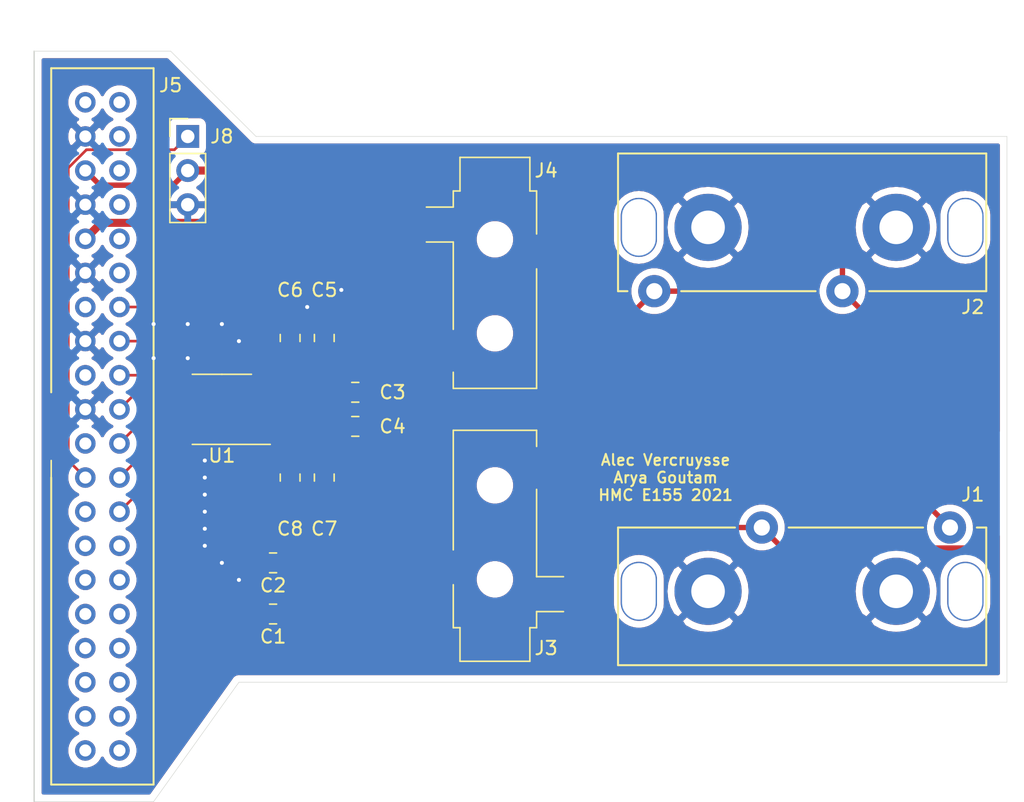
<source format=kicad_pcb>
(kicad_pcb (version 20171130) (host pcbnew "(5.1.10-1-10_14)")

  (general
    (thickness 1.6002)
    (drawings 12)
    (tracks 97)
    (zones 0)
    (modules 15)
    (nets 42)
  )

  (page A4)
  (layers
    (0 Front signal)
    (1 In1.Cu signal hide)
    (2 In2.Cu signal hide)
    (31 Back signal)
    (34 B.Paste user)
    (35 F.Paste user)
    (36 B.SilkS user)
    (37 F.SilkS user)
    (38 B.Mask user)
    (39 F.Mask user)
    (44 Edge.Cuts user)
    (45 Margin user)
    (46 B.CrtYd user)
    (47 F.CrtYd user)
    (49 F.Fab user)
  )

  (setup
    (last_trace_width 0.6)
    (user_trace_width 0.15)
    (user_trace_width 0.2)
    (user_trace_width 0.4)
    (user_trace_width 0.6)
    (trace_clearance 0.127)
    (zone_clearance 0.508)
    (zone_45_only no)
    (trace_min 0.127)
    (via_size 0.6)
    (via_drill 0.3)
    (via_min_size 0.6)
    (via_min_drill 0.3)
    (user_via 0.6 0.3)
    (user_via 0.9 0.4)
    (uvia_size 0.6858)
    (uvia_drill 0.3302)
    (uvias_allowed no)
    (uvia_min_size 0.2)
    (uvia_min_drill 0.1)
    (edge_width 0.0381)
    (segment_width 0.254)
    (pcb_text_width 0.3048)
    (pcb_text_size 1.524 1.524)
    (mod_edge_width 0.1524)
    (mod_text_size 0.8128 0.8128)
    (mod_text_width 0.1524)
    (pad_size 1.524 1.524)
    (pad_drill 0.762)
    (pad_to_mask_clearance 0.05)
    (solder_mask_min_width 0.2)
    (aux_axis_origin 0 0)
    (grid_origin 193.04 60.96)
    (visible_elements FFFFFF7F)
    (pcbplotparams
      (layerselection 0x010fc_fffffff9)
      (usegerberextensions false)
      (usegerberattributes true)
      (usegerberadvancedattributes true)
      (creategerberjobfile true)
      (excludeedgelayer true)
      (linewidth 0.100000)
      (plotframeref false)
      (viasonmask false)
      (mode 1)
      (useauxorigin false)
      (hpglpennumber 1)
      (hpglpenspeed 20)
      (hpglpendiameter 15.000000)
      (psnegative false)
      (psa4output false)
      (plotreference true)
      (plotvalue true)
      (plotinvisibletext false)
      (padsonsilk false)
      (subtractmaskfromsilk false)
      (outputformat 1)
      (mirror false)
      (drillshape 0)
      (scaleselection 1)
      (outputdirectory ""))
  )

  (net 0 "")
  (net 1 "Net-(C1-Pad1)")
  (net 2 "Net-(C2-Pad1)")
  (net 3 GND)
  (net 4 +5V)
  (net 5 +3V3)
  (net 6 "Net-(J5-Pad1)")
  (net 7 "Net-(J5-Pad2)")
  (net 8 "Net-(J5-Pad4)")
  (net 9 "Net-(J5-Pad6)")
  (net 10 "Net-(J5-Pad8)")
  (net 11 "Net-(J5-Pad10)")
  (net 12 "Net-(J5-Pad12)")
  (net 13 "Net-(J5-Pad13)")
  (net 14 /PA5_H4)
  (net 15 /PA6_J1)
  (net 16 "Net-(J5-Pad17)")
  (net 17 /PA7_J2)
  (net 18 /PB6_G12)
  (net 19 "Net-(J5-Pad21)")
  (net 20 /PA0)
  (net 21 /PA9_H10)
  (net 22 "Net-(J5-Pad25)")
  (net 23 /PA8_J10)
  (net 24 "Net-(J5-Pad27)")
  (net 25 "Net-(J5-Pad28)")
  (net 26 "Net-(J5-Pad29)")
  (net 27 "Net-(J5-Pad30)")
  (net 28 "Net-(J5-Pad31)")
  (net 29 "Net-(J5-Pad32)")
  (net 30 "Net-(J5-Pad33)")
  (net 31 "Net-(J5-Pad34)")
  (net 32 "Net-(J5-Pad35)")
  (net 33 "Net-(J5-Pad36)")
  (net 34 "Net-(J5-Pad37)")
  (net 35 "Net-(J5-Pad38)")
  (net 36 "Net-(J5-Pad39)")
  (net 37 "Net-(J5-Pad40)")
  (net 38 /VINR)
  (net 39 /VINL)
  (net 40 /VREF)
  (net 41 /PC7_H13)

  (net_class Default "This is the default net class."
    (clearance 0.127)
    (trace_width 0.127)
    (via_dia 0.6)
    (via_drill 0.3)
    (uvia_dia 0.6858)
    (uvia_drill 0.3302)
    (diff_pair_width 0.1524)
    (diff_pair_gap 0.254)
    (add_net +3V3)
    (add_net +5V)
    (add_net /PA0)
    (add_net /PA5_H4)
    (add_net /PA6_J1)
    (add_net /PA7_J2)
    (add_net /PA8_J10)
    (add_net /PA9_H10)
    (add_net /PB6_G12)
    (add_net /PC7_H13)
    (add_net /VINL)
    (add_net /VINR)
    (add_net /VREF)
    (add_net GND)
    (add_net "Net-(C1-Pad1)")
    (add_net "Net-(C2-Pad1)")
    (add_net "Net-(J5-Pad1)")
    (add_net "Net-(J5-Pad10)")
    (add_net "Net-(J5-Pad12)")
    (add_net "Net-(J5-Pad13)")
    (add_net "Net-(J5-Pad17)")
    (add_net "Net-(J5-Pad2)")
    (add_net "Net-(J5-Pad21)")
    (add_net "Net-(J5-Pad25)")
    (add_net "Net-(J5-Pad27)")
    (add_net "Net-(J5-Pad28)")
    (add_net "Net-(J5-Pad29)")
    (add_net "Net-(J5-Pad30)")
    (add_net "Net-(J5-Pad31)")
    (add_net "Net-(J5-Pad32)")
    (add_net "Net-(J5-Pad33)")
    (add_net "Net-(J5-Pad34)")
    (add_net "Net-(J5-Pad35)")
    (add_net "Net-(J5-Pad36)")
    (add_net "Net-(J5-Pad37)")
    (add_net "Net-(J5-Pad38)")
    (add_net "Net-(J5-Pad39)")
    (add_net "Net-(J5-Pad4)")
    (add_net "Net-(J5-Pad40)")
    (add_net "Net-(J5-Pad6)")
    (add_net "Net-(J5-Pad8)")
  )

  (module custom_components:S9175-ND (layer Front) (tedit 617863DB) (tstamp 61730005)
    (at 140.97 27.94 270)
    (path /6173E180)
    (fp_text reference J5 (at -1.27 -6.35 180) (layer F.SilkS)
      (effects (font (size 1 1) (thickness 0.15)))
    )
    (fp_text value uMudd_40pin_conn (at 2.54 -6.985 270) (layer F.Fab)
      (effects (font (size 1 1) (thickness 0.15)))
    )
    (fp_line (start 50.8 2.54) (end 50.8 -5.08) (layer F.SilkS) (width 0.15))
    (fp_line (start 50.8 -5.08) (end -2.54 -5.08) (layer F.SilkS) (width 0.15))
    (fp_line (start -2.54 -5.08) (end -2.54 2.54) (layer F.SilkS) (width 0.15))
    (fp_line (start -2.54 2.54) (end 21.59 2.54) (layer F.SilkS) (width 0.15))
    (fp_line (start 50.8 2.54) (end 27.94 2.54) (layer F.SilkS) (width 0.15))
    (fp_line (start 27.94 2.54) (end 26.67 2.54) (layer F.SilkS) (width 0.12))
    (pad 1 thru_hole circle (at 0 0 270) (size 1.524 1.524) (drill 0.9) (layers *.Cu *.Mask)
      (net 6 "Net-(J5-Pad1)"))
    (pad 2 thru_hole circle (at 0 -2.54 270) (size 1.524 1.524) (drill 0.9) (layers *.Cu *.Mask)
      (net 7 "Net-(J5-Pad2)"))
    (pad 3 thru_hole circle (at 2.54 0 270) (size 1.524 1.524) (drill 0.9) (layers *.Cu *.Mask)
      (net 3 GND))
    (pad 4 thru_hole circle (at 2.54 -2.54 270) (size 1.524 1.524) (drill 0.9) (layers *.Cu *.Mask)
      (net 8 "Net-(J5-Pad4)"))
    (pad 5 thru_hole circle (at 5.08 0 270) (size 1.524 1.524) (drill 0.9) (layers *.Cu *.Mask)
      (net 4 +5V))
    (pad 6 thru_hole circle (at 5.08 -2.54 270) (size 1.524 1.524) (drill 0.9) (layers *.Cu *.Mask)
      (net 9 "Net-(J5-Pad6)"))
    (pad 7 thru_hole circle (at 7.62 0 270) (size 1.524 1.524) (drill 0.9) (layers *.Cu *.Mask)
      (net 3 GND))
    (pad 8 thru_hole circle (at 7.62 -2.54 270) (size 1.524 1.524) (drill 0.9) (layers *.Cu *.Mask)
      (net 10 "Net-(J5-Pad8)"))
    (pad 9 thru_hole circle (at 10.16 0 270) (size 1.524 1.524) (drill 0.9) (layers *.Cu *.Mask)
      (net 5 +3V3))
    (pad 10 thru_hole circle (at 10.16 -2.54 270) (size 1.524 1.524) (drill 0.9) (layers *.Cu *.Mask)
      (net 11 "Net-(J5-Pad10)"))
    (pad 11 thru_hole circle (at 12.7 0 270) (size 1.524 1.524) (drill 0.9) (layers *.Cu *.Mask)
      (net 3 GND))
    (pad 12 thru_hole circle (at 12.7 -2.54 270) (size 1.524 1.524) (drill 0.9) (layers *.Cu *.Mask)
      (net 12 "Net-(J5-Pad12)"))
    (pad 13 thru_hole circle (at 15.24 0 270) (size 1.524 1.524) (drill 0.9) (layers *.Cu *.Mask)
      (net 13 "Net-(J5-Pad13)"))
    (pad 14 thru_hole circle (at 15.24 -2.54 270) (size 1.524 1.524) (drill 0.9) (layers *.Cu *.Mask)
      (net 14 /PA5_H4))
    (pad 15 thru_hole circle (at 17.78 0 270) (size 1.524 1.524) (drill 0.9) (layers *.Cu *.Mask)
      (net 3 GND))
    (pad 16 thru_hole circle (at 17.78 -2.54 270) (size 1.524 1.524) (drill 0.9) (layers *.Cu *.Mask)
      (net 15 /PA6_J1))
    (pad 17 thru_hole circle (at 20.32 0 270) (size 1.524 1.524) (drill 0.9) (layers *.Cu *.Mask)
      (net 16 "Net-(J5-Pad17)"))
    (pad 18 thru_hole circle (at 20.32 -2.54 270) (size 1.524 1.524) (drill 0.9) (layers *.Cu *.Mask)
      (net 17 /PA7_J2))
    (pad 19 thru_hole circle (at 22.86 0 270) (size 1.524 1.524) (drill 0.9) (layers *.Cu *.Mask)
      (net 3 GND))
    (pad 20 thru_hole circle (at 22.86 -2.54 270) (size 1.524 1.524) (drill 0.9) (layers *.Cu *.Mask)
      (net 18 /PB6_G12))
    (pad 21 thru_hole circle (at 25.4 0 270) (size 1.524 1.524) (drill 0.9) (layers *.Cu *.Mask)
      (net 19 "Net-(J5-Pad21)"))
    (pad 22 thru_hole circle (at 25.4 -2.54 270) (size 1.524 1.524) (drill 0.9) (layers *.Cu *.Mask)
      (net 41 /PC7_H13))
    (pad 23 thru_hole circle (at 27.94 0 270) (size 1.524 1.524) (drill 0.9) (layers *.Cu *.Mask)
      (net 20 /PA0))
    (pad 24 thru_hole circle (at 27.94 -2.54 270) (size 1.524 1.524) (drill 0.9) (layers *.Cu *.Mask)
      (net 21 /PA9_H10))
    (pad 25 thru_hole circle (at 30.48 0 270) (size 1.524 1.524) (drill 0.9) (layers *.Cu *.Mask)
      (net 22 "Net-(J5-Pad25)"))
    (pad 26 thru_hole circle (at 30.48 -2.54 270) (size 1.524 1.524) (drill 0.9) (layers *.Cu *.Mask)
      (net 23 /PA8_J10))
    (pad 27 thru_hole circle (at 33.02 0 270) (size 1.524 1.524) (drill 0.9) (layers *.Cu *.Mask)
      (net 24 "Net-(J5-Pad27)"))
    (pad 28 thru_hole circle (at 33.02 -2.54 270) (size 1.524 1.524) (drill 0.9) (layers *.Cu *.Mask)
      (net 25 "Net-(J5-Pad28)"))
    (pad 29 thru_hole circle (at 35.56 0 270) (size 1.524 1.524) (drill 0.9) (layers *.Cu *.Mask)
      (net 26 "Net-(J5-Pad29)"))
    (pad 30 thru_hole circle (at 35.56 -2.54 270) (size 1.524 1.524) (drill 0.9) (layers *.Cu *.Mask)
      (net 27 "Net-(J5-Pad30)"))
    (pad 31 thru_hole circle (at 38.1 0 270) (size 1.524 1.524) (drill 0.9) (layers *.Cu *.Mask)
      (net 28 "Net-(J5-Pad31)"))
    (pad 32 thru_hole circle (at 38.1 -2.54 270) (size 1.524 1.524) (drill 0.9) (layers *.Cu *.Mask)
      (net 29 "Net-(J5-Pad32)"))
    (pad 33 thru_hole circle (at 40.64 0 270) (size 1.524 1.524) (drill 0.9) (layers *.Cu *.Mask)
      (net 30 "Net-(J5-Pad33)"))
    (pad 34 thru_hole circle (at 40.64 -2.54 270) (size 1.524 1.524) (drill 0.9) (layers *.Cu *.Mask)
      (net 31 "Net-(J5-Pad34)"))
    (pad 35 thru_hole circle (at 43.18 0 270) (size 1.524 1.524) (drill 0.9) (layers *.Cu *.Mask)
      (net 32 "Net-(J5-Pad35)"))
    (pad 36 thru_hole circle (at 43.18 -2.54 270) (size 1.524 1.524) (drill 0.9) (layers *.Cu *.Mask)
      (net 33 "Net-(J5-Pad36)"))
    (pad 37 thru_hole circle (at 45.72 0 270) (size 1.524 1.524) (drill 0.9) (layers *.Cu *.Mask)
      (net 34 "Net-(J5-Pad37)"))
    (pad 38 thru_hole circle (at 45.72 -2.54 270) (size 1.524 1.524) (drill 0.9) (layers *.Cu *.Mask)
      (net 35 "Net-(J5-Pad38)"))
    (pad 39 thru_hole circle (at 48.26 0 270) (size 1.524 1.524) (drill 0.9) (layers *.Cu *.Mask)
      (net 36 "Net-(J5-Pad39)"))
    (pad 40 thru_hole circle (at 48.26 -2.54 270) (size 1.524 1.524) (drill 0.9) (layers *.Cu *.Mask)
      (net 37 "Net-(J5-Pad40)"))
  )

  (module Capacitor_SMD:C_0805_2012Metric_Pad1.18x1.45mm_HandSolder (layer Front) (tedit 5F68FEEF) (tstamp 617352D0)
    (at 156.21 45.4875 90)
    (descr "Capacitor SMD 0805 (2012 Metric), square (rectangular) end terminal, IPC_7351 nominal with elongated pad for handsoldering. (Body size source: IPC-SM-782 page 76, https://www.pcb-3d.com/wordpress/wp-content/uploads/ipc-sm-782a_amendment_1_and_2.pdf, https://docs.google.com/spreadsheets/d/1BsfQQcO9C6DZCsRaXUlFlo91Tg2WpOkGARC1WS5S8t0/edit?usp=sharing), generated with kicad-footprint-generator")
    (tags "capacitor handsolder")
    (path /617A9644)
    (attr smd)
    (fp_text reference C6 (at 3.5775 0 180) (layer F.SilkS)
      (effects (font (size 1 1) (thickness 0.15)))
    )
    (fp_text value 0.1uF (at 0 1.68 90) (layer F.Fab) hide
      (effects (font (size 1 1) (thickness 0.15)))
    )
    (fp_line (start -1 0.625) (end -1 -0.625) (layer F.Fab) (width 0.1))
    (fp_line (start -1 -0.625) (end 1 -0.625) (layer F.Fab) (width 0.1))
    (fp_line (start 1 -0.625) (end 1 0.625) (layer F.Fab) (width 0.1))
    (fp_line (start 1 0.625) (end -1 0.625) (layer F.Fab) (width 0.1))
    (fp_line (start -0.261252 -0.735) (end 0.261252 -0.735) (layer F.SilkS) (width 0.12))
    (fp_line (start -0.261252 0.735) (end 0.261252 0.735) (layer F.SilkS) (width 0.12))
    (fp_line (start -1.88 0.98) (end -1.88 -0.98) (layer F.CrtYd) (width 0.05))
    (fp_line (start -1.88 -0.98) (end 1.88 -0.98) (layer F.CrtYd) (width 0.05))
    (fp_line (start 1.88 -0.98) (end 1.88 0.98) (layer F.CrtYd) (width 0.05))
    (fp_line (start 1.88 0.98) (end -1.88 0.98) (layer F.CrtYd) (width 0.05))
    (fp_text user %R (at 0 0 90) (layer F.Fab)
      (effects (font (size 0.5 0.5) (thickness 0.08)))
    )
    (pad 2 smd roundrect (at 1.0375 0 90) (size 1.175 1.45) (layers Front F.Paste F.Mask) (roundrect_rratio 0.2127659574468085)
      (net 3 GND))
    (pad 1 smd roundrect (at -1.0375 0 90) (size 1.175 1.45) (layers Front F.Paste F.Mask) (roundrect_rratio 0.2127659574468085)
      (net 5 +3V3))
    (model ${KICAD6_3DMODEL_DIR}/Capacitor_SMD.3dshapes/C_0805_2012Metric.wrl
      (at (xyz 0 0 0))
      (scale (xyz 1 1 1))
      (rotate (xyz 0 0 0))
    )
  )

  (module Capacitor_SMD:C_0805_2012Metric_Pad1.18x1.45mm_HandSolder (layer Front) (tedit 5F68FEEF) (tstamp 617352A0)
    (at 158.75 55.88 270)
    (descr "Capacitor SMD 0805 (2012 Metric), square (rectangular) end terminal, IPC_7351 nominal with elongated pad for handsoldering. (Body size source: IPC-SM-782 page 76, https://www.pcb-3d.com/wordpress/wp-content/uploads/ipc-sm-782a_amendment_1_and_2.pdf, https://docs.google.com/spreadsheets/d/1BsfQQcO9C6DZCsRaXUlFlo91Tg2WpOkGARC1WS5S8t0/edit?usp=sharing), generated with kicad-footprint-generator")
    (tags "capacitor handsolder")
    (path /617848DA)
    (attr smd)
    (fp_text reference C7 (at 3.81 0 180) (layer F.SilkS)
      (effects (font (size 1 1) (thickness 0.15)))
    )
    (fp_text value 10uF (at 0 1.68 90) (layer F.Fab) hide
      (effects (font (size 1 1) (thickness 0.15)))
    )
    (fp_line (start -1 0.625) (end -1 -0.625) (layer F.Fab) (width 0.1))
    (fp_line (start -1 -0.625) (end 1 -0.625) (layer F.Fab) (width 0.1))
    (fp_line (start 1 -0.625) (end 1 0.625) (layer F.Fab) (width 0.1))
    (fp_line (start 1 0.625) (end -1 0.625) (layer F.Fab) (width 0.1))
    (fp_line (start -0.261252 -0.735) (end 0.261252 -0.735) (layer F.SilkS) (width 0.12))
    (fp_line (start -0.261252 0.735) (end 0.261252 0.735) (layer F.SilkS) (width 0.12))
    (fp_line (start -1.88 0.98) (end -1.88 -0.98) (layer F.CrtYd) (width 0.05))
    (fp_line (start -1.88 -0.98) (end 1.88 -0.98) (layer F.CrtYd) (width 0.05))
    (fp_line (start 1.88 -0.98) (end 1.88 0.98) (layer F.CrtYd) (width 0.05))
    (fp_line (start 1.88 0.98) (end -1.88 0.98) (layer F.CrtYd) (width 0.05))
    (fp_text user %R (at 0 0 90) (layer F.Fab)
      (effects (font (size 0.5 0.5) (thickness 0.08)))
    )
    (pad 2 smd roundrect (at 1.0375 0 270) (size 1.175 1.45) (layers Front F.Paste F.Mask) (roundrect_rratio 0.2127659574468085)
      (net 3 GND))
    (pad 1 smd roundrect (at -1.0375 0 270) (size 1.175 1.45) (layers Front F.Paste F.Mask) (roundrect_rratio 0.2127659574468085)
      (net 40 /VREF))
    (model ${KICAD6_3DMODEL_DIR}/Capacitor_SMD.3dshapes/C_0805_2012Metric.wrl
      (at (xyz 0 0 0))
      (scale (xyz 1 1 1))
      (rotate (xyz 0 0 0))
    )
  )

  (module Capacitor_SMD:C_0805_2012Metric_Pad1.18x1.45mm_HandSolder (layer Front) (tedit 5F68FEEF) (tstamp 617351E3)
    (at 158.75 45.4875 90)
    (descr "Capacitor SMD 0805 (2012 Metric), square (rectangular) end terminal, IPC_7351 nominal with elongated pad for handsoldering. (Body size source: IPC-SM-782 page 76, https://www.pcb-3d.com/wordpress/wp-content/uploads/ipc-sm-782a_amendment_1_and_2.pdf, https://docs.google.com/spreadsheets/d/1BsfQQcO9C6DZCsRaXUlFlo91Tg2WpOkGARC1WS5S8t0/edit?usp=sharing), generated with kicad-footprint-generator")
    (tags "capacitor handsolder")
    (path /617A963E)
    (attr smd)
    (fp_text reference C5 (at 3.5775 0 180) (layer F.SilkS)
      (effects (font (size 1 1) (thickness 0.15)))
    )
    (fp_text value 10uF (at 0 1.68 90) (layer F.Fab) hide
      (effects (font (size 1 1) (thickness 0.15)))
    )
    (fp_line (start -1 0.625) (end -1 -0.625) (layer F.Fab) (width 0.1))
    (fp_line (start -1 -0.625) (end 1 -0.625) (layer F.Fab) (width 0.1))
    (fp_line (start 1 -0.625) (end 1 0.625) (layer F.Fab) (width 0.1))
    (fp_line (start 1 0.625) (end -1 0.625) (layer F.Fab) (width 0.1))
    (fp_line (start -0.261252 -0.735) (end 0.261252 -0.735) (layer F.SilkS) (width 0.12))
    (fp_line (start -0.261252 0.735) (end 0.261252 0.735) (layer F.SilkS) (width 0.12))
    (fp_line (start -1.88 0.98) (end -1.88 -0.98) (layer F.CrtYd) (width 0.05))
    (fp_line (start -1.88 -0.98) (end 1.88 -0.98) (layer F.CrtYd) (width 0.05))
    (fp_line (start 1.88 -0.98) (end 1.88 0.98) (layer F.CrtYd) (width 0.05))
    (fp_line (start 1.88 0.98) (end -1.88 0.98) (layer F.CrtYd) (width 0.05))
    (fp_text user %R (at 0 0 90) (layer F.Fab)
      (effects (font (size 0.5 0.5) (thickness 0.08)))
    )
    (pad 2 smd roundrect (at 1.0375 0 90) (size 1.175 1.45) (layers Front F.Paste F.Mask) (roundrect_rratio 0.2127659574468085)
      (net 3 GND))
    (pad 1 smd roundrect (at -1.0375 0 90) (size 1.175 1.45) (layers Front F.Paste F.Mask) (roundrect_rratio 0.2127659574468085)
      (net 5 +3V3))
    (model ${KICAD6_3DMODEL_DIR}/Capacitor_SMD.3dshapes/C_0805_2012Metric.wrl
      (at (xyz 0 0 0))
      (scale (xyz 1 1 1))
      (rotate (xyz 0 0 0))
    )
  )

  (module Capacitor_SMD:C_0805_2012Metric_Pad1.18x1.45mm_HandSolder (layer Front) (tedit 5F68FEEF) (tstamp 61735300)
    (at 161.0575 49.53)
    (descr "Capacitor SMD 0805 (2012 Metric), square (rectangular) end terminal, IPC_7351 nominal with elongated pad for handsoldering. (Body size source: IPC-SM-782 page 76, https://www.pcb-3d.com/wordpress/wp-content/uploads/ipc-sm-782a_amendment_1_and_2.pdf, https://docs.google.com/spreadsheets/d/1BsfQQcO9C6DZCsRaXUlFlo91Tg2WpOkGARC1WS5S8t0/edit?usp=sharing), generated with kicad-footprint-generator")
    (tags "capacitor handsolder")
    (path /61795EFE)
    (attr smd)
    (fp_text reference C3 (at 2.7725 0) (layer F.SilkS)
      (effects (font (size 1 1) (thickness 0.15)))
    )
    (fp_text value 10uF (at 0 1.68) (layer F.Fab) hide
      (effects (font (size 1 1) (thickness 0.15)))
    )
    (fp_line (start -1 0.625) (end -1 -0.625) (layer F.Fab) (width 0.1))
    (fp_line (start -1 -0.625) (end 1 -0.625) (layer F.Fab) (width 0.1))
    (fp_line (start 1 -0.625) (end 1 0.625) (layer F.Fab) (width 0.1))
    (fp_line (start 1 0.625) (end -1 0.625) (layer F.Fab) (width 0.1))
    (fp_line (start -0.261252 -0.735) (end 0.261252 -0.735) (layer F.SilkS) (width 0.12))
    (fp_line (start -0.261252 0.735) (end 0.261252 0.735) (layer F.SilkS) (width 0.12))
    (fp_line (start -1.88 0.98) (end -1.88 -0.98) (layer F.CrtYd) (width 0.05))
    (fp_line (start -1.88 -0.98) (end 1.88 -0.98) (layer F.CrtYd) (width 0.05))
    (fp_line (start 1.88 -0.98) (end 1.88 0.98) (layer F.CrtYd) (width 0.05))
    (fp_line (start 1.88 0.98) (end -1.88 0.98) (layer F.CrtYd) (width 0.05))
    (fp_text user %R (at 0 0) (layer F.Fab)
      (effects (font (size 0.5 0.5) (thickness 0.08)))
    )
    (pad 2 smd roundrect (at 1.0375 0) (size 1.175 1.45) (layers Front F.Paste F.Mask) (roundrect_rratio 0.2127659574468085)
      (net 3 GND))
    (pad 1 smd roundrect (at -1.0375 0) (size 1.175 1.45) (layers Front F.Paste F.Mask) (roundrect_rratio 0.2127659574468085)
      (net 4 +5V))
    (model ${KICAD6_3DMODEL_DIR}/Capacitor_SMD.3dshapes/C_0805_2012Metric.wrl
      (at (xyz 0 0 0))
      (scale (xyz 1 1 1))
      (rotate (xyz 0 0 0))
    )
  )

  (module Package_SO:TSSOP-14_4.4x5mm_P0.65mm (layer Front) (tedit 5E476F32) (tstamp 6178C65A)
    (at 151.13 50.8 180)
    (descr "TSSOP, 14 Pin (JEDEC MO-153 Var AB-1 https://www.jedec.org/document_search?search_api_views_fulltext=MO-153), generated with kicad-footprint-generator ipc_gullwing_generator.py")
    (tags "TSSOP SO")
    (path /6174E57A)
    (attr smd)
    (fp_text reference U1 (at 0 -3.45) (layer F.SilkS)
      (effects (font (size 1 1) (thickness 0.15)))
    )
    (fp_text value PCM1808 (at 0 3.45) (layer F.Fab)
      (effects (font (size 1 1) (thickness 0.15)))
    )
    (fp_line (start 0 2.61) (end 2.2 2.61) (layer F.SilkS) (width 0.12))
    (fp_line (start 0 2.61) (end -2.2 2.61) (layer F.SilkS) (width 0.12))
    (fp_line (start 0 -2.61) (end 2.2 -2.61) (layer F.SilkS) (width 0.12))
    (fp_line (start 0 -2.61) (end -3.6 -2.61) (layer F.SilkS) (width 0.12))
    (fp_line (start -1.2 -2.5) (end 2.2 -2.5) (layer F.Fab) (width 0.1))
    (fp_line (start 2.2 -2.5) (end 2.2 2.5) (layer F.Fab) (width 0.1))
    (fp_line (start 2.2 2.5) (end -2.2 2.5) (layer F.Fab) (width 0.1))
    (fp_line (start -2.2 2.5) (end -2.2 -1.5) (layer F.Fab) (width 0.1))
    (fp_line (start -2.2 -1.5) (end -1.2 -2.5) (layer F.Fab) (width 0.1))
    (fp_line (start -3.85 -2.75) (end -3.85 2.75) (layer F.CrtYd) (width 0.05))
    (fp_line (start -3.85 2.75) (end 3.85 2.75) (layer F.CrtYd) (width 0.05))
    (fp_line (start 3.85 2.75) (end 3.85 -2.75) (layer F.CrtYd) (width 0.05))
    (fp_line (start 3.85 -2.75) (end -3.85 -2.75) (layer F.CrtYd) (width 0.05))
    (fp_text user %R (at 0 0) (layer F.Fab)
      (effects (font (size 1 1) (thickness 0.15)))
    )
    (pad 14 smd roundrect (at 2.8625 -1.95 180) (size 1.475 0.4) (layers Front F.Paste F.Mask) (roundrect_rratio 0.25)
      (net 38 /VINR))
    (pad 13 smd roundrect (at 2.8625 -1.3 180) (size 1.475 0.4) (layers Front F.Paste F.Mask) (roundrect_rratio 0.25)
      (net 39 /VINL))
    (pad 12 smd roundrect (at 2.8625 -0.65 180) (size 1.475 0.4) (layers Front F.Paste F.Mask) (roundrect_rratio 0.25)
      (net 23 /PA8_J10))
    (pad 11 smd roundrect (at 2.8625 0 180) (size 1.475 0.4) (layers Front F.Paste F.Mask) (roundrect_rratio 0.25)
      (net 21 /PA9_H10))
    (pad 10 smd roundrect (at 2.8625 0.65 180) (size 1.475 0.4) (layers Front F.Paste F.Mask) (roundrect_rratio 0.25)
      (net 41 /PC7_H13))
    (pad 9 smd roundrect (at 2.8625 1.3 180) (size 1.475 0.4) (layers Front F.Paste F.Mask) (roundrect_rratio 0.25)
      (net 18 /PB6_G12))
    (pad 8 smd roundrect (at 2.8625 1.95 180) (size 1.475 0.4) (layers Front F.Paste F.Mask) (roundrect_rratio 0.25)
      (net 17 /PA7_J2))
    (pad 7 smd roundrect (at -2.8625 1.95 180) (size 1.475 0.4) (layers Front F.Paste F.Mask) (roundrect_rratio 0.25)
      (net 15 /PA6_J1))
    (pad 6 smd roundrect (at -2.8625 1.3 180) (size 1.475 0.4) (layers Front F.Paste F.Mask) (roundrect_rratio 0.25)
      (net 14 /PA5_H4))
    (pad 5 smd roundrect (at -2.8625 0.65 180) (size 1.475 0.4) (layers Front F.Paste F.Mask) (roundrect_rratio 0.25)
      (net 3 GND))
    (pad 4 smd roundrect (at -2.8625 0 180) (size 1.475 0.4) (layers Front F.Paste F.Mask) (roundrect_rratio 0.25)
      (net 5 +3V3))
    (pad 3 smd roundrect (at -2.8625 -0.65 180) (size 1.475 0.4) (layers Front F.Paste F.Mask) (roundrect_rratio 0.25)
      (net 4 +5V))
    (pad 2 smd roundrect (at -2.8625 -1.3 180) (size 1.475 0.4) (layers Front F.Paste F.Mask) (roundrect_rratio 0.25)
      (net 3 GND))
    (pad 1 smd roundrect (at -2.8625 -1.95 180) (size 1.475 0.4) (layers Front F.Paste F.Mask) (roundrect_rratio 0.25)
      (net 40 /VREF))
    (model ${KICAD6_3DMODEL_DIR}/Package_SO.3dshapes/TSSOP-14_4.4x5mm_P0.65mm.wrl
      (at (xyz 0 0 0))
      (scale (xyz 1 1 1))
      (rotate (xyz 0 0 0))
    )
  )

  (module Connector_PinHeader_2.54mm:PinHeader_1x03_P2.54mm_Vertical (layer Front) (tedit 59FED5CC) (tstamp 6173001C)
    (at 148.59 30.48)
    (descr "Through hole straight pin header, 1x03, 2.54mm pitch, single row")
    (tags "Through hole pin header THT 1x03 2.54mm single row")
    (path /61729B74)
    (fp_text reference J8 (at 2.54 0) (layer F.SilkS)
      (effects (font (size 1 1) (thickness 0.15)))
    )
    (fp_text value "Servo Header" (at 0 7.41) (layer F.Fab)
      (effects (font (size 1 1) (thickness 0.15)))
    )
    (fp_line (start -0.635 -1.27) (end 1.27 -1.27) (layer F.Fab) (width 0.1))
    (fp_line (start 1.27 -1.27) (end 1.27 6.35) (layer F.Fab) (width 0.1))
    (fp_line (start 1.27 6.35) (end -1.27 6.35) (layer F.Fab) (width 0.1))
    (fp_line (start -1.27 6.35) (end -1.27 -0.635) (layer F.Fab) (width 0.1))
    (fp_line (start -1.27 -0.635) (end -0.635 -1.27) (layer F.Fab) (width 0.1))
    (fp_line (start -1.33 6.41) (end 1.33 6.41) (layer F.SilkS) (width 0.12))
    (fp_line (start -1.33 1.27) (end -1.33 6.41) (layer F.SilkS) (width 0.12))
    (fp_line (start 1.33 1.27) (end 1.33 6.41) (layer F.SilkS) (width 0.12))
    (fp_line (start -1.33 1.27) (end 1.33 1.27) (layer F.SilkS) (width 0.12))
    (fp_line (start -1.33 0) (end -1.33 -1.33) (layer F.SilkS) (width 0.12))
    (fp_line (start -1.33 -1.33) (end 0 -1.33) (layer F.SilkS) (width 0.12))
    (fp_line (start -1.8 -1.8) (end -1.8 6.85) (layer F.CrtYd) (width 0.05))
    (fp_line (start -1.8 6.85) (end 1.8 6.85) (layer F.CrtYd) (width 0.05))
    (fp_line (start 1.8 6.85) (end 1.8 -1.8) (layer F.CrtYd) (width 0.05))
    (fp_line (start 1.8 -1.8) (end -1.8 -1.8) (layer F.CrtYd) (width 0.05))
    (fp_text user %R (at 0 2.54 90) (layer F.Fab)
      (effects (font (size 1 1) (thickness 0.15)))
    )
    (pad 3 thru_hole oval (at 0 5.08) (size 1.7 1.7) (drill 1) (layers *.Cu *.Mask)
      (net 3 GND))
    (pad 2 thru_hole oval (at 0 2.54) (size 1.7 1.7) (drill 1) (layers *.Cu *.Mask)
      (net 4 +5V))
    (pad 1 thru_hole rect (at 0 0) (size 1.7 1.7) (drill 1) (layers *.Cu *.Mask)
      (net 20 /PA0))
    (model ${KICAD6_3DMODEL_DIR}/Connector_PinHeader_2.54mm.3dshapes/PinHeader_1x03_P2.54mm_Vertical.wrl
      (at (xyz 0 0 0))
      (scale (xyz 1 1 1))
      (rotate (xyz 0 0 0))
    )
  )

  (module Connector_Audio:Jack_3.5mm_CUI_SJ-3523-SMT_Horizontal (layer Front) (tedit 5C635420) (tstamp 6172FFD3)
    (at 171.45 40.64)
    (descr "3.5 mm, Stereo, Right Angle, Surface Mount (SMT), Audio Jack Connector (https://www.cui.com/product/resource/sj-352x-smt-series.pdf)")
    (tags "3.5mm audio cui horizontal jack stereo")
    (path /618ACC78)
    (attr smd)
    (fp_text reference J4 (at 3.81 -7.62) (layer F.SilkS)
      (effects (font (size 1 1) (thickness 0.15)))
    )
    (fp_text value SJ-3523-SMT-TR (at 0 10.35) (layer F.Fab) hide
      (effects (font (size 1 1) (thickness 0.15)))
    )
    (fp_line (start 3 -6) (end 3 8.5) (layer F.Fab) (width 0.1))
    (fp_line (start 3 8.5) (end -3 8.5) (layer F.Fab) (width 0.1))
    (fp_line (start -3 8.5) (end -3 -6) (layer F.Fab) (width 0.1))
    (fp_line (start -3 -6) (end -2.5 -6) (layer F.Fab) (width 0.1))
    (fp_line (start -2.5 -6) (end -2.5 -8.5) (layer F.Fab) (width 0.1))
    (fp_line (start -2.5 -8.5) (end 2.5 -8.5) (layer F.Fab) (width 0.1))
    (fp_line (start 2.5 -8.5) (end 2.5 -6) (layer F.Fab) (width 0.1))
    (fp_line (start 2.5 -6) (end 3 -6) (layer F.Fab) (width 0.1))
    (fp_line (start 5.6 -9) (end 5.6 9) (layer F.CrtYd) (width 0.05))
    (fp_line (start 5.6 9) (end -5.6 9) (layer F.CrtYd) (width 0.05))
    (fp_line (start -5.6 9) (end -5.6 -9) (layer F.CrtYd) (width 0.05))
    (fp_line (start -5.6 -9) (end 5.6 -9) (layer F.CrtYd) (width 0.05))
    (fp_line (start -3.1 -4.9) (end -3.1 -6.1) (layer F.SilkS) (width 0.12))
    (fp_line (start -3.1 -6.1) (end -2.6 -6.1) (layer F.SilkS) (width 0.12))
    (fp_line (start -2.6 -6.1) (end -2.6 -8.6) (layer F.SilkS) (width 0.12))
    (fp_line (start -2.6 -8.6) (end 2.6 -8.6) (layer F.SilkS) (width 0.12))
    (fp_line (start 2.6 -8.6) (end 2.6 -6.1) (layer F.SilkS) (width 0.12))
    (fp_line (start 2.6 -6.1) (end 3.1 -6.1) (layer F.SilkS) (width 0.12))
    (fp_line (start 3.1 -6.1) (end 3.1 -2.9) (layer F.SilkS) (width 0.12))
    (fp_line (start 3.1 -0.3) (end 3.1 8.6) (layer F.SilkS) (width 0.12))
    (fp_line (start 3.1 8.6) (end -3.1 8.6) (layer F.SilkS) (width 0.12))
    (fp_line (start -3.1 8.6) (end -3.1 7.4) (layer F.SilkS) (width 0.12))
    (fp_line (start -3.1 4.2) (end -3.1 -2.3) (layer F.SilkS) (width 0.12))
    (fp_line (start -3.1 -4.9) (end -5.1 -4.9) (layer F.SilkS) (width 0.12))
    (fp_line (start -3.1 -2.3) (end -5.1 -2.3) (layer F.SilkS) (width 0.12))
    (fp_text user %R (at 0 0) (layer F.Fab)
      (effects (font (size 1 1) (thickness 0.15)))
    )
    (pad "" np_thru_hole circle (at 0 4.5) (size 1.7 1.7) (drill 1.7) (layers *.Cu *.Mask))
    (pad "" np_thru_hole circle (at 0 -2.5) (size 1.7 1.7) (drill 1.7) (layers *.Cu *.Mask))
    (pad T smd rect (at -3.7 5.8) (size 2.8 2.8) (layers Front F.Paste F.Mask)
      (net 2 "Net-(C2-Pad1)"))
    (pad S smd rect (at -3.7 -3.6) (size 2.8 2.2) (layers Front F.Paste F.Mask)
      (net 3 GND))
    (pad R smd rect (at 3.7 -1.6) (size 2.8 2.2) (layers Front F.Paste F.Mask)
      (net 1 "Net-(C1-Pad1)"))
    (model ${KICAD6_3DMODEL_DIR}/Connector_Audio.3dshapes/Jack_3.5mm_CUI_SJ-3523-SMT_Horizontal.wrl
      (at (xyz 0 0 0))
      (scale (xyz 1 1 1))
      (rotate (xyz 0 0 0))
    )
  )

  (module Connector_Audio:Jack_3.5mm_CUI_SJ-3523-SMT_Horizontal (layer Front) (tedit 5C635420) (tstamp 6172FFB0)
    (at 171.45 60.96 180)
    (descr "3.5 mm, Stereo, Right Angle, Surface Mount (SMT), Audio Jack Connector (https://www.cui.com/product/resource/sj-352x-smt-series.pdf)")
    (tags "3.5mm audio cui horizontal jack stereo")
    (path /6181E3D3)
    (attr smd)
    (fp_text reference J3 (at -3.81 -7.62) (layer F.SilkS)
      (effects (font (size 1 1) (thickness 0.15)))
    )
    (fp_text value SJ-3523-SMT-TR (at 0 10.35) (layer F.Fab) hide
      (effects (font (size 1 1) (thickness 0.15)))
    )
    (fp_line (start 3 -6) (end 3 8.5) (layer F.Fab) (width 0.1))
    (fp_line (start 3 8.5) (end -3 8.5) (layer F.Fab) (width 0.1))
    (fp_line (start -3 8.5) (end -3 -6) (layer F.Fab) (width 0.1))
    (fp_line (start -3 -6) (end -2.5 -6) (layer F.Fab) (width 0.1))
    (fp_line (start -2.5 -6) (end -2.5 -8.5) (layer F.Fab) (width 0.1))
    (fp_line (start -2.5 -8.5) (end 2.5 -8.5) (layer F.Fab) (width 0.1))
    (fp_line (start 2.5 -8.5) (end 2.5 -6) (layer F.Fab) (width 0.1))
    (fp_line (start 2.5 -6) (end 3 -6) (layer F.Fab) (width 0.1))
    (fp_line (start 5.6 -9) (end 5.6 9) (layer F.CrtYd) (width 0.05))
    (fp_line (start 5.6 9) (end -5.6 9) (layer F.CrtYd) (width 0.05))
    (fp_line (start -5.6 9) (end -5.6 -9) (layer F.CrtYd) (width 0.05))
    (fp_line (start -5.6 -9) (end 5.6 -9) (layer F.CrtYd) (width 0.05))
    (fp_line (start -3.1 -4.9) (end -3.1 -6.1) (layer F.SilkS) (width 0.12))
    (fp_line (start -3.1 -6.1) (end -2.6 -6.1) (layer F.SilkS) (width 0.12))
    (fp_line (start -2.6 -6.1) (end -2.6 -8.6) (layer F.SilkS) (width 0.12))
    (fp_line (start -2.6 -8.6) (end 2.6 -8.6) (layer F.SilkS) (width 0.12))
    (fp_line (start 2.6 -8.6) (end 2.6 -6.1) (layer F.SilkS) (width 0.12))
    (fp_line (start 2.6 -6.1) (end 3.1 -6.1) (layer F.SilkS) (width 0.12))
    (fp_line (start 3.1 -6.1) (end 3.1 -2.9) (layer F.SilkS) (width 0.12))
    (fp_line (start 3.1 -0.3) (end 3.1 8.6) (layer F.SilkS) (width 0.12))
    (fp_line (start 3.1 8.6) (end -3.1 8.6) (layer F.SilkS) (width 0.12))
    (fp_line (start -3.1 8.6) (end -3.1 7.4) (layer F.SilkS) (width 0.12))
    (fp_line (start -3.1 4.2) (end -3.1 -2.3) (layer F.SilkS) (width 0.12))
    (fp_line (start -3.1 -4.9) (end -5.1 -4.9) (layer F.SilkS) (width 0.12))
    (fp_line (start -3.1 -2.3) (end -5.1 -2.3) (layer F.SilkS) (width 0.12))
    (fp_text user %R (at 0 0) (layer F.Fab)
      (effects (font (size 1 1) (thickness 0.15)))
    )
    (pad "" np_thru_hole circle (at 0 4.5 180) (size 1.7 1.7) (drill 1.7) (layers *.Cu *.Mask))
    (pad "" np_thru_hole circle (at 0 -2.5 180) (size 1.7 1.7) (drill 1.7) (layers *.Cu *.Mask))
    (pad T smd rect (at -3.7 5.8 180) (size 2.8 2.8) (layers Front F.Paste F.Mask)
      (net 2 "Net-(C2-Pad1)"))
    (pad S smd rect (at -3.7 -3.6 180) (size 2.8 2.2) (layers Front F.Paste F.Mask)
      (net 3 GND))
    (pad R smd rect (at 3.7 -1.6 180) (size 2.8 2.2) (layers Front F.Paste F.Mask)
      (net 1 "Net-(C1-Pad1)"))
    (model ${KICAD6_3DMODEL_DIR}/Connector_Audio.3dshapes/Jack_3.5mm_CUI_SJ-3523-SMT_Horizontal.wrl
      (at (xyz 0 0 0))
      (scale (xyz 1 1 1))
      (rotate (xyz 0 0 0))
    )
  )

  (module custom_components:Coaxial-RCJ-2123 (layer Front) (tedit 61724B85) (tstamp 61730D03)
    (at 194.31 31.75)
    (path /6174F8A9)
    (fp_text reference J2 (at 12.7 11.43) (layer F.SilkS)
      (effects (font (size 1 1) (thickness 0.15)))
    )
    (fp_text value RCJ-2123 (at 0 1) (layer F.Fab) hide
      (effects (font (size 1 1) (thickness 0.15)))
    )
    (fp_line (start -13 10.25) (end -13.7 10.25) (layer F.SilkS) (width 0.15))
    (fp_line (start 5 10.25) (end 13.7 10.25) (layer F.SilkS) (width 0.15))
    (fp_line (start 1 10.25) (end -9 10.25) (layer F.SilkS) (width 0.15))
    (fp_line (start -13.7 0) (end -13.7 10.25) (layer F.SilkS) (width 0.15))
    (fp_line (start 13.7 0) (end 13.7 10.25) (layer F.SilkS) (width 0.15))
    (fp_line (start 13.7 0) (end -13.7 0) (layer F.SilkS) (width 0.15))
    (pad "" np_thru_hole oval (at -12.15 5.5) (size 2.7 4.4) (drill oval 2.5 4.2) (layers *.Cu *.Mask))
    (pad "" np_thru_hole oval (at 12.15 5.5) (size 2.7 4.4) (drill oval 2.5 4.2) (layers *.Cu *.Mask))
    (pad 3 thru_hole circle (at -7 5.5) (size 5 5) (drill 2.5) (layers *.Cu *.Mask)
      (net 3 GND))
    (pad 1 thru_hole circle (at 7 5.5) (size 5 5) (drill 2.5) (layers *.Cu *.Mask)
      (net 3 GND))
    (pad 4 thru_hole circle (at -11 10.25) (size 2.4 2.4) (drill 1.2) (layers *.Cu *.Mask)
      (net 2 "Net-(C2-Pad1)"))
    (pad 2 thru_hole circle (at 3 10.25) (size 2.4 2.4) (drill 1.2) (layers *.Cu *.Mask)
      (net 1 "Net-(C1-Pad1)"))
  )

  (module custom_components:Coaxial-RCJ-2123 (layer Front) (tedit 61724B85) (tstamp 6172FF7D)
    (at 194.31 69.85 180)
    (path /61743C70)
    (fp_text reference J1 (at -12.7 12.7) (layer F.SilkS)
      (effects (font (size 1 1) (thickness 0.15)))
    )
    (fp_text value RCJ-2123 (at 0 1) (layer F.Fab) hide
      (effects (font (size 1 1) (thickness 0.15)))
    )
    (fp_line (start -13 10.25) (end -13.7 10.25) (layer F.SilkS) (width 0.15))
    (fp_line (start 5 10.25) (end 13.7 10.25) (layer F.SilkS) (width 0.15))
    (fp_line (start 1 10.25) (end -9 10.25) (layer F.SilkS) (width 0.15))
    (fp_line (start -13.7 0) (end -13.7 10.25) (layer F.SilkS) (width 0.15))
    (fp_line (start 13.7 0) (end 13.7 10.25) (layer F.SilkS) (width 0.15))
    (fp_line (start 13.7 0) (end -13.7 0) (layer F.SilkS) (width 0.15))
    (pad "" np_thru_hole oval (at -12.15 5.5 180) (size 2.7 4.4) (drill oval 2.5 4.2) (layers *.Cu *.Mask))
    (pad "" np_thru_hole oval (at 12.15 5.5 180) (size 2.7 4.4) (drill oval 2.5 4.2) (layers *.Cu *.Mask))
    (pad 3 thru_hole circle (at -7 5.5 180) (size 5 5) (drill 2.5) (layers *.Cu *.Mask)
      (net 3 GND))
    (pad 1 thru_hole circle (at 7 5.5 180) (size 5 5) (drill 2.5) (layers *.Cu *.Mask)
      (net 3 GND))
    (pad 4 thru_hole circle (at -11 10.25 180) (size 2.4 2.4) (drill 1.2) (layers *.Cu *.Mask)
      (net 2 "Net-(C2-Pad1)"))
    (pad 2 thru_hole circle (at 3 10.25 180) (size 2.4 2.4) (drill 1.2) (layers *.Cu *.Mask)
      (net 1 "Net-(C1-Pad1)"))
  )

  (module Capacitor_SMD:C_0805_2012Metric_Pad1.18x1.45mm_HandSolder (layer Front) (tedit 5F68FEEF) (tstamp 61735213)
    (at 156.21 55.88 270)
    (descr "Capacitor SMD 0805 (2012 Metric), square (rectangular) end terminal, IPC_7351 nominal with elongated pad for handsoldering. (Body size source: IPC-SM-782 page 76, https://www.pcb-3d.com/wordpress/wp-content/uploads/ipc-sm-782a_amendment_1_and_2.pdf, https://docs.google.com/spreadsheets/d/1BsfQQcO9C6DZCsRaXUlFlo91Tg2WpOkGARC1WS5S8t0/edit?usp=sharing), generated with kicad-footprint-generator")
    (tags "capacitor handsolder")
    (path /617850CE)
    (attr smd)
    (fp_text reference C8 (at 3.81 0 180) (layer F.SilkS)
      (effects (font (size 1 1) (thickness 0.15)))
    )
    (fp_text value 0.1uF (at 0 1.68 90) (layer F.Fab) hide
      (effects (font (size 1 1) (thickness 0.15)))
    )
    (fp_line (start -1 0.625) (end -1 -0.625) (layer F.Fab) (width 0.1))
    (fp_line (start -1 -0.625) (end 1 -0.625) (layer F.Fab) (width 0.1))
    (fp_line (start 1 -0.625) (end 1 0.625) (layer F.Fab) (width 0.1))
    (fp_line (start 1 0.625) (end -1 0.625) (layer F.Fab) (width 0.1))
    (fp_line (start -0.261252 -0.735) (end 0.261252 -0.735) (layer F.SilkS) (width 0.12))
    (fp_line (start -0.261252 0.735) (end 0.261252 0.735) (layer F.SilkS) (width 0.12))
    (fp_line (start -1.88 0.98) (end -1.88 -0.98) (layer F.CrtYd) (width 0.05))
    (fp_line (start -1.88 -0.98) (end 1.88 -0.98) (layer F.CrtYd) (width 0.05))
    (fp_line (start 1.88 -0.98) (end 1.88 0.98) (layer F.CrtYd) (width 0.05))
    (fp_line (start 1.88 0.98) (end -1.88 0.98) (layer F.CrtYd) (width 0.05))
    (fp_text user %R (at 0 0 90) (layer F.Fab)
      (effects (font (size 0.5 0.5) (thickness 0.08)))
    )
    (pad 2 smd roundrect (at 1.0375 0 270) (size 1.175 1.45) (layers Front F.Paste F.Mask) (roundrect_rratio 0.2127659574468085)
      (net 3 GND))
    (pad 1 smd roundrect (at -1.0375 0 270) (size 1.175 1.45) (layers Front F.Paste F.Mask) (roundrect_rratio 0.2127659574468085)
      (net 40 /VREF))
    (model ${KICAD6_3DMODEL_DIR}/Capacitor_SMD.3dshapes/C_0805_2012Metric.wrl
      (at (xyz 0 0 0))
      (scale (xyz 1 1 1))
      (rotate (xyz 0 0 0))
    )
  )

  (module Capacitor_SMD:C_0805_2012Metric_Pad1.18x1.45mm_HandSolder (layer Front) (tedit 5F68FEEF) (tstamp 61735330)
    (at 161.0575 52.07)
    (descr "Capacitor SMD 0805 (2012 Metric), square (rectangular) end terminal, IPC_7351 nominal with elongated pad for handsoldering. (Body size source: IPC-SM-782 page 76, https://www.pcb-3d.com/wordpress/wp-content/uploads/ipc-sm-782a_amendment_1_and_2.pdf, https://docs.google.com/spreadsheets/d/1BsfQQcO9C6DZCsRaXUlFlo91Tg2WpOkGARC1WS5S8t0/edit?usp=sharing), generated with kicad-footprint-generator")
    (tags "capacitor handsolder")
    (path /61796B46)
    (attr smd)
    (fp_text reference C4 (at 2.7725 0) (layer F.SilkS)
      (effects (font (size 1 1) (thickness 0.15)))
    )
    (fp_text value 0.1uF (at 0 1.68) (layer F.Fab) hide
      (effects (font (size 1 1) (thickness 0.15)))
    )
    (fp_line (start -1 0.625) (end -1 -0.625) (layer F.Fab) (width 0.1))
    (fp_line (start -1 -0.625) (end 1 -0.625) (layer F.Fab) (width 0.1))
    (fp_line (start 1 -0.625) (end 1 0.625) (layer F.Fab) (width 0.1))
    (fp_line (start 1 0.625) (end -1 0.625) (layer F.Fab) (width 0.1))
    (fp_line (start -0.261252 -0.735) (end 0.261252 -0.735) (layer F.SilkS) (width 0.12))
    (fp_line (start -0.261252 0.735) (end 0.261252 0.735) (layer F.SilkS) (width 0.12))
    (fp_line (start -1.88 0.98) (end -1.88 -0.98) (layer F.CrtYd) (width 0.05))
    (fp_line (start -1.88 -0.98) (end 1.88 -0.98) (layer F.CrtYd) (width 0.05))
    (fp_line (start 1.88 -0.98) (end 1.88 0.98) (layer F.CrtYd) (width 0.05))
    (fp_line (start 1.88 0.98) (end -1.88 0.98) (layer F.CrtYd) (width 0.05))
    (fp_text user %R (at 0 0) (layer F.Fab)
      (effects (font (size 0.5 0.5) (thickness 0.08)))
    )
    (pad 2 smd roundrect (at 1.0375 0) (size 1.175 1.45) (layers Front F.Paste F.Mask) (roundrect_rratio 0.2127659574468085)
      (net 3 GND))
    (pad 1 smd roundrect (at -1.0375 0) (size 1.175 1.45) (layers Front F.Paste F.Mask) (roundrect_rratio 0.2127659574468085)
      (net 4 +5V))
    (model ${KICAD6_3DMODEL_DIR}/Capacitor_SMD.3dshapes/C_0805_2012Metric.wrl
      (at (xyz 0 0 0))
      (scale (xyz 1 1 1))
      (rotate (xyz 0 0 0))
    )
  )

  (module Capacitor_SMD:C_0805_2012Metric_Pad1.18x1.45mm_HandSolder (layer Front) (tedit 5F68FEEF) (tstamp 6172FEC2)
    (at 154.94 62.23 180)
    (descr "Capacitor SMD 0805 (2012 Metric), square (rectangular) end terminal, IPC_7351 nominal with elongated pad for handsoldering. (Body size source: IPC-SM-782 page 76, https://www.pcb-3d.com/wordpress/wp-content/uploads/ipc-sm-782a_amendment_1_and_2.pdf, https://docs.google.com/spreadsheets/d/1BsfQQcO9C6DZCsRaXUlFlo91Tg2WpOkGARC1WS5S8t0/edit?usp=sharing), generated with kicad-footprint-generator")
    (tags "capacitor handsolder")
    (path /617ED50B)
    (attr smd)
    (fp_text reference C2 (at 0 -1.68) (layer F.SilkS)
      (effects (font (size 1 1) (thickness 0.15)))
    )
    (fp_text value 1uF (at 0 1.68) (layer F.Fab) hide
      (effects (font (size 1 1) (thickness 0.15)))
    )
    (fp_line (start -1 0.625) (end -1 -0.625) (layer F.Fab) (width 0.1))
    (fp_line (start -1 -0.625) (end 1 -0.625) (layer F.Fab) (width 0.1))
    (fp_line (start 1 -0.625) (end 1 0.625) (layer F.Fab) (width 0.1))
    (fp_line (start 1 0.625) (end -1 0.625) (layer F.Fab) (width 0.1))
    (fp_line (start -0.261252 -0.735) (end 0.261252 -0.735) (layer F.SilkS) (width 0.12))
    (fp_line (start -0.261252 0.735) (end 0.261252 0.735) (layer F.SilkS) (width 0.12))
    (fp_line (start -1.88 0.98) (end -1.88 -0.98) (layer F.CrtYd) (width 0.05))
    (fp_line (start -1.88 -0.98) (end 1.88 -0.98) (layer F.CrtYd) (width 0.05))
    (fp_line (start 1.88 -0.98) (end 1.88 0.98) (layer F.CrtYd) (width 0.05))
    (fp_line (start 1.88 0.98) (end -1.88 0.98) (layer F.CrtYd) (width 0.05))
    (fp_text user %R (at 0 0) (layer F.Fab)
      (effects (font (size 0.5 0.5) (thickness 0.08)))
    )
    (pad 2 smd roundrect (at 1.0375 0 180) (size 1.175 1.45) (layers Front F.Paste F.Mask) (roundrect_rratio 0.2127659574468085)
      (net 39 /VINL))
    (pad 1 smd roundrect (at -1.0375 0 180) (size 1.175 1.45) (layers Front F.Paste F.Mask) (roundrect_rratio 0.2127659574468085)
      (net 2 "Net-(C2-Pad1)"))
    (model ${KICAD6_3DMODEL_DIR}/Capacitor_SMD.3dshapes/C_0805_2012Metric.wrl
      (at (xyz 0 0 0))
      (scale (xyz 1 1 1))
      (rotate (xyz 0 0 0))
    )
  )

  (module Capacitor_SMD:C_0805_2012Metric_Pad1.18x1.45mm_HandSolder (layer Front) (tedit 5F68FEEF) (tstamp 6172FEB1)
    (at 154.94 66.04 180)
    (descr "Capacitor SMD 0805 (2012 Metric), square (rectangular) end terminal, IPC_7351 nominal with elongated pad for handsoldering. (Body size source: IPC-SM-782 page 76, https://www.pcb-3d.com/wordpress/wp-content/uploads/ipc-sm-782a_amendment_1_and_2.pdf, https://docs.google.com/spreadsheets/d/1BsfQQcO9C6DZCsRaXUlFlo91Tg2WpOkGARC1WS5S8t0/edit?usp=sharing), generated with kicad-footprint-generator")
    (tags "capacitor handsolder")
    (path /61810797)
    (attr smd)
    (fp_text reference C1 (at 0 -1.68) (layer F.SilkS)
      (effects (font (size 1 1) (thickness 0.15)))
    )
    (fp_text value 1uF (at 0 1.68) (layer F.Fab) hide
      (effects (font (size 1 1) (thickness 0.15)))
    )
    (fp_line (start -1 0.625) (end -1 -0.625) (layer F.Fab) (width 0.1))
    (fp_line (start -1 -0.625) (end 1 -0.625) (layer F.Fab) (width 0.1))
    (fp_line (start 1 -0.625) (end 1 0.625) (layer F.Fab) (width 0.1))
    (fp_line (start 1 0.625) (end -1 0.625) (layer F.Fab) (width 0.1))
    (fp_line (start -0.261252 -0.735) (end 0.261252 -0.735) (layer F.SilkS) (width 0.12))
    (fp_line (start -0.261252 0.735) (end 0.261252 0.735) (layer F.SilkS) (width 0.12))
    (fp_line (start -1.88 0.98) (end -1.88 -0.98) (layer F.CrtYd) (width 0.05))
    (fp_line (start -1.88 -0.98) (end 1.88 -0.98) (layer F.CrtYd) (width 0.05))
    (fp_line (start 1.88 -0.98) (end 1.88 0.98) (layer F.CrtYd) (width 0.05))
    (fp_line (start 1.88 0.98) (end -1.88 0.98) (layer F.CrtYd) (width 0.05))
    (fp_text user %R (at 0 0) (layer F.Fab)
      (effects (font (size 0.5 0.5) (thickness 0.08)))
    )
    (pad 2 smd roundrect (at 1.0375 0 180) (size 1.175 1.45) (layers Front F.Paste F.Mask) (roundrect_rratio 0.2127659574468085)
      (net 38 /VINR))
    (pad 1 smd roundrect (at -1.0375 0 180) (size 1.175 1.45) (layers Front F.Paste F.Mask) (roundrect_rratio 0.2127659574468085)
      (net 1 "Net-(C1-Pad1)"))
    (model ${KICAD6_3DMODEL_DIR}/Capacitor_SMD.3dshapes/C_0805_2012Metric.wrl
      (at (xyz 0 0 0))
      (scale (xyz 1 1 1))
      (rotate (xyz 0 0 0))
    )
  )

  (gr_text "Alec Vercruysse\nArya Goutam\nHMC E155 2021" (at 184.15 55.88) (layer F.SilkS)
    (effects (font (size 0.8128 0.8128) (thickness 0.1524)))
  )
  (gr_line (start 209.55 30.48) (end 153.67 30.48) (layer Edge.Cuts) (width 0.0381) (tstamp 61734A40))
  (gr_line (start 152.4 71.12) (end 209.55 71.12) (layer Edge.Cuts) (width 0.0381) (tstamp 61734A3F))
  (gr_line (start 137.16 80.01) (end 146.05 80.01) (layer Edge.Cuts) (width 0.0381) (tstamp 617346C6))
  (gr_line (start 152.4 71.12) (end 146.05 80.01) (layer Edge.Cuts) (width 0.0381))
  (gr_line (start 209.55 30.48) (end 209.55 71.12) (layer Edge.Cuts) (width 0.0381))
  (gr_line (start 147.32 24.13) (end 153.67 30.48) (layer Edge.Cuts) (width 0.0381))
  (gr_line (start 137.16 24.13) (end 147.32 24.13) (layer Edge.Cuts) (width 0.0381))
  (dimension 10.27605 (width 0.1524) (layer Dwgs.User)
    (gr_text "10.276 mm" (at 67.117954 24.968322 278.6189892) (layer Dwgs.User)
      (effects (font (size 1.016 1.016) (thickness 0.1524)))
    )
    (feature1 (pts (xy 65.04 30.48) (xy 67.161868 30.158378)))
    (feature2 (pts (xy 63.5 20.32) (xy 65.621868 19.998378)))
    (crossbar (pts (xy 65.04207 20.086261) (xy 66.58207 30.246261)))
    (arrow1a (pts (xy 66.58207 30.246261) (xy 65.833451 29.220362)))
    (arrow1b (pts (xy 66.58207 30.246261) (xy 66.993047 29.044596)))
    (arrow2a (pts (xy 65.04207 20.086261) (xy 64.631093 21.287926)))
    (arrow2b (pts (xy 65.04207 20.086261) (xy 65.790689 21.11216)))
  )
  (dimension 80.01 (width 0.1524) (layer Dwgs.User)
    (gr_text "80.010 mm" (at 103.505 21.6408) (layer Dwgs.User)
      (effects (font (size 1.016 1.016) (thickness 0.1524)))
    )
    (feature1 (pts (xy 143.51 20.32) (xy 143.51 20.906421)))
    (feature2 (pts (xy 63.5 20.32) (xy 63.5 20.906421)))
    (crossbar (pts (xy 63.5 20.32) (xy 143.51 20.32)))
    (arrow1a (pts (xy 143.51 20.32) (xy 142.383496 20.906421)))
    (arrow1b (pts (xy 143.51 20.32) (xy 142.383496 19.733579)))
    (arrow2a (pts (xy 63.5 20.32) (xy 64.626504 20.906421)))
    (arrow2b (pts (xy 63.5 20.32) (xy 64.626504 19.733579)))
  )
  (gr_line (start 137.16 80.01) (end 137.16 24.13) (layer Edge.Cuts) (width 0.1))
  (gr_poly (pts (xy 144.78 76.2) (xy 63.5 76.2) (xy 63.5 16.51) (xy 144.78 16.51)) (layer Cmts.User) (width 0.1))

  (segment (start 164.27 66.04) (end 167.75 62.56) (width 0.4) (layer Front) (net 1))
  (segment (start 155.9775 66.04) (end 164.27 66.04) (width 0.4) (layer Front) (net 1))
  (segment (start 170.71 59.6) (end 191.31 59.6) (width 0.4) (layer Front) (net 1))
  (segment (start 167.75 62.56) (end 170.71 59.6) (width 0.4) (layer Front) (net 1))
  (segment (start 208.28 59.69) (end 208.28 52.97) (width 0.4) (layer Front) (net 1))
  (segment (start 208.28 52.97) (end 197.31 42) (width 0.4) (layer Front) (net 1))
  (segment (start 206.842999 61.127001) (end 208.28 59.69) (width 0.4) (layer Front) (net 1))
  (segment (start 192.837001 61.127001) (end 206.842999 61.127001) (width 0.4) (layer Front) (net 1))
  (segment (start 191.31 59.6) (end 192.837001 61.127001) (width 0.4) (layer Front) (net 1))
  (segment (start 197.31 42) (end 197.31 39.83) (width 0.4) (layer Front) (net 1))
  (segment (start 197.31 39.83) (end 190.5 33.02) (width 0.4) (layer Front) (net 1))
  (segment (start 181.17 33.02) (end 175.15 39.04) (width 0.4) (layer Front) (net 1))
  (segment (start 190.5 33.02) (end 181.17 33.02) (width 0.4) (layer Front) (net 1))
  (segment (start 167.75 50.4575) (end 167.75 46.44) (width 0.4) (layer Front) (net 2))
  (segment (start 155.9775 62.23) (end 167.75 50.4575) (width 0.4) (layer Front) (net 2))
  (segment (start 175.15 55.16) (end 175.15 51.96) (width 0.4) (layer Front) (net 2))
  (segment (start 173.6475 50.4575) (end 167.75 50.4575) (width 0.4) (layer Front) (net 2))
  (segment (start 175.15 51.96) (end 173.6475 50.4575) (width 0.4) (layer Front) (net 2))
  (segment (start 174.8525 50.4575) (end 183.31 42) (width 0.4) (layer Front) (net 2))
  (segment (start 173.6475 50.4575) (end 174.8525 50.4575) (width 0.4) (layer Front) (net 2))
  (segment (start 187.71 42) (end 205.31 59.6) (width 0.4) (layer Front) (net 2))
  (segment (start 183.31 42) (end 187.71 42) (width 0.4) (layer Front) (net 2))
  (via (at 149.86 54.61) (size 0.6) (drill 0.3) (layers Front Back) (net 3))
  (via (at 149.86 55.88) (size 0.6) (drill 0.3) (layers Front Back) (net 3))
  (via (at 149.86 57.15) (size 0.6) (drill 0.3) (layers Front Back) (net 3))
  (via (at 149.86 58.42) (size 0.6) (drill 0.3) (layers Front Back) (net 3))
  (via (at 149.86 59.69) (size 0.6) (drill 0.3) (layers Front Back) (net 3))
  (via (at 149.86 60.96) (size 0.6) (drill 0.3) (layers Front Back) (net 3))
  (via (at 151.13 62.23) (size 0.6) (drill 0.3) (layers Front Back) (net 3))
  (via (at 152.4 63.5) (size 0.6) (drill 0.3) (layers Front Back) (net 3))
  (via (at 146.05 44.45) (size 0.6) (drill 0.3) (layers Front Back) (net 3))
  (via (at 148.59 44.45) (size 0.6) (drill 0.3) (layers Front Back) (net 3))
  (via (at 151.13 44.45) (size 0.6) (drill 0.3) (layers Front Back) (net 3))
  (via (at 152.4 45.72) (size 0.6) (drill 0.3) (layers Front Back) (net 3))
  (via (at 146.05 46.99) (size 0.6) (drill 0.3) (layers Front Back) (net 3))
  (via (at 148.59 46.99) (size 0.6) (drill 0.3) (layers Front Back) (net 3))
  (via (at 160.02 41.91) (size 0.6) (drill 0.3) (layers Front Back) (net 3))
  (via (at 157.48 43.18) (size 0.6) (drill 0.3) (layers Front Back) (net 3))
  (segment (start 155.35 52.07) (end 160.02 52.07) (width 0.4) (layer Front) (net 4))
  (segment (start 154.73 51.45) (end 155.35 52.07) (width 0.4) (layer Front) (net 4))
  (segment (start 153.9925 51.45) (end 154.73 51.45) (width 0.127) (layer Front) (net 4))
  (segment (start 160.02 52.07) (end 160.02 49.53) (width 0.4) (layer Front) (net 4))
  (segment (start 147.500999 34.109001) (end 148.59 33.02) (width 0.4) (layer Front) (net 4))
  (segment (start 142.059001 34.109001) (end 147.500999 34.109001) (width 0.4) (layer Front) (net 4))
  (segment (start 140.97 33.02) (end 142.059001 34.109001) (width 0.4) (layer Front) (net 4))
  (segment (start 148.59 33.02) (end 153.67 33.02) (width 0.6) (layer Front) (net 4))
  (segment (start 162.01701 47.53299) (end 160.02 49.53) (width 0.6) (layer Front) (net 4))
  (segment (start 162.01701 41.36701) (end 162.01701 47.53299) (width 0.6) (layer Front) (net 4))
  (segment (start 153.67 33.02) (end 162.01701 41.36701) (width 0.6) (layer Front) (net 4))
  (segment (start 153.9925 50.8) (end 154.73 50.8) (width 0.4) (layer Front) (net 5))
  (segment (start 156.21 46.525) (end 158.75 46.525) (width 0.4) (layer Front) (net 5))
  (segment (start 154.94 50.8) (end 153.9925 50.8) (width 0.4) (layer Front) (net 5))
  (segment (start 156.21 49.53) (end 154.94 50.8) (width 0.4) (layer Front) (net 5))
  (segment (start 156.21 46.525) (end 156.21 49.53) (width 0.4) (layer Front) (net 5))
  (segment (start 158.75 46.525) (end 160.485 46.525) (width 0.6) (layer Front) (net 5))
  (segment (start 142.159001 36.910999) (end 140.97 38.1) (width 0.6) (layer Front) (net 5))
  (segment (start 152.980937 36.910999) (end 142.159001 36.910999) (width 0.6) (layer Front) (net 5))
  (segment (start 160.485 44.415062) (end 152.980937 36.910999) (width 0.6) (layer Front) (net 5))
  (segment (start 160.485 46.525) (end 160.485 44.415062) (width 0.6) (layer Front) (net 5))
  (segment (start 154.73 49.5) (end 153.9925 49.5) (width 0.2) (layer Front) (net 14))
  (segment (start 154.95701 49.27299) (end 154.73 49.5) (width 0.2) (layer Front) (net 14))
  (segment (start 154.95701 47.00701) (end 154.95701 49.27299) (width 0.2) (layer Front) (net 14))
  (segment (start 151.13 43.18) (end 154.95701 47.00701) (width 0.2) (layer Front) (net 14))
  (segment (start 143.51 43.18) (end 151.13 43.18) (width 0.2) (layer Front) (net 14))
  (segment (start 150.8625 45.72) (end 153.9925 48.85) (width 0.2) (layer Front) (net 15))
  (segment (start 143.51 45.72) (end 150.8625 45.72) (width 0.2) (layer Front) (net 15))
  (segment (start 147.6775 48.26) (end 148.2675 48.85) (width 0.2) (layer Front) (net 17))
  (segment (start 143.51 48.26) (end 147.6775 48.26) (width 0.2) (layer Front) (net 17))
  (segment (start 144.81 49.5) (end 148.2675 49.5) (width 0.2) (layer Front) (net 18))
  (segment (start 143.51 50.8) (end 144.81 49.5) (width 0.2) (layer Front) (net 18))
  (segment (start 140.97 55.88) (end 139.7 54.61) (width 0.2) (layer Front) (net 20))
  (segment (start 141.057277 31.469001) (end 147.600999 31.469001) (width 0.2) (layer Front) (net 20))
  (segment (start 147.600999 31.469001) (end 148.59 30.48) (width 0.2) (layer Front) (net 20))
  (segment (start 139.7 32.826278) (end 141.057277 31.469001) (width 0.2) (layer Front) (net 20))
  (segment (start 139.7 54.61) (end 139.7 32.826278) (width 0.2) (layer Front) (net 20))
  (segment (start 143.51 55.88) (end 146.05 53.34) (width 0.2) (layer Front) (net 21))
  (segment (start 147.53 50.8) (end 148.2675 50.8) (width 0.2) (layer Front) (net 21))
  (segment (start 146.05 52.28) (end 147.53 50.8) (width 0.2) (layer Front) (net 21))
  (segment (start 146.05 53.34) (end 146.05 52.28) (width 0.2) (layer Front) (net 21))
  (segment (start 147.53 51.45) (end 148.2675 51.45) (width 0.2) (layer Front) (net 23))
  (segment (start 147.30299 51.67701) (end 147.53 51.45) (width 0.2) (layer Front) (net 23))
  (segment (start 147.30299 54.62701) (end 147.30299 51.67701) (width 0.2) (layer Front) (net 23))
  (segment (start 143.51 58.42) (end 147.30299 54.62701) (width 0.2) (layer Front) (net 23))
  (segment (start 153.9025 66.04) (end 152.4 66.04) (width 0.4) (layer Front) (net 38))
  (segment (start 148.2675 61.9075) (end 148.2675 52.75) (width 0.4) (layer Front) (net 38))
  (segment (start 152.4 66.04) (end 148.2675 61.9075) (width 0.4) (layer Front) (net 38))
  (segment (start 153.9025 62.23) (end 153.67 62.23) (width 0.2) (layer Front) (net 39))
  (segment (start 148.817464 52.1) (end 148.2675 52.1) (width 0.2) (layer Front) (net 39))
  (segment (start 149.89 52.1) (end 148.2675 52.1) (width 0.4) (layer Front) (net 39))
  (segment (start 151.13 59.69) (end 151.13 53.34) (width 0.4) (layer Front) (net 39))
  (segment (start 151.13 53.34) (end 149.89 52.1) (width 0.4) (layer Front) (net 39))
  (segment (start 153.67 62.23) (end 151.13 59.69) (width 0.4) (layer Front) (net 39))
  (segment (start 158.75 54.8425) (end 156.21 54.8425) (width 0.4) (layer Front) (net 40))
  (segment (start 156.085 54.8425) (end 153.9925 52.75) (width 0.4) (layer Front) (net 40))
  (segment (start 156.21 54.8425) (end 156.085 54.8425) (width 0.4) (layer Front) (net 40))
  (segment (start 146.7 50.15) (end 148.2675 50.15) (width 0.2) (layer Front) (net 41))
  (segment (start 143.51 53.34) (end 146.7 50.15) (width 0.2) (layer Front) (net 41))

  (zone (net 3) (net_name GND) (layer Front) (tstamp 6178DDCA) (hatch edge 0.508)
    (connect_pads (clearance 0.508))
    (min_thickness 0.254)
    (fill yes (arc_segments 32) (thermal_gap 0.508) (thermal_bridge_width 0.508))
    (polygon
      (pts
        (xy 210.82 80.01) (xy 134.62 80.01) (xy 134.62 20.32) (xy 210.82 20.32)
      )
    )
    (filled_polygon
      (pts
        (xy 153.184803 30.919769) (xy 153.20528 30.94472) (xy 153.304871 31.026453) (xy 153.418495 31.087187) (xy 153.541784 31.124586)
        (xy 153.637875 31.13405) (xy 153.637884 31.13405) (xy 153.669999 31.137213) (xy 153.702114 31.13405) (xy 208.89595 31.13405)
        (xy 208.895951 52.40432) (xy 208.873291 52.376709) (xy 208.841432 52.350563) (xy 199.060316 42.569449) (xy 199.074482 42.53525)
        (xy 199.145 42.180732) (xy 199.145 41.819268) (xy 199.074482 41.46475) (xy 198.936156 41.130801) (xy 198.735338 40.830256)
        (xy 198.479744 40.574662) (xy 198.179199 40.373844) (xy 198.145 40.359678) (xy 198.145 39.871007) (xy 198.149039 39.829999)
        (xy 198.145 39.788991) (xy 198.145 39.788981) (xy 198.132918 39.666311) (xy 198.085172 39.508913) (xy 198.055365 39.453148)
        (xy 199.286457 39.453148) (xy 199.562627 39.871118) (xy 200.107557 40.161649) (xy 200.698696 40.340287) (xy 201.313328 40.400168)
        (xy 201.927831 40.33899) (xy 202.518592 40.159103) (xy 203.057373 39.871118) (xy 203.333543 39.453148) (xy 201.31 37.429605)
        (xy 199.286457 39.453148) (xy 198.055365 39.453148) (xy 198.007636 39.363854) (xy 197.903291 39.236709) (xy 197.871427 39.210559)
        (xy 195.914196 37.253328) (xy 198.159832 37.253328) (xy 198.22101 37.867831) (xy 198.400897 38.458592) (xy 198.688882 38.997373)
        (xy 199.106852 39.273543) (xy 201.130395 37.25) (xy 201.489605 37.25) (xy 203.513148 39.273543) (xy 203.931118 38.997373)
        (xy 204.221649 38.452443) (xy 204.400287 37.861304) (xy 204.460168 37.246672) (xy 204.39899 36.632169) (xy 204.298603 36.302491)
        (xy 204.475 36.302491) (xy 204.475 38.19751) (xy 204.503723 38.489128) (xy 204.617227 38.863302) (xy 204.801548 39.208143)
        (xy 205.049603 39.510398) (xy 205.351858 39.758453) (xy 205.696699 39.942774) (xy 206.070873 40.056278) (xy 206.46 40.094604)
        (xy 206.849128 40.056278) (xy 207.223302 39.942774) (xy 207.568143 39.758453) (xy 207.870398 39.510398) (xy 208.118453 39.208143)
        (xy 208.302774 38.863302) (xy 208.416278 38.489127) (xy 208.445 38.197509) (xy 208.445 36.30249) (xy 208.416278 36.010872)
        (xy 208.302774 35.636698) (xy 208.118453 35.291857) (xy 207.870398 34.989602) (xy 207.568143 34.741547) (xy 207.223301 34.557226)
        (xy 206.849127 34.443722) (xy 206.46 34.405396) (xy 206.070872 34.443722) (xy 205.696698 34.557226) (xy 205.351857 34.741547)
        (xy 205.049602 34.989602) (xy 204.801547 35.291857) (xy 204.617226 35.636699) (xy 204.503722 36.010873) (xy 204.475 36.302491)
        (xy 204.298603 36.302491) (xy 204.219103 36.041408) (xy 203.931118 35.502627) (xy 203.513148 35.226457) (xy 201.489605 37.25)
        (xy 201.130395 37.25) (xy 199.106852 35.226457) (xy 198.688882 35.502627) (xy 198.398351 36.047557) (xy 198.219713 36.638696)
        (xy 198.159832 37.253328) (xy 195.914196 37.253328) (xy 193.70772 35.046852) (xy 199.286457 35.046852) (xy 201.31 37.070395)
        (xy 203.333543 35.046852) (xy 203.057373 34.628882) (xy 202.512443 34.338351) (xy 201.921304 34.159713) (xy 201.306672 34.099832)
        (xy 200.692169 34.16101) (xy 200.101408 34.340897) (xy 199.562627 34.628882) (xy 199.286457 35.046852) (xy 193.70772 35.046852)
        (xy 191.119446 32.458579) (xy 191.093291 32.426709) (xy 190.966146 32.322364) (xy 190.821087 32.244828) (xy 190.663689 32.197082)
        (xy 190.541019 32.185) (xy 190.541018 32.185) (xy 190.5 32.18096) (xy 190.458982 32.185) (xy 181.211018 32.185)
        (xy 181.17 32.18096) (xy 181.128982 32.185) (xy 181.128981 32.185) (xy 181.006311 32.197082) (xy 180.868739 32.238814)
        (xy 180.848913 32.244828) (xy 180.703854 32.322364) (xy 180.660099 32.358273) (xy 180.576709 32.426709) (xy 180.550563 32.458568)
        (xy 175.707205 37.301928) (xy 173.75 37.301928) (xy 173.625518 37.314188) (xy 173.50582 37.350498) (xy 173.395506 37.409463)
        (xy 173.298815 37.488815) (xy 173.219463 37.585506) (xy 173.160498 37.69582) (xy 173.124188 37.815518) (xy 173.111928 37.94)
        (xy 173.111928 40.14) (xy 173.124188 40.264482) (xy 173.160498 40.38418) (xy 173.219463 40.494494) (xy 173.298815 40.591185)
        (xy 173.395506 40.670537) (xy 173.50582 40.729502) (xy 173.625518 40.765812) (xy 173.75 40.778072) (xy 176.55 40.778072)
        (xy 176.674482 40.765812) (xy 176.79418 40.729502) (xy 176.904494 40.670537) (xy 177.001185 40.591185) (xy 177.080537 40.494494)
        (xy 177.139502 40.38418) (xy 177.175812 40.264482) (xy 177.188072 40.14) (xy 177.188072 38.182795) (xy 179.068376 36.302491)
        (xy 180.175 36.302491) (xy 180.175 38.19751) (xy 180.203723 38.489128) (xy 180.317227 38.863302) (xy 180.501548 39.208143)
        (xy 180.749603 39.510398) (xy 181.051858 39.758453) (xy 181.396699 39.942774) (xy 181.770873 40.056278) (xy 182.16 40.094604)
        (xy 182.549128 40.056278) (xy 182.923302 39.942774) (xy 183.268143 39.758453) (xy 183.570398 39.510398) (xy 183.617381 39.453148)
        (xy 185.286457 39.453148) (xy 185.562627 39.871118) (xy 186.107557 40.161649) (xy 186.698696 40.340287) (xy 187.313328 40.400168)
        (xy 187.927831 40.33899) (xy 188.518592 40.159103) (xy 189.057373 39.871118) (xy 189.333543 39.453148) (xy 187.31 37.429605)
        (xy 185.286457 39.453148) (xy 183.617381 39.453148) (xy 183.818453 39.208143) (xy 184.002774 38.863302) (xy 184.116278 38.489127)
        (xy 184.145 38.197509) (xy 184.145 37.253328) (xy 184.159832 37.253328) (xy 184.22101 37.867831) (xy 184.400897 38.458592)
        (xy 184.688882 38.997373) (xy 185.106852 39.273543) (xy 187.130395 37.25) (xy 187.489605 37.25) (xy 189.513148 39.273543)
        (xy 189.931118 38.997373) (xy 190.221649 38.452443) (xy 190.400287 37.861304) (xy 190.460168 37.246672) (xy 190.39899 36.632169)
        (xy 190.219103 36.041408) (xy 189.931118 35.502627) (xy 189.513148 35.226457) (xy 187.489605 37.25) (xy 187.130395 37.25)
        (xy 185.106852 35.226457) (xy 184.688882 35.502627) (xy 184.398351 36.047557) (xy 184.219713 36.638696) (xy 184.159832 37.253328)
        (xy 184.145 37.253328) (xy 184.145 36.30249) (xy 184.116278 36.010872) (xy 184.002774 35.636698) (xy 183.818453 35.291857)
        (xy 183.617382 35.046852) (xy 185.286457 35.046852) (xy 187.31 37.070395) (xy 189.333543 35.046852) (xy 189.057373 34.628882)
        (xy 188.512443 34.338351) (xy 187.921304 34.159713) (xy 187.306672 34.099832) (xy 186.692169 34.16101) (xy 186.101408 34.340897)
        (xy 185.562627 34.628882) (xy 185.286457 35.046852) (xy 183.617382 35.046852) (xy 183.570398 34.989602) (xy 183.268143 34.741547)
        (xy 182.923301 34.557226) (xy 182.549127 34.443722) (xy 182.16 34.405396) (xy 181.770872 34.443722) (xy 181.396698 34.557226)
        (xy 181.051857 34.741547) (xy 180.749602 34.989602) (xy 180.501547 35.291857) (xy 180.317226 35.636699) (xy 180.203722 36.010873)
        (xy 180.175 36.302491) (xy 179.068376 36.302491) (xy 181.515869 33.855) (xy 190.154133 33.855) (xy 196.475001 40.175869)
        (xy 196.475001 40.359678) (xy 196.440801 40.373844) (xy 196.140256 40.574662) (xy 195.884662 40.830256) (xy 195.683844 41.130801)
        (xy 195.545518 41.46475) (xy 195.475 41.819268) (xy 195.475 42.180732) (xy 195.545518 42.53525) (xy 195.683844 42.869199)
        (xy 195.884662 43.169744) (xy 196.140256 43.425338) (xy 196.440801 43.626156) (xy 196.77475 43.764482) (xy 197.129268 43.835)
        (xy 197.490732 43.835) (xy 197.84525 43.764482) (xy 197.879449 43.750316) (xy 207.445001 53.31587) (xy 207.445 59.344132)
        (xy 207.145 59.644132) (xy 207.145 59.419268) (xy 207.074482 59.06475) (xy 206.936156 58.730801) (xy 206.735338 58.430256)
        (xy 206.479744 58.174662) (xy 206.179199 57.973844) (xy 205.84525 57.835518) (xy 205.490732 57.765) (xy 205.129268 57.765)
        (xy 204.77475 57.835518) (xy 204.740552 57.849683) (xy 188.329446 41.438579) (xy 188.303291 41.406709) (xy 188.176146 41.302364)
        (xy 188.031087 41.224828) (xy 187.873689 41.177082) (xy 187.751019 41.165) (xy 187.751018 41.165) (xy 187.71 41.16096)
        (xy 187.668982 41.165) (xy 184.950322 41.165) (xy 184.936156 41.130801) (xy 184.735338 40.830256) (xy 184.479744 40.574662)
        (xy 184.179199 40.373844) (xy 183.84525 40.235518) (xy 183.490732 40.165) (xy 183.129268 40.165) (xy 182.77475 40.235518)
        (xy 182.440801 40.373844) (xy 182.140256 40.574662) (xy 181.884662 40.830256) (xy 181.683844 41.130801) (xy 181.545518 41.46475)
        (xy 181.475 41.819268) (xy 181.475 42.180732) (xy 181.545518 42.53525) (xy 181.559684 42.569449) (xy 174.506633 49.6225)
        (xy 173.688518 49.6225) (xy 173.6475 49.61846) (xy 173.606482 49.6225) (xy 168.585 49.6225) (xy 168.585 48.478072)
        (xy 169.15 48.478072) (xy 169.274482 48.465812) (xy 169.39418 48.429502) (xy 169.504494 48.370537) (xy 169.601185 48.291185)
        (xy 169.680537 48.194494) (xy 169.739502 48.08418) (xy 169.775812 47.964482) (xy 169.788072 47.84) (xy 169.788072 45.04)
        (xy 169.783516 44.99374) (xy 169.965 44.99374) (xy 169.965 45.28626) (xy 170.022068 45.573158) (xy 170.13401 45.843411)
        (xy 170.296525 46.086632) (xy 170.503368 46.293475) (xy 170.746589 46.45599) (xy 171.016842 46.567932) (xy 171.30374 46.625)
        (xy 171.59626 46.625) (xy 171.883158 46.567932) (xy 172.153411 46.45599) (xy 172.396632 46.293475) (xy 172.603475 46.086632)
        (xy 172.76599 45.843411) (xy 172.877932 45.573158) (xy 172.935 45.28626) (xy 172.935 44.99374) (xy 172.877932 44.706842)
        (xy 172.76599 44.436589) (xy 172.603475 44.193368) (xy 172.396632 43.986525) (xy 172.153411 43.82401) (xy 171.883158 43.712068)
        (xy 171.59626 43.655) (xy 171.30374 43.655) (xy 171.016842 43.712068) (xy 170.746589 43.82401) (xy 170.503368 43.986525)
        (xy 170.296525 44.193368) (xy 170.13401 44.436589) (xy 170.022068 44.706842) (xy 169.965 44.99374) (xy 169.783516 44.99374)
        (xy 169.775812 44.915518) (xy 169.739502 44.79582) (xy 169.680537 44.685506) (xy 169.601185 44.588815) (xy 169.504494 44.509463)
        (xy 169.39418 44.450498) (xy 169.274482 44.414188) (xy 169.15 44.401928) (xy 166.35 44.401928) (xy 166.225518 44.414188)
        (xy 166.10582 44.450498) (xy 165.995506 44.509463) (xy 165.898815 44.588815) (xy 165.819463 44.685506) (xy 165.760498 44.79582)
        (xy 165.724188 44.915518) (xy 165.711928 45.04) (xy 165.711928 47.84) (xy 165.724188 47.964482) (xy 165.760498 48.08418)
        (xy 165.819463 48.194494) (xy 165.898815 48.291185) (xy 165.995506 48.370537) (xy 166.10582 48.429502) (xy 166.225518 48.465812)
        (xy 166.35 48.478072) (xy 166.915 48.478072) (xy 166.915 50.111632) (xy 160.11 56.916632) (xy 160.11 56.790498)
        (xy 159.951252 56.790498) (xy 160.11 56.63175) (xy 160.113072 56.33) (xy 160.100812 56.205518) (xy 160.064502 56.08582)
        (xy 160.005537 55.975506) (xy 159.926185 55.878815) (xy 159.846406 55.813342) (xy 159.852962 55.807962) (xy 159.963405 55.673386)
        (xy 160.045472 55.51985) (xy 160.096008 55.353254) (xy 160.113072 55.18) (xy 160.113072 54.505) (xy 160.096008 54.331746)
        (xy 160.045472 54.16515) (xy 159.963405 54.011614) (xy 159.852962 53.877038) (xy 159.718386 53.766595) (xy 159.56485 53.684528)
        (xy 159.398254 53.633992) (xy 159.225 53.616928) (xy 158.275 53.616928) (xy 158.101746 53.633992) (xy 157.93515 53.684528)
        (xy 157.781614 53.766595) (xy 157.647038 53.877038) (xy 157.539971 54.0075) (xy 157.420029 54.0075) (xy 157.312962 53.877038)
        (xy 157.178386 53.766595) (xy 157.02485 53.684528) (xy 156.858254 53.633992) (xy 156.685 53.616928) (xy 156.040296 53.616928)
        (xy 155.359581 52.936213) (xy 155.362377 52.90782) (xy 155.391007 52.905) (xy 158.872798 52.905) (xy 158.944095 53.038386)
        (xy 159.054538 53.172962) (xy 159.189114 53.283405) (xy 159.34265 53.365472) (xy 159.509246 53.416008) (xy 159.6825 53.433072)
        (xy 160.3575 53.433072) (xy 160.530754 53.416008) (xy 160.69735 53.365472) (xy 160.850886 53.283405) (xy 160.985462 53.172962)
        (xy 160.990842 53.166406) (xy 161.056315 53.246185) (xy 161.153006 53.325537) (xy 161.26332 53.384502) (xy 161.383018 53.420812)
        (xy 161.5075 53.433072) (xy 161.80925 53.43) (xy 161.968 53.27125) (xy 161.968 52.197) (xy 162.222 52.197)
        (xy 162.222 53.27125) (xy 162.38075 53.43) (xy 162.6825 53.433072) (xy 162.806982 53.420812) (xy 162.92668 53.384502)
        (xy 163.036994 53.325537) (xy 163.133685 53.246185) (xy 163.213037 53.149494) (xy 163.272002 53.03918) (xy 163.308312 52.919482)
        (xy 163.320572 52.795) (xy 163.3175 52.35575) (xy 163.15875 52.197) (xy 162.222 52.197) (xy 161.968 52.197)
        (xy 161.948 52.197) (xy 161.948 51.943) (xy 161.968 51.943) (xy 161.968 50.86875) (xy 161.89925 50.8)
        (xy 161.968 50.73125) (xy 161.968 49.657) (xy 162.222 49.657) (xy 162.222 50.73125) (xy 162.29075 50.8)
        (xy 162.222 50.86875) (xy 162.222 51.943) (xy 163.15875 51.943) (xy 163.3175 51.78425) (xy 163.320572 51.345)
        (xy 163.308312 51.220518) (xy 163.272002 51.10082) (xy 163.213037 50.990506) (xy 163.133685 50.893815) (xy 163.036994 50.814463)
        (xy 163.009936 50.8) (xy 163.036994 50.785537) (xy 163.133685 50.706185) (xy 163.213037 50.609494) (xy 163.272002 50.49918)
        (xy 163.308312 50.379482) (xy 163.320572 50.255) (xy 163.3175 49.81575) (xy 163.15875 49.657) (xy 162.222 49.657)
        (xy 161.968 49.657) (xy 161.948 49.657) (xy 161.948 49.403) (xy 161.968 49.403) (xy 161.968 49.383)
        (xy 162.222 49.383) (xy 162.222 49.403) (xy 163.15875 49.403) (xy 163.3175 49.24425) (xy 163.320572 48.805)
        (xy 163.308312 48.680518) (xy 163.272002 48.56082) (xy 163.213037 48.450506) (xy 163.133685 48.353815) (xy 163.036994 48.274463)
        (xy 162.92668 48.215498) (xy 162.806982 48.179188) (xy 162.704527 48.169097) (xy 162.798196 48.054962) (xy 162.854775 47.94911)
        (xy 162.885017 47.892531) (xy 162.938482 47.716282) (xy 162.956534 47.53299) (xy 162.95201 47.487055) (xy 162.95201 41.412945)
        (xy 162.956534 41.36701) (xy 162.938482 41.183718) (xy 162.885017 41.007471) (xy 162.885017 41.00747) (xy 162.798196 40.845038)
        (xy 162.681354 40.702666) (xy 162.64567 40.673381) (xy 160.112289 38.14) (xy 165.711928 38.14) (xy 165.724188 38.264482)
        (xy 165.760498 38.38418) (xy 165.819463 38.494494) (xy 165.898815 38.591185) (xy 165.995506 38.670537) (xy 166.10582 38.729502)
        (xy 166.225518 38.765812) (xy 166.35 38.778072) (xy 167.46425 38.775) (xy 167.623 38.61625) (xy 167.623 37.167)
        (xy 167.877 37.167) (xy 167.877 38.61625) (xy 168.03575 38.775) (xy 169.15 38.778072) (xy 169.274482 38.765812)
        (xy 169.39418 38.729502) (xy 169.504494 38.670537) (xy 169.601185 38.591185) (xy 169.680537 38.494494) (xy 169.739502 38.38418)
        (xy 169.775812 38.264482) (xy 169.788072 38.14) (xy 169.787521 37.99374) (xy 169.965 37.99374) (xy 169.965 38.28626)
        (xy 170.022068 38.573158) (xy 170.13401 38.843411) (xy 170.296525 39.086632) (xy 170.503368 39.293475) (xy 170.746589 39.45599)
        (xy 171.016842 39.567932) (xy 171.30374 39.625) (xy 171.59626 39.625) (xy 171.883158 39.567932) (xy 172.153411 39.45599)
        (xy 172.396632 39.293475) (xy 172.603475 39.086632) (xy 172.76599 38.843411) (xy 172.877932 38.573158) (xy 172.935 38.28626)
        (xy 172.935 37.99374) (xy 172.877932 37.706842) (xy 172.76599 37.436589) (xy 172.603475 37.193368) (xy 172.396632 36.986525)
        (xy 172.153411 36.82401) (xy 171.883158 36.712068) (xy 171.59626 36.655) (xy 171.30374 36.655) (xy 171.016842 36.712068)
        (xy 170.746589 36.82401) (xy 170.503368 36.986525) (xy 170.296525 37.193368) (xy 170.13401 37.436589) (xy 170.022068 37.706842)
        (xy 169.965 37.99374) (xy 169.787521 37.99374) (xy 169.785 37.32575) (xy 169.62625 37.167) (xy 167.877 37.167)
        (xy 167.623 37.167) (xy 165.87375 37.167) (xy 165.715 37.32575) (xy 165.711928 38.14) (xy 160.112289 38.14)
        (xy 157.912289 35.94) (xy 165.711928 35.94) (xy 165.715 36.75425) (xy 165.87375 36.913) (xy 167.623 36.913)
        (xy 167.623 35.46375) (xy 167.877 35.46375) (xy 167.877 36.913) (xy 169.62625 36.913) (xy 169.785 36.75425)
        (xy 169.788072 35.94) (xy 169.775812 35.815518) (xy 169.739502 35.69582) (xy 169.680537 35.585506) (xy 169.601185 35.488815)
        (xy 169.504494 35.409463) (xy 169.39418 35.350498) (xy 169.274482 35.314188) (xy 169.15 35.301928) (xy 168.03575 35.305)
        (xy 167.877 35.46375) (xy 167.623 35.46375) (xy 167.46425 35.305) (xy 166.35 35.301928) (xy 166.225518 35.314188)
        (xy 166.10582 35.350498) (xy 165.995506 35.409463) (xy 165.898815 35.488815) (xy 165.819463 35.585506) (xy 165.760498 35.69582)
        (xy 165.724188 35.815518) (xy 165.711928 35.94) (xy 157.912289 35.94) (xy 154.36363 32.391341) (xy 154.334344 32.355656)
        (xy 154.191972 32.238814) (xy 154.02954 32.151993) (xy 153.853292 32.098529) (xy 153.715932 32.085) (xy 153.67 32.080476)
        (xy 153.624068 32.085) (xy 149.751247 32.085) (xy 149.743475 32.073368) (xy 149.61162 31.941513) (xy 149.68418 31.919502)
        (xy 149.794494 31.860537) (xy 149.891185 31.781185) (xy 149.970537 31.684494) (xy 150.029502 31.57418) (xy 150.065812 31.454482)
        (xy 150.078072 31.33) (xy 150.078072 29.63) (xy 150.065812 29.505518) (xy 150.029502 29.38582) (xy 149.970537 29.275506)
        (xy 149.891185 29.178815) (xy 149.794494 29.099463) (xy 149.68418 29.040498) (xy 149.564482 29.004188) (xy 149.44 28.991928)
        (xy 147.74 28.991928) (xy 147.615518 29.004188) (xy 147.49582 29.040498) (xy 147.385506 29.099463) (xy 147.288815 29.178815)
        (xy 147.209463 29.275506) (xy 147.150498 29.38582) (xy 147.114188 29.505518) (xy 147.101928 29.63) (xy 147.101928 30.734001)
        (xy 144.883845 30.734001) (xy 144.907 30.617592) (xy 144.907 30.342408) (xy 144.853314 30.07251) (xy 144.748005 29.818273)
        (xy 144.59512 29.589465) (xy 144.400535 29.39488) (xy 144.171727 29.241995) (xy 144.094485 29.21) (xy 144.171727 29.178005)
        (xy 144.400535 29.02512) (xy 144.59512 28.830535) (xy 144.748005 28.601727) (xy 144.853314 28.34749) (xy 144.907 28.077592)
        (xy 144.907 27.802408) (xy 144.853314 27.53251) (xy 144.748005 27.278273) (xy 144.59512 27.049465) (xy 144.400535 26.85488)
        (xy 144.171727 26.701995) (xy 143.91749 26.596686) (xy 143.647592 26.543) (xy 143.372408 26.543) (xy 143.10251 26.596686)
        (xy 142.848273 26.701995) (xy 142.619465 26.85488) (xy 142.42488 27.049465) (xy 142.271995 27.278273) (xy 142.24 27.355515)
        (xy 142.208005 27.278273) (xy 142.05512 27.049465) (xy 141.860535 26.85488) (xy 141.631727 26.701995) (xy 141.37749 26.596686)
        (xy 141.107592 26.543) (xy 140.832408 26.543) (xy 140.56251 26.596686) (xy 140.308273 26.701995) (xy 140.079465 26.85488)
        (xy 139.88488 27.049465) (xy 139.731995 27.278273) (xy 139.626686 27.53251) (xy 139.573 27.802408) (xy 139.573 28.077592)
        (xy 139.626686 28.34749) (xy 139.731995 28.601727) (xy 139.88488 28.830535) (xy 140.079465 29.02512) (xy 140.308273 29.178005)
        (xy 140.379943 29.207692) (xy 140.366977 29.212364) (xy 140.25102 29.274344) (xy 140.18404 29.514435) (xy 140.97 30.300395)
        (xy 141.75596 29.514435) (xy 141.68898 29.274344) (xy 141.55324 29.210515) (xy 141.631727 29.178005) (xy 141.860535 29.02512)
        (xy 142.05512 28.830535) (xy 142.208005 28.601727) (xy 142.24 28.524485) (xy 142.271995 28.601727) (xy 142.42488 28.830535)
        (xy 142.619465 29.02512) (xy 142.848273 29.178005) (xy 142.925515 29.21) (xy 142.848273 29.241995) (xy 142.619465 29.39488)
        (xy 142.42488 29.589465) (xy 142.271995 29.818273) (xy 142.242308 29.889943) (xy 142.237636 29.876977) (xy 142.175656 29.76102)
        (xy 141.935565 29.69404) (xy 141.149605 30.48) (xy 141.163748 30.494143) (xy 140.984143 30.673748) (xy 140.97 30.659605)
        (xy 140.87268 30.756925) (xy 140.774643 30.786664) (xy 140.704544 30.824133) (xy 140.646957 30.854914) (xy 140.535039 30.946763)
        (xy 140.512023 30.974808) (xy 139.205808 32.281024) (xy 139.177763 32.30404) (xy 139.085914 32.415958) (xy 139.080167 32.42671)
        (xy 139.017664 32.543645) (xy 138.975635 32.682193) (xy 138.961444 32.826278) (xy 138.965001 32.862393) (xy 138.965 54.573895)
        (xy 138.961444 54.61) (xy 138.965 54.646104) (xy 138.975635 54.754084) (xy 139.017663 54.892632) (xy 139.085913 55.020319)
        (xy 139.177762 55.132237) (xy 139.205808 55.155254) (xy 139.609494 55.55894) (xy 139.573 55.742408) (xy 139.573 56.017592)
        (xy 139.626686 56.28749) (xy 139.731995 56.541727) (xy 139.88488 56.770535) (xy 140.079465 56.96512) (xy 140.308273 57.118005)
        (xy 140.385515 57.15) (xy 140.308273 57.181995) (xy 140.079465 57.33488) (xy 139.88488 57.529465) (xy 139.731995 57.758273)
        (xy 139.626686 58.01251) (xy 139.573 58.282408) (xy 139.573 58.557592) (xy 139.626686 58.82749) (xy 139.731995 59.081727)
        (xy 139.88488 59.310535) (xy 140.079465 59.50512) (xy 140.308273 59.658005) (xy 140.385515 59.69) (xy 140.308273 59.721995)
        (xy 140.079465 59.87488) (xy 139.88488 60.069465) (xy 139.731995 60.298273) (xy 139.626686 60.55251) (xy 139.573 60.822408)
        (xy 139.573 61.097592) (xy 139.626686 61.36749) (xy 139.731995 61.621727) (xy 139.88488 61.850535) (xy 140.079465 62.04512)
        (xy 140.308273 62.198005) (xy 140.385515 62.23) (xy 140.308273 62.261995) (xy 140.079465 62.41488) (xy 139.88488 62.609465)
        (xy 139.731995 62.838273) (xy 139.626686 63.09251) (xy 139.573 63.362408) (xy 139.573 63.637592) (xy 139.626686 63.90749)
        (xy 139.731995 64.161727) (xy 139.88488 64.390535) (xy 140.079465 64.58512) (xy 140.308273 64.738005) (xy 140.385515 64.77)
        (xy 140.308273 64.801995) (xy 140.079465 64.95488) (xy 139.88488 65.149465) (xy 139.731995 65.378273) (xy 139.626686 65.63251)
        (xy 139.573 65.902408) (xy 139.573 66.177592) (xy 139.626686 66.44749) (xy 139.731995 66.701727) (xy 139.88488 66.930535)
        (xy 140.079465 67.12512) (xy 140.308273 67.278005) (xy 140.385515 67.31) (xy 140.308273 67.341995) (xy 140.079465 67.49488)
        (xy 139.88488 67.689465) (xy 139.731995 67.918273) (xy 139.626686 68.17251) (xy 139.573 68.442408) (xy 139.573 68.717592)
        (xy 139.626686 68.98749) (xy 139.731995 69.241727) (xy 139.88488 69.470535) (xy 140.079465 69.66512) (xy 140.308273 69.818005)
        (xy 140.385515 69.85) (xy 140.308273 69.881995) (xy 140.079465 70.03488) (xy 139.88488 70.229465) (xy 139.731995 70.458273)
        (xy 139.626686 70.71251) (xy 139.573 70.982408) (xy 139.573 71.257592) (xy 139.626686 71.52749) (xy 139.731995 71.781727)
        (xy 139.88488 72.010535) (xy 140.079465 72.20512) (xy 140.308273 72.358005) (xy 140.385515 72.39) (xy 140.308273 72.421995)
        (xy 140.079465 72.57488) (xy 139.88488 72.769465) (xy 139.731995 72.998273) (xy 139.626686 73.25251) (xy 139.573 73.522408)
        (xy 139.573 73.797592) (xy 139.626686 74.06749) (xy 139.731995 74.321727) (xy 139.88488 74.550535) (xy 140.079465 74.74512)
        (xy 140.308273 74.898005) (xy 140.385515 74.93) (xy 140.308273 74.961995) (xy 140.079465 75.11488) (xy 139.88488 75.309465)
        (xy 139.731995 75.538273) (xy 139.626686 75.79251) (xy 139.573 76.062408) (xy 139.573 76.337592) (xy 139.626686 76.60749)
        (xy 139.731995 76.861727) (xy 139.88488 77.090535) (xy 140.079465 77.28512) (xy 140.308273 77.438005) (xy 140.56251 77.543314)
        (xy 140.832408 77.597) (xy 141.107592 77.597) (xy 141.37749 77.543314) (xy 141.631727 77.438005) (xy 141.860535 77.28512)
        (xy 142.05512 77.090535) (xy 142.208005 76.861727) (xy 142.24 76.784485) (xy 142.271995 76.861727) (xy 142.42488 77.090535)
        (xy 142.619465 77.28512) (xy 142.848273 77.438005) (xy 143.10251 77.543314) (xy 143.372408 77.597) (xy 143.647592 77.597)
        (xy 143.91749 77.543314) (xy 144.171727 77.438005) (xy 144.400535 77.28512) (xy 144.59512 77.090535) (xy 144.748005 76.861727)
        (xy 144.853314 76.60749) (xy 144.907 76.337592) (xy 144.907 76.062408) (xy 144.853314 75.79251) (xy 144.748005 75.538273)
        (xy 144.59512 75.309465) (xy 144.400535 75.11488) (xy 144.171727 74.961995) (xy 144.094485 74.93) (xy 144.171727 74.898005)
        (xy 144.400535 74.74512) (xy 144.59512 74.550535) (xy 144.748005 74.321727) (xy 144.853314 74.06749) (xy 144.907 73.797592)
        (xy 144.907 73.522408) (xy 144.853314 73.25251) (xy 144.748005 72.998273) (xy 144.59512 72.769465) (xy 144.400535 72.57488)
        (xy 144.171727 72.421995) (xy 144.094485 72.39) (xy 144.171727 72.358005) (xy 144.400535 72.20512) (xy 144.59512 72.010535)
        (xy 144.748005 71.781727) (xy 144.853314 71.52749) (xy 144.907 71.257592) (xy 144.907 70.982408) (xy 144.853314 70.71251)
        (xy 144.748005 70.458273) (xy 144.59512 70.229465) (xy 144.400535 70.03488) (xy 144.171727 69.881995) (xy 144.094485 69.85)
        (xy 144.171727 69.818005) (xy 144.400535 69.66512) (xy 144.59512 69.470535) (xy 144.748005 69.241727) (xy 144.853314 68.98749)
        (xy 144.907 68.717592) (xy 144.907 68.442408) (xy 144.853314 68.17251) (xy 144.748005 67.918273) (xy 144.59512 67.689465)
        (xy 144.400535 67.49488) (xy 144.171727 67.341995) (xy 144.094485 67.31) (xy 144.171727 67.278005) (xy 144.400535 67.12512)
        (xy 144.59512 66.930535) (xy 144.748005 66.701727) (xy 144.853314 66.44749) (xy 144.907 66.177592) (xy 144.907 65.902408)
        (xy 144.853314 65.63251) (xy 144.748005 65.378273) (xy 144.59512 65.149465) (xy 144.400535 64.95488) (xy 144.171727 64.801995)
        (xy 144.094485 64.77) (xy 144.171727 64.738005) (xy 144.400535 64.58512) (xy 144.59512 64.390535) (xy 144.748005 64.161727)
        (xy 144.853314 63.90749) (xy 144.907 63.637592) (xy 144.907 63.362408) (xy 144.853314 63.09251) (xy 144.748005 62.838273)
        (xy 144.59512 62.609465) (xy 144.400535 62.41488) (xy 144.171727 62.261995) (xy 144.094485 62.23) (xy 144.171727 62.198005)
        (xy 144.400535 62.04512) (xy 144.59512 61.850535) (xy 144.748005 61.621727) (xy 144.853314 61.36749) (xy 144.907 61.097592)
        (xy 144.907 60.822408) (xy 144.853314 60.55251) (xy 144.748005 60.298273) (xy 144.59512 60.069465) (xy 144.400535 59.87488)
        (xy 144.171727 59.721995) (xy 144.094485 59.69) (xy 144.171727 59.658005) (xy 144.400535 59.50512) (xy 144.59512 59.310535)
        (xy 144.748005 59.081727) (xy 144.853314 58.82749) (xy 144.907 58.557592) (xy 144.907 58.282408) (xy 144.870506 58.09894)
        (xy 147.432501 55.536946) (xy 147.4325 61.866481) (xy 147.42846 61.9075) (xy 147.4325 61.948518) (xy 147.444582 62.071188)
        (xy 147.492328 62.228586) (xy 147.569864 62.373645) (xy 147.674209 62.500791) (xy 147.706079 62.526946) (xy 151.780563 66.601432)
        (xy 151.806709 66.633291) (xy 151.933854 66.737636) (xy 152.078913 66.815172) (xy 152.236311 66.862918) (xy 152.358981 66.875)
        (xy 152.358982 66.875) (xy 152.4 66.87904) (xy 152.441018 66.875) (xy 152.755298 66.875) (xy 152.826595 67.008386)
        (xy 152.937038 67.142962) (xy 153.071614 67.253405) (xy 153.22515 67.335472) (xy 153.391746 67.386008) (xy 153.565 67.403072)
        (xy 154.24 67.403072) (xy 154.413254 67.386008) (xy 154.57985 67.335472) (xy 154.733386 67.253405) (xy 154.867962 67.142962)
        (xy 154.94 67.055183) (xy 155.012038 67.142962) (xy 155.146614 67.253405) (xy 155.30015 67.335472) (xy 155.466746 67.386008)
        (xy 155.64 67.403072) (xy 156.315 67.403072) (xy 156.488254 67.386008) (xy 156.65485 67.335472) (xy 156.808386 67.253405)
        (xy 156.942962 67.142962) (xy 157.053405 67.008386) (xy 157.124702 66.875) (xy 164.228982 66.875) (xy 164.27 66.87904)
        (xy 164.311018 66.875) (xy 164.311019 66.875) (xy 164.433689 66.862918) (xy 164.591087 66.815172) (xy 164.736146 66.737636)
        (xy 164.863291 66.633291) (xy 164.889446 66.601421) (xy 165.830867 65.66) (xy 173.111928 65.66) (xy 173.124188 65.784482)
        (xy 173.160498 65.90418) (xy 173.219463 66.014494) (xy 173.298815 66.111185) (xy 173.395506 66.190537) (xy 173.50582 66.249502)
        (xy 173.625518 66.285812) (xy 173.75 66.298072) (xy 174.86425 66.295) (xy 175.023 66.13625) (xy 175.023 64.687)
        (xy 175.277 64.687) (xy 175.277 66.13625) (xy 175.43575 66.295) (xy 176.55 66.298072) (xy 176.674482 66.285812)
        (xy 176.79418 66.249502) (xy 176.904494 66.190537) (xy 177.001185 66.111185) (xy 177.080537 66.014494) (xy 177.139502 65.90418)
        (xy 177.175812 65.784482) (xy 177.188072 65.66) (xy 177.185 64.84575) (xy 177.02625 64.687) (xy 175.277 64.687)
        (xy 175.023 64.687) (xy 173.27375 64.687) (xy 173.115 64.84575) (xy 173.111928 65.66) (xy 165.830867 65.66)
        (xy 167.192796 64.298072) (xy 169.15 64.298072) (xy 169.274482 64.285812) (xy 169.39418 64.249502) (xy 169.504494 64.190537)
        (xy 169.601185 64.111185) (xy 169.680537 64.014494) (xy 169.739502 63.90418) (xy 169.775812 63.784482) (xy 169.788072 63.66)
        (xy 169.788072 63.31374) (xy 169.965 63.31374) (xy 169.965 63.60626) (xy 170.022068 63.893158) (xy 170.13401 64.163411)
        (xy 170.296525 64.406632) (xy 170.503368 64.613475) (xy 170.746589 64.77599) (xy 171.016842 64.887932) (xy 171.30374 64.945)
        (xy 171.59626 64.945) (xy 171.883158 64.887932) (xy 172.153411 64.77599) (xy 172.396632 64.613475) (xy 172.603475 64.406632)
        (xy 172.76599 64.163411) (xy 172.877932 63.893158) (xy 172.935 63.60626) (xy 172.935 63.46) (xy 173.111928 63.46)
        (xy 173.115 64.27425) (xy 173.27375 64.433) (xy 175.023 64.433) (xy 175.023 62.98375) (xy 175.277 62.98375)
        (xy 175.277 64.433) (xy 177.02625 64.433) (xy 177.185 64.27425) (xy 177.188072 63.46) (xy 177.182408 63.40249)
        (xy 180.175 63.40249) (xy 180.175 65.297509) (xy 180.203722 65.589127) (xy 180.317226 65.963301) (xy 180.501547 66.308143)
        (xy 180.749602 66.610398) (xy 181.051857 66.858453) (xy 181.396698 67.042774) (xy 181.770872 67.156278) (xy 182.16 67.194604)
        (xy 182.549127 67.156278) (xy 182.923301 67.042774) (xy 183.268143 66.858453) (xy 183.570398 66.610398) (xy 183.617381 66.553148)
        (xy 185.286457 66.553148) (xy 185.562627 66.971118) (xy 186.107557 67.261649) (xy 186.698696 67.440287) (xy 187.313328 67.500168)
        (xy 187.927831 67.43899) (xy 188.518592 67.259103) (xy 189.057373 66.971118) (xy 189.333543 66.553148) (xy 199.286457 66.553148)
        (xy 199.562627 66.971118) (xy 200.107557 67.261649) (xy 200.698696 67.440287) (xy 201.313328 67.500168) (xy 201.927831 67.43899)
        (xy 202.518592 67.259103) (xy 203.057373 66.971118) (xy 203.333543 66.553148) (xy 201.31 64.529605) (xy 199.286457 66.553148)
        (xy 189.333543 66.553148) (xy 187.31 64.529605) (xy 185.286457 66.553148) (xy 183.617381 66.553148) (xy 183.818453 66.308143)
        (xy 184.002774 65.963302) (xy 184.116278 65.589128) (xy 184.145 65.29751) (xy 184.145 64.353328) (xy 184.159832 64.353328)
        (xy 184.22101 64.967831) (xy 184.400897 65.558592) (xy 184.688882 66.097373) (xy 185.106852 66.373543) (xy 187.130395 64.35)
        (xy 187.489605 64.35) (xy 189.513148 66.373543) (xy 189.931118 66.097373) (xy 190.221649 65.552443) (xy 190.400287 64.961304)
        (xy 190.459519 64.353328) (xy 198.159832 64.353328) (xy 198.22101 64.967831) (xy 198.400897 65.558592) (xy 198.688882 66.097373)
        (xy 199.106852 66.373543) (xy 201.130395 64.35) (xy 201.489605 64.35) (xy 203.513148 66.373543) (xy 203.931118 66.097373)
        (xy 204.221649 65.552443) (xy 204.400287 64.961304) (xy 204.460168 64.346672) (xy 204.39899 63.732169) (xy 204.219103 63.141408)
        (xy 203.931118 62.602627) (xy 203.513148 62.326457) (xy 201.489605 64.35) (xy 201.130395 64.35) (xy 199.106852 62.326457)
        (xy 198.688882 62.602627) (xy 198.398351 63.147557) (xy 198.219713 63.738696) (xy 198.159832 64.353328) (xy 190.459519 64.353328)
        (xy 190.460168 64.346672) (xy 190.39899 63.732169) (xy 190.219103 63.141408) (xy 189.931118 62.602627) (xy 189.513148 62.326457)
        (xy 187.489605 64.35) (xy 187.130395 64.35) (xy 185.106852 62.326457) (xy 184.688882 62.602627) (xy 184.398351 63.147557)
        (xy 184.219713 63.738696) (xy 184.159832 64.353328) (xy 184.145 64.353328) (xy 184.145 63.402491) (xy 184.116278 63.110873)
        (xy 184.002774 62.736698) (xy 183.818453 62.391857) (xy 183.617382 62.146852) (xy 185.286457 62.146852) (xy 187.31 64.170395)
        (xy 189.333543 62.146852) (xy 189.057373 61.728882) (xy 188.512443 61.438351) (xy 187.921304 61.259713) (xy 187.306672 61.199832)
        (xy 186.692169 61.26101) (xy 186.101408 61.440897) (xy 185.562627 61.728882) (xy 185.286457 62.146852) (xy 183.617382 62.146852)
        (xy 183.570398 62.089602) (xy 183.268143 61.841547) (xy 182.923302 61.657226) (xy 182.549128 61.543722) (xy 182.16 61.505396)
        (xy 181.770873 61.543722) (xy 181.396699 61.657226) (xy 181.051858 61.841547) (xy 180.749603 62.089602) (xy 180.501548 62.391857)
        (xy 180.317227 62.736698) (xy 180.203723 63.110872) (xy 180.175 63.40249) (xy 177.182408 63.40249) (xy 177.175812 63.335518)
        (xy 177.139502 63.21582) (xy 177.080537 63.105506) (xy 177.001185 63.008815) (xy 176.904494 62.929463) (xy 176.79418 62.870498)
        (xy 176.674482 62.834188) (xy 176.55 62.821928) (xy 175.43575 62.825) (xy 175.277 62.98375) (xy 175.023 62.98375)
        (xy 174.86425 62.825) (xy 173.75 62.821928) (xy 173.625518 62.834188) (xy 173.50582 62.870498) (xy 173.395506 62.929463)
        (xy 173.298815 63.008815) (xy 173.219463 63.105506) (xy 173.160498 63.21582) (xy 173.124188 63.335518) (xy 173.111928 63.46)
        (xy 172.935 63.46) (xy 172.935 63.31374) (xy 172.877932 63.026842) (xy 172.76599 62.756589) (xy 172.603475 62.513368)
        (xy 172.396632 62.306525) (xy 172.153411 62.14401) (xy 171.883158 62.032068) (xy 171.59626 61.975) (xy 171.30374 61.975)
        (xy 171.016842 62.032068) (xy 170.746589 62.14401) (xy 170.503368 62.306525) (xy 170.296525 62.513368) (xy 170.13401 62.756589)
        (xy 170.022068 63.026842) (xy 169.965 63.31374) (xy 169.788072 63.31374) (xy 169.788072 61.702795) (xy 171.055868 60.435)
        (xy 189.669678 60.435) (xy 189.683844 60.469199) (xy 189.884662 60.769744) (xy 190.140256 61.025338) (xy 190.440801 61.226156)
        (xy 190.77475 61.364482) (xy 191.129268 61.435) (xy 191.490732 61.435) (xy 191.84525 61.364482) (xy 191.879448 61.350317)
        (xy 192.217564 61.688433) (xy 192.24371 61.720292) (xy 192.275569 61.746438) (xy 192.275571 61.74644) (xy 192.296792 61.763855)
        (xy 192.370855 61.824637) (xy 192.515914 61.902173) (xy 192.673312 61.949919) (xy 192.795982 61.962001) (xy 192.795983 61.962001)
        (xy 192.837001 61.966041) (xy 192.878019 61.962001) (xy 199.408596 61.962001) (xy 199.286457 62.146852) (xy 201.31 64.170395)
        (xy 203.333543 62.146852) (xy 203.211404 61.962001) (xy 205.205085 61.962001) (xy 205.049603 62.089602) (xy 204.801548 62.391857)
        (xy 204.617227 62.736698) (xy 204.503723 63.110872) (xy 204.475 63.40249) (xy 204.475 65.297509) (xy 204.503722 65.589127)
        (xy 204.617226 65.963301) (xy 204.801547 66.308143) (xy 205.049602 66.610398) (xy 205.351857 66.858453) (xy 205.696698 67.042774)
        (xy 206.070872 67.156278) (xy 206.46 67.194604) (xy 206.849127 67.156278) (xy 207.223301 67.042774) (xy 207.568143 66.858453)
        (xy 207.870398 66.610398) (xy 208.118453 66.308143) (xy 208.302774 65.963302) (xy 208.416278 65.589128) (xy 208.445 65.29751)
        (xy 208.445 63.402491) (xy 208.416278 63.110873) (xy 208.302774 62.736698) (xy 208.118453 62.391857) (xy 207.870398 62.089602)
        (xy 207.568143 61.841547) (xy 207.39882 61.751042) (xy 207.43629 61.720292) (xy 207.462445 61.688422) (xy 208.841428 60.30944)
        (xy 208.873291 60.283291) (xy 208.895951 60.25568) (xy 208.895951 70.46595) (xy 152.442354 70.46595) (xy 152.420501 70.463107)
        (xy 152.378114 70.46595) (xy 152.367875 70.46595) (xy 152.346015 70.468103) (xy 152.291954 70.471729) (xy 152.282027 70.474405)
        (xy 152.271784 70.475414) (xy 152.219872 70.491161) (xy 152.167559 70.505264) (xy 152.158346 70.509825) (xy 152.148495 70.512813)
        (xy 152.100678 70.538372) (xy 152.052095 70.562422) (xy 152.04394 70.5687) (xy 152.034871 70.573547) (xy 151.992982 70.607925)
        (xy 151.950002 70.641009) (xy 151.943228 70.648757) (xy 151.93528 70.65528) (xy 151.900898 70.697175) (xy 151.886449 70.713701)
        (xy 151.880503 70.722025) (xy 151.853547 70.754871) (xy 151.843155 70.774312) (xy 145.713415 79.35595) (xy 137.845 79.35595)
        (xy 137.845 30.552017) (xy 139.56809 30.552017) (xy 139.609078 30.824133) (xy 139.702364 31.083023) (xy 139.764344 31.19898)
        (xy 140.004435 31.26596) (xy 140.790395 30.48) (xy 140.004435 29.69404) (xy 139.764344 29.76102) (xy 139.647244 30.010048)
        (xy 139.580977 30.277135) (xy 139.56809 30.552017) (xy 137.845 30.552017) (xy 137.845 24.78405) (xy 147.049085 24.78405)
      )
    )
    (filled_polygon
      (pts
        (xy 203.559683 59.030552) (xy 203.545518 59.06475) (xy 203.475 59.419268) (xy 203.475 59.780732) (xy 203.545518 60.13525)
        (xy 203.610446 60.292001) (xy 193.18287 60.292001) (xy 193.060317 60.169448) (xy 193.074482 60.13525) (xy 193.145 59.780732)
        (xy 193.145 59.419268) (xy 193.074482 59.06475) (xy 192.936156 58.730801) (xy 192.735338 58.430256) (xy 192.479744 58.174662)
        (xy 192.179199 57.973844) (xy 191.84525 57.835518) (xy 191.490732 57.765) (xy 191.129268 57.765) (xy 190.77475 57.835518)
        (xy 190.440801 57.973844) (xy 190.140256 58.174662) (xy 189.884662 58.430256) (xy 189.683844 58.730801) (xy 189.669678 58.765)
        (xy 170.751018 58.765) (xy 170.709999 58.76096) (xy 170.668981 58.765) (xy 170.546311 58.777082) (xy 170.388913 58.824828)
        (xy 170.243854 58.902364) (xy 170.116709 59.006709) (xy 170.090559 59.038573) (xy 168.307205 60.821928) (xy 166.35 60.821928)
        (xy 166.225518 60.834188) (xy 166.10582 60.870498) (xy 165.995506 60.929463) (xy 165.898815 61.008815) (xy 165.819463 61.105506)
        (xy 165.760498 61.21582) (xy 165.724188 61.335518) (xy 165.711928 61.46) (xy 165.711928 63.417204) (xy 163.924133 65.205)
        (xy 157.124702 65.205) (xy 157.053405 65.071614) (xy 156.942962 64.937038) (xy 156.808386 64.826595) (xy 156.65485 64.744528)
        (xy 156.488254 64.693992) (xy 156.315 64.676928) (xy 155.64 64.676928) (xy 155.466746 64.693992) (xy 155.30015 64.744528)
        (xy 155.146614 64.826595) (xy 155.012038 64.937038) (xy 154.94 65.024817) (xy 154.867962 64.937038) (xy 154.733386 64.826595)
        (xy 154.57985 64.744528) (xy 154.413254 64.693992) (xy 154.24 64.676928) (xy 153.565 64.676928) (xy 153.391746 64.693992)
        (xy 153.22515 64.744528) (xy 153.071614 64.826595) (xy 152.937038 64.937038) (xy 152.826595 65.071614) (xy 152.755298 65.205)
        (xy 152.745869 65.205) (xy 149.1025 61.561633) (xy 149.1025 53.557658) (xy 149.187448 53.53189) (xy 149.315051 53.463684)
        (xy 149.426896 53.371896) (xy 149.518684 53.260051) (xy 149.58689 53.132448) (xy 149.622893 53.013761) (xy 150.295001 53.68587)
        (xy 150.295 59.648981) (xy 150.29096 59.69) (xy 150.295 59.731018) (xy 150.307082 59.853688) (xy 150.354828 60.011086)
        (xy 150.432364 60.156145) (xy 150.536709 60.283291) (xy 150.568579 60.309446) (xy 152.676928 62.417796) (xy 152.676928 62.705)
        (xy 152.693992 62.878254) (xy 152.744528 63.04485) (xy 152.826595 63.198386) (xy 152.937038 63.332962) (xy 153.071614 63.443405)
        (xy 153.22515 63.525472) (xy 153.391746 63.576008) (xy 153.565 63.593072) (xy 154.24 63.593072) (xy 154.413254 63.576008)
        (xy 154.57985 63.525472) (xy 154.733386 63.443405) (xy 154.867962 63.332962) (xy 154.94 63.245183) (xy 155.012038 63.332962)
        (xy 155.146614 63.443405) (xy 155.30015 63.525472) (xy 155.466746 63.576008) (xy 155.64 63.593072) (xy 156.315 63.593072)
        (xy 156.488254 63.576008) (xy 156.65485 63.525472) (xy 156.808386 63.443405) (xy 156.942962 63.332962) (xy 157.053405 63.198386)
        (xy 157.135472 63.04485) (xy 157.186008 62.878254) (xy 157.203072 62.705) (xy 157.203072 62.185295) (xy 163.074627 56.31374)
        (xy 169.965 56.31374) (xy 169.965 56.60626) (xy 170.022068 56.893158) (xy 170.13401 57.163411) (xy 170.296525 57.406632)
        (xy 170.503368 57.613475) (xy 170.746589 57.77599) (xy 171.016842 57.887932) (xy 171.30374 57.945) (xy 171.59626 57.945)
        (xy 171.883158 57.887932) (xy 172.153411 57.77599) (xy 172.396632 57.613475) (xy 172.603475 57.406632) (xy 172.76599 57.163411)
        (xy 172.877932 56.893158) (xy 172.935 56.60626) (xy 172.935 56.31374) (xy 172.877932 56.026842) (xy 172.76599 55.756589)
        (xy 172.603475 55.513368) (xy 172.396632 55.306525) (xy 172.153411 55.14401) (xy 171.883158 55.032068) (xy 171.59626 54.975)
        (xy 171.30374 54.975) (xy 171.016842 55.032068) (xy 170.746589 55.14401) (xy 170.503368 55.306525) (xy 170.296525 55.513368)
        (xy 170.13401 55.756589) (xy 170.022068 56.026842) (xy 169.965 56.31374) (xy 163.074627 56.31374) (xy 168.095868 51.2925)
        (xy 173.301633 51.2925) (xy 174.315001 52.30587) (xy 174.315001 53.121928) (xy 173.75 53.121928) (xy 173.625518 53.134188)
        (xy 173.50582 53.170498) (xy 173.395506 53.229463) (xy 173.298815 53.308815) (xy 173.219463 53.405506) (xy 173.160498 53.51582)
        (xy 173.124188 53.635518) (xy 173.111928 53.76) (xy 173.111928 56.56) (xy 173.124188 56.684482) (xy 173.160498 56.80418)
        (xy 173.219463 56.914494) (xy 173.298815 57.011185) (xy 173.395506 57.090537) (xy 173.50582 57.149502) (xy 173.625518 57.185812)
        (xy 173.75 57.198072) (xy 176.55 57.198072) (xy 176.674482 57.185812) (xy 176.79418 57.149502) (xy 176.904494 57.090537)
        (xy 177.001185 57.011185) (xy 177.080537 56.914494) (xy 177.139502 56.80418) (xy 177.175812 56.684482) (xy 177.188072 56.56)
        (xy 177.188072 53.76) (xy 177.175812 53.635518) (xy 177.139502 53.51582) (xy 177.080537 53.405506) (xy 177.001185 53.308815)
        (xy 176.904494 53.229463) (xy 176.79418 53.170498) (xy 176.674482 53.134188) (xy 176.55 53.121928) (xy 175.985 53.121928)
        (xy 175.985 52.001018) (xy 175.98904 51.96) (xy 175.972918 51.796311) (xy 175.925172 51.638913) (xy 175.847636 51.493854)
        (xy 175.769439 51.39857) (xy 175.769437 51.398568) (xy 175.743291 51.366709) (xy 175.711432 51.340563) (xy 175.432537 51.061668)
        (xy 175.445791 51.050791) (xy 175.471946 51.018921) (xy 182.740551 43.750316) (xy 182.77475 43.764482) (xy 183.129268 43.835)
        (xy 183.490732 43.835) (xy 183.84525 43.764482) (xy 184.179199 43.626156) (xy 184.479744 43.425338) (xy 184.735338 43.169744)
        (xy 184.936156 42.869199) (xy 184.950322 42.835) (xy 187.364133 42.835)
      )
    )
    (filled_polygon
      (pts
        (xy 152.649253 48.5462) (xy 152.63111 48.606009) (xy 152.616928 48.75) (xy 152.616928 48.95) (xy 152.63111 49.093991)
        (xy 152.655684 49.175) (xy 152.63111 49.256009) (xy 152.616928 49.4) (xy 152.616928 49.6) (xy 152.63111 49.743991)
        (xy 152.64235 49.781045) (xy 152.631132 49.816117) (xy 152.62 49.91825) (xy 152.77875 50.077) (xy 152.796259 50.077)
        (xy 152.833104 50.121896) (xy 152.867349 50.15) (xy 152.833104 50.178104) (xy 152.796259 50.223) (xy 152.77875 50.223)
        (xy 152.62 50.38175) (xy 152.631132 50.483883) (xy 152.64235 50.518955) (xy 152.63111 50.556009) (xy 152.616928 50.7)
        (xy 152.616928 50.9) (xy 152.63111 51.043991) (xy 152.655684 51.125) (xy 152.63111 51.206009) (xy 152.616928 51.35)
        (xy 152.616928 51.55) (xy 152.63111 51.693991) (xy 152.64235 51.731045) (xy 152.631132 51.766117) (xy 152.62 51.86825)
        (xy 152.77875 52.027) (xy 152.796259 52.027) (xy 152.833104 52.071896) (xy 152.867349 52.1) (xy 152.833104 52.128104)
        (xy 152.796259 52.173) (xy 152.77875 52.173) (xy 152.62 52.33175) (xy 152.631132 52.433883) (xy 152.64235 52.468955)
        (xy 152.63111 52.506009) (xy 152.616928 52.65) (xy 152.616928 52.85) (xy 152.63111 52.993991) (xy 152.67311 53.132448)
        (xy 152.741316 53.260051) (xy 152.833104 53.371896) (xy 152.944949 53.463684) (xy 153.072552 53.53189) (xy 153.211009 53.57389)
        (xy 153.355 53.588072) (xy 153.649705 53.588072) (xy 154.846928 54.785296) (xy 154.846928 55.18) (xy 154.863992 55.353254)
        (xy 154.914528 55.51985) (xy 154.996595 55.673386) (xy 155.107038 55.807962) (xy 155.113594 55.813342) (xy 155.033815 55.878815)
        (xy 154.954463 55.975506) (xy 154.895498 56.08582) (xy 154.859188 56.205518) (xy 154.846928 56.33) (xy 154.85 56.63175)
        (xy 155.00875 56.7905) (xy 156.083 56.7905) (xy 156.083 56.7705) (xy 156.337 56.7705) (xy 156.337 56.7905)
        (xy 157.41125 56.7905) (xy 157.48 56.72175) (xy 157.54875 56.7905) (xy 158.623 56.7905) (xy 158.623 56.7705)
        (xy 158.877 56.7705) (xy 158.877 56.7905) (xy 158.897 56.7905) (xy 158.897 57.0445) (xy 158.877 57.0445)
        (xy 158.877 57.98125) (xy 158.961191 58.065441) (xy 156.159705 60.866928) (xy 155.64 60.866928) (xy 155.466746 60.883992)
        (xy 155.30015 60.934528) (xy 155.146614 61.016595) (xy 155.012038 61.127038) (xy 154.94 61.214817) (xy 154.867962 61.127038)
        (xy 154.733386 61.016595) (xy 154.57985 60.934528) (xy 154.413254 60.883992) (xy 154.24 60.866928) (xy 153.565 60.866928)
        (xy 153.494718 60.87385) (xy 151.965 59.344133) (xy 151.965 57.505) (xy 154.846928 57.505) (xy 154.859188 57.629482)
        (xy 154.895498 57.74918) (xy 154.954463 57.859494) (xy 155.033815 57.956185) (xy 155.130506 58.035537) (xy 155.24082 58.094502)
        (xy 155.360518 58.130812) (xy 155.485 58.143072) (xy 155.92425 58.14) (xy 156.083 57.98125) (xy 156.083 57.0445)
        (xy 156.337 57.0445) (xy 156.337 57.98125) (xy 156.49575 58.14) (xy 156.935 58.143072) (xy 157.059482 58.130812)
        (xy 157.17918 58.094502) (xy 157.289494 58.035537) (xy 157.386185 57.956185) (xy 157.465537 57.859494) (xy 157.48 57.832436)
        (xy 157.494463 57.859494) (xy 157.573815 57.956185) (xy 157.670506 58.035537) (xy 157.78082 58.094502) (xy 157.900518 58.130812)
        (xy 158.025 58.143072) (xy 158.46425 58.14) (xy 158.623 57.98125) (xy 158.623 57.0445) (xy 157.54875 57.0445)
        (xy 157.48 57.11325) (xy 157.41125 57.0445) (xy 156.337 57.0445) (xy 156.083 57.0445) (xy 155.00875 57.0445)
        (xy 154.85 57.20325) (xy 154.846928 57.505) (xy 151.965 57.505) (xy 151.965 53.381018) (xy 151.96904 53.34)
        (xy 151.952918 53.176311) (xy 151.905172 53.018913) (xy 151.827636 52.873854) (xy 151.749439 52.77857) (xy 151.749437 52.778568)
        (xy 151.723291 52.746709) (xy 151.691432 52.720563) (xy 150.509445 51.538578) (xy 150.483291 51.506709) (xy 150.356146 51.402364)
        (xy 150.211087 51.324828) (xy 150.053689 51.277082) (xy 149.931019 51.265) (xy 149.931018 51.265) (xy 149.89 51.26096)
        (xy 149.848982 51.265) (xy 149.6347 51.265) (xy 149.62889 51.206009) (xy 149.604316 51.125) (xy 149.62889 51.043991)
        (xy 149.643072 50.9) (xy 149.643072 50.7) (xy 149.62889 50.556009) (xy 149.604316 50.475) (xy 149.62889 50.393991)
        (xy 149.643072 50.25) (xy 149.643072 50.05) (xy 149.62889 49.906009) (xy 149.604316 49.825) (xy 149.62889 49.743991)
        (xy 149.643072 49.6) (xy 149.643072 49.4) (xy 149.62889 49.256009) (xy 149.604316 49.175) (xy 149.62889 49.093991)
        (xy 149.643072 48.95) (xy 149.643072 48.75) (xy 149.62889 48.606009) (xy 149.58689 48.467552) (xy 149.518684 48.339949)
        (xy 149.426896 48.228104) (xy 149.315051 48.136316) (xy 149.187448 48.06811) (xy 149.048991 48.02611) (xy 148.905 48.011928)
        (xy 148.468874 48.011928) (xy 148.222758 47.765812) (xy 148.199738 47.737762) (xy 148.08782 47.645913) (xy 147.960133 47.577663)
        (xy 147.821585 47.535635) (xy 147.713605 47.525) (xy 147.6775 47.521444) (xy 147.641395 47.525) (xy 144.699045 47.525)
        (xy 144.59512 47.369465) (xy 144.400535 47.17488) (xy 144.171727 47.021995) (xy 144.094485 46.99) (xy 144.171727 46.958005)
        (xy 144.400535 46.80512) (xy 144.59512 46.610535) (xy 144.699045 46.455) (xy 150.558054 46.455)
      )
    )
    (filled_polygon
      (pts
        (xy 142.271995 48.921727) (xy 142.42488 49.150535) (xy 142.619465 49.34512) (xy 142.848273 49.498005) (xy 142.925515 49.53)
        (xy 142.848273 49.561995) (xy 142.619465 49.71488) (xy 142.42488 49.909465) (xy 142.271995 50.138273) (xy 142.242308 50.209943)
        (xy 142.237636 50.196977) (xy 142.175656 50.08102) (xy 141.935565 50.01404) (xy 141.149605 50.8) (xy 141.935565 51.58596)
        (xy 142.175656 51.51898) (xy 142.239485 51.38324) (xy 142.271995 51.461727) (xy 142.42488 51.690535) (xy 142.619465 51.88512)
        (xy 142.848273 52.038005) (xy 142.925515 52.07) (xy 142.848273 52.101995) (xy 142.619465 52.25488) (xy 142.42488 52.449465)
        (xy 142.271995 52.678273) (xy 142.24 52.755515) (xy 142.208005 52.678273) (xy 142.05512 52.449465) (xy 141.860535 52.25488)
        (xy 141.631727 52.101995) (xy 141.560057 52.072308) (xy 141.573023 52.067636) (xy 141.68898 52.005656) (xy 141.75596 51.765565)
        (xy 140.97 50.979605) (xy 140.955858 50.993748) (xy 140.776253 50.814143) (xy 140.790395 50.8) (xy 140.776253 50.785858)
        (xy 140.955858 50.606253) (xy 140.97 50.620395) (xy 141.75596 49.834435) (xy 141.68898 49.594344) (xy 141.55324 49.530515)
        (xy 141.631727 49.498005) (xy 141.860535 49.34512) (xy 142.05512 49.150535) (xy 142.208005 48.921727) (xy 142.24 48.844485)
      )
    )
    (filled_polygon
      (pts
        (xy 154.22201 47.311457) (xy 154.22201 48.011928) (xy 154.193875 48.011928) (xy 151.407759 45.225813) (xy 151.384738 45.197762)
        (xy 151.27282 45.105913) (xy 151.145133 45.037663) (xy 151.006585 44.995635) (xy 150.898605 44.985) (xy 150.8625 44.981444)
        (xy 150.826395 44.985) (xy 144.699045 44.985) (xy 144.59512 44.829465) (xy 144.400535 44.63488) (xy 144.171727 44.481995)
        (xy 144.094485 44.45) (xy 144.171727 44.418005) (xy 144.400535 44.26512) (xy 144.59512 44.070535) (xy 144.699045 43.915)
        (xy 150.825554 43.915)
      )
    )
    (filled_polygon
      (pts
        (xy 142.271995 43.841727) (xy 142.42488 44.070535) (xy 142.619465 44.26512) (xy 142.848273 44.418005) (xy 142.925515 44.45)
        (xy 142.848273 44.481995) (xy 142.619465 44.63488) (xy 142.42488 44.829465) (xy 142.271995 45.058273) (xy 142.242308 45.129943)
        (xy 142.237636 45.116977) (xy 142.175656 45.00102) (xy 141.935565 44.93404) (xy 141.149605 45.72) (xy 141.935565 46.50596)
        (xy 142.175656 46.43898) (xy 142.239485 46.30324) (xy 142.271995 46.381727) (xy 142.42488 46.610535) (xy 142.619465 46.80512)
        (xy 142.848273 46.958005) (xy 142.925515 46.99) (xy 142.848273 47.021995) (xy 142.619465 47.17488) (xy 142.42488 47.369465)
        (xy 142.271995 47.598273) (xy 142.24 47.675515) (xy 142.208005 47.598273) (xy 142.05512 47.369465) (xy 141.860535 47.17488)
        (xy 141.631727 47.021995) (xy 141.560057 46.992308) (xy 141.573023 46.987636) (xy 141.68898 46.925656) (xy 141.75596 46.685565)
        (xy 140.97 45.899605) (xy 140.955858 45.913748) (xy 140.776253 45.734143) (xy 140.790395 45.72) (xy 140.776253 45.705858)
        (xy 140.955858 45.526253) (xy 140.97 45.540395) (xy 141.75596 44.754435) (xy 141.68898 44.514344) (xy 141.55324 44.450515)
        (xy 141.631727 44.418005) (xy 141.860535 44.26512) (xy 142.05512 44.070535) (xy 142.208005 43.841727) (xy 142.24 43.764485)
      )
    )
    (filled_polygon
      (pts
        (xy 157.976822 43.229173) (xy 157.900518 43.236688) (xy 157.78082 43.272998) (xy 157.670506 43.331963) (xy 157.573815 43.411315)
        (xy 157.494463 43.508006) (xy 157.48 43.535064) (xy 157.465537 43.508006) (xy 157.386185 43.411315) (xy 157.289494 43.331963)
        (xy 157.17918 43.272998) (xy 157.059482 43.236688) (xy 156.935 43.224428) (xy 156.49575 43.2275) (xy 156.337 43.38625)
        (xy 156.337 44.323) (xy 157.41125 44.323) (xy 157.48 44.25425) (xy 157.54875 44.323) (xy 158.623 44.323)
        (xy 158.623 44.303) (xy 158.877 44.303) (xy 158.877 44.323) (xy 158.897 44.323) (xy 158.897 44.577)
        (xy 158.877 44.577) (xy 158.877 44.597) (xy 158.623 44.597) (xy 158.623 44.577) (xy 157.54875 44.577)
        (xy 157.48 44.64575) (xy 157.41125 44.577) (xy 156.337 44.577) (xy 156.337 44.597) (xy 156.083 44.597)
        (xy 156.083 44.577) (xy 155.00875 44.577) (xy 154.85 44.73575) (xy 154.846928 45.0375) (xy 154.859188 45.161982)
        (xy 154.895498 45.28168) (xy 154.954463 45.391994) (xy 155.033815 45.488685) (xy 155.113594 45.554158) (xy 155.107038 45.559538)
        (xy 154.996595 45.694114) (xy 154.914528 45.84765) (xy 154.896506 45.90706) (xy 152.851946 43.8625) (xy 154.846928 43.8625)
        (xy 154.85 44.16425) (xy 155.00875 44.323) (xy 156.083 44.323) (xy 156.083 43.38625) (xy 155.92425 43.2275)
        (xy 155.485 43.224428) (xy 155.360518 43.236688) (xy 155.24082 43.272998) (xy 155.130506 43.331963) (xy 155.033815 43.411315)
        (xy 154.954463 43.508006) (xy 154.895498 43.61832) (xy 154.859188 43.738018) (xy 154.846928 43.8625) (xy 152.851946 43.8625)
        (xy 151.675259 42.685813) (xy 151.652238 42.657762) (xy 151.54032 42.565913) (xy 151.412633 42.497663) (xy 151.274085 42.455635)
        (xy 151.166105 42.445) (xy 151.13 42.441444) (xy 151.093895 42.445) (xy 144.699045 42.445) (xy 144.59512 42.289465)
        (xy 144.400535 42.09488) (xy 144.171727 41.941995) (xy 144.094485 41.91) (xy 144.171727 41.878005) (xy 144.400535 41.72512)
        (xy 144.59512 41.530535) (xy 144.748005 41.301727) (xy 144.853314 41.04749) (xy 144.907 40.777592) (xy 144.907 40.502408)
        (xy 144.853314 40.23251) (xy 144.748005 39.978273) (xy 144.59512 39.749465) (xy 144.400535 39.55488) (xy 144.171727 39.401995)
        (xy 144.094485 39.37) (xy 144.171727 39.338005) (xy 144.400535 39.18512) (xy 144.59512 38.990535) (xy 144.748005 38.761727)
        (xy 144.853314 38.50749) (xy 144.907 38.237592) (xy 144.907 37.962408) (xy 144.883845 37.845999) (xy 152.593648 37.845999)
      )
    )
    (filled_polygon
      (pts
        (xy 161.08201 41.754299) (xy 161.08201 43.689783) (xy 153.674567 36.28234) (xy 153.645281 36.246655) (xy 153.502909 36.129813)
        (xy 153.340477 36.042992) (xy 153.164229 35.989528) (xy 153.026869 35.975999) (xy 152.980937 35.971475) (xy 152.935005 35.975999)
        (xy 150.013547 35.975999) (xy 150.031476 35.91689) (xy 149.910155 35.687) (xy 148.717 35.687) (xy 148.717 35.707)
        (xy 148.463 35.707) (xy 148.463 35.687) (xy 147.269845 35.687) (xy 147.148524 35.91689) (xy 147.166453 35.975999)
        (xy 144.849789 35.975999) (xy 144.853314 35.96749) (xy 144.907 35.697592) (xy 144.907 35.422408) (xy 144.853314 35.15251)
        (xy 144.766946 34.944001) (xy 147.246474 34.944001) (xy 147.193175 35.055901) (xy 147.148524 35.20311) (xy 147.269845 35.433)
        (xy 148.463 35.433) (xy 148.463 35.413) (xy 148.717 35.413) (xy 148.717 35.433) (xy 149.910155 35.433)
        (xy 150.031476 35.20311) (xy 149.986825 35.055901) (xy 149.861641 34.79308) (xy 149.687588 34.559731) (xy 149.471355 34.364822)
        (xy 149.354466 34.295195) (xy 149.536632 34.173475) (xy 149.743475 33.966632) (xy 149.751247 33.955) (xy 153.282711 33.955)
      )
    )
    (filled_polygon
      (pts
        (xy 142.271995 38.761727) (xy 142.42488 38.990535) (xy 142.619465 39.18512) (xy 142.848273 39.338005) (xy 142.925515 39.37)
        (xy 142.848273 39.401995) (xy 142.619465 39.55488) (xy 142.42488 39.749465) (xy 142.271995 39.978273) (xy 142.242308 40.049943)
        (xy 142.237636 40.036977) (xy 142.175656 39.92102) (xy 141.935565 39.85404) (xy 141.149605 40.64) (xy 141.935565 41.42596)
        (xy 142.175656 41.35898) (xy 142.239485 41.22324) (xy 142.271995 41.301727) (xy 142.42488 41.530535) (xy 142.619465 41.72512)
        (xy 142.848273 41.878005) (xy 142.925515 41.91) (xy 142.848273 41.941995) (xy 142.619465 42.09488) (xy 142.42488 42.289465)
        (xy 142.271995 42.518273) (xy 142.24 42.595515) (xy 142.208005 42.518273) (xy 142.05512 42.289465) (xy 141.860535 42.09488)
        (xy 141.631727 41.941995) (xy 141.560057 41.912308) (xy 141.573023 41.907636) (xy 141.68898 41.845656) (xy 141.75596 41.605565)
        (xy 140.97 40.819605) (xy 140.955858 40.833748) (xy 140.776253 40.654143) (xy 140.790395 40.64) (xy 140.776253 40.625858)
        (xy 140.955858 40.446253) (xy 140.97 40.460395) (xy 141.75596 39.674435) (xy 141.68898 39.434344) (xy 141.55324 39.370515)
        (xy 141.631727 39.338005) (xy 141.860535 39.18512) (xy 142.05512 38.990535) (xy 142.208005 38.761727) (xy 142.24 38.684485)
      )
    )
    (filled_polygon
      (pts
        (xy 141.163748 35.545858) (xy 141.149605 35.56) (xy 141.163748 35.574143) (xy 140.984143 35.753748) (xy 140.97 35.739605)
        (xy 140.955858 35.753748) (xy 140.776253 35.574143) (xy 140.790395 35.56) (xy 140.776253 35.545858) (xy 140.955858 35.366253)
        (xy 140.97 35.380395) (xy 140.984143 35.366253)
      )
    )
  )
  (zone (net 3) (net_name GND) (layer Back) (tstamp 6178DDC7) (hatch edge 0.508)
    (connect_pads (clearance 0.508))
    (min_thickness 0.254)
    (fill yes (arc_segments 32) (thermal_gap 0.508) (thermal_bridge_width 0.508))
    (polygon
      (pts
        (xy 210.82 80.01) (xy 134.62 80.01) (xy 134.62 20.32) (xy 210.82 20.32)
      )
    )
    (filled_polygon
      (pts
        (xy 153.184803 30.919769) (xy 153.20528 30.94472) (xy 153.304871 31.026453) (xy 153.418495 31.087187) (xy 153.541784 31.124586)
        (xy 153.637875 31.13405) (xy 153.637884 31.13405) (xy 153.669999 31.137213) (xy 153.702114 31.13405) (xy 208.89595 31.13405)
        (xy 208.895951 70.46595) (xy 152.442354 70.46595) (xy 152.420501 70.463107) (xy 152.378114 70.46595) (xy 152.367875 70.46595)
        (xy 152.346015 70.468103) (xy 152.291954 70.471729) (xy 152.282027 70.474405) (xy 152.271784 70.475414) (xy 152.219872 70.491161)
        (xy 152.167559 70.505264) (xy 152.158346 70.509825) (xy 152.148495 70.512813) (xy 152.100678 70.538372) (xy 152.052095 70.562422)
        (xy 152.04394 70.5687) (xy 152.034871 70.573547) (xy 151.992982 70.607925) (xy 151.950002 70.641009) (xy 151.943228 70.648757)
        (xy 151.93528 70.65528) (xy 151.900898 70.697175) (xy 151.886449 70.713701) (xy 151.880503 70.722025) (xy 151.853547 70.754871)
        (xy 151.843155 70.774312) (xy 145.713415 79.35595) (xy 137.845 79.35595) (xy 137.845 50.872017) (xy 139.56809 50.872017)
        (xy 139.609078 51.144133) (xy 139.702364 51.403023) (xy 139.764344 51.51898) (xy 140.004435 51.58596) (xy 140.790395 50.8)
        (xy 140.004435 50.01404) (xy 139.764344 50.08102) (xy 139.647244 50.330048) (xy 139.580977 50.597135) (xy 139.56809 50.872017)
        (xy 137.845 50.872017) (xy 137.845 45.792017) (xy 139.56809 45.792017) (xy 139.609078 46.064133) (xy 139.702364 46.323023)
        (xy 139.764344 46.43898) (xy 140.004435 46.50596) (xy 140.790395 45.72) (xy 140.004435 44.93404) (xy 139.764344 45.00102)
        (xy 139.647244 45.250048) (xy 139.580977 45.517135) (xy 139.56809 45.792017) (xy 137.845 45.792017) (xy 137.845 40.712017)
        (xy 139.56809 40.712017) (xy 139.609078 40.984133) (xy 139.702364 41.243023) (xy 139.764344 41.35898) (xy 140.004435 41.42596)
        (xy 140.790395 40.64) (xy 140.004435 39.85404) (xy 139.764344 39.92102) (xy 139.647244 40.170048) (xy 139.580977 40.437135)
        (xy 139.56809 40.712017) (xy 137.845 40.712017) (xy 137.845 35.632017) (xy 139.56809 35.632017) (xy 139.609078 35.904133)
        (xy 139.702364 36.163023) (xy 139.764344 36.27898) (xy 140.004435 36.34596) (xy 140.790395 35.56) (xy 140.004435 34.77404)
        (xy 139.764344 34.84102) (xy 139.647244 35.090048) (xy 139.580977 35.357135) (xy 139.56809 35.632017) (xy 137.845 35.632017)
        (xy 137.845 30.552017) (xy 139.56809 30.552017) (xy 139.609078 30.824133) (xy 139.702364 31.083023) (xy 139.764344 31.19898)
        (xy 140.004435 31.26596) (xy 140.790395 30.48) (xy 140.004435 29.69404) (xy 139.764344 29.76102) (xy 139.647244 30.010048)
        (xy 139.580977 30.277135) (xy 139.56809 30.552017) (xy 137.845 30.552017) (xy 137.845 27.802408) (xy 139.573 27.802408)
        (xy 139.573 28.077592) (xy 139.626686 28.34749) (xy 139.731995 28.601727) (xy 139.88488 28.830535) (xy 140.079465 29.02512)
        (xy 140.308273 29.178005) (xy 140.379943 29.207692) (xy 140.366977 29.212364) (xy 140.25102 29.274344) (xy 140.18404 29.514435)
        (xy 140.97 30.300395) (xy 141.75596 29.514435) (xy 141.68898 29.274344) (xy 141.55324 29.210515) (xy 141.631727 29.178005)
        (xy 141.860535 29.02512) (xy 142.05512 28.830535) (xy 142.208005 28.601727) (xy 142.24 28.524485) (xy 142.271995 28.601727)
        (xy 142.42488 28.830535) (xy 142.619465 29.02512) (xy 142.848273 29.178005) (xy 142.925515 29.21) (xy 142.848273 29.241995)
        (xy 142.619465 29.39488) (xy 142.42488 29.589465) (xy 142.271995 29.818273) (xy 142.242308 29.889943) (xy 142.237636 29.876977)
        (xy 142.175656 29.76102) (xy 141.935565 29.69404) (xy 141.149605 30.48) (xy 141.935565 31.26596) (xy 142.175656 31.19898)
        (xy 142.239485 31.06324) (xy 142.271995 31.141727) (xy 142.42488 31.370535) (xy 142.619465 31.56512) (xy 142.848273 31.718005)
        (xy 142.925515 31.75) (xy 142.848273 31.781995) (xy 142.619465 31.93488) (xy 142.42488 32.129465) (xy 142.271995 32.358273)
        (xy 142.24 32.435515) (xy 142.208005 32.358273) (xy 142.05512 32.129465) (xy 141.860535 31.93488) (xy 141.631727 31.781995)
        (xy 141.560057 31.752308) (xy 141.573023 31.747636) (xy 141.68898 31.685656) (xy 141.75596 31.445565) (xy 140.97 30.659605)
        (xy 140.18404 31.445565) (xy 140.25102 31.685656) (xy 140.38676 31.749485) (xy 140.308273 31.781995) (xy 140.079465 31.93488)
        (xy 139.88488 32.129465) (xy 139.731995 32.358273) (xy 139.626686 32.61251) (xy 139.573 32.882408) (xy 139.573 33.157592)
        (xy 139.626686 33.42749) (xy 139.731995 33.681727) (xy 139.88488 33.910535) (xy 140.079465 34.10512) (xy 140.308273 34.258005)
        (xy 140.379943 34.287692) (xy 140.366977 34.292364) (xy 140.25102 34.354344) (xy 140.18404 34.594435) (xy 140.97 35.380395)
        (xy 141.75596 34.594435) (xy 141.68898 34.354344) (xy 141.55324 34.290515) (xy 141.631727 34.258005) (xy 141.860535 34.10512)
        (xy 142.05512 33.910535) (xy 142.208005 33.681727) (xy 142.24 33.604485) (xy 142.271995 33.681727) (xy 142.42488 33.910535)
        (xy 142.619465 34.10512) (xy 142.848273 34.258005) (xy 142.925515 34.29) (xy 142.848273 34.321995) (xy 142.619465 34.47488)
        (xy 142.42488 34.669465) (xy 142.271995 34.898273) (xy 142.242308 34.969943) (xy 142.237636 34.956977) (xy 142.175656 34.84102)
        (xy 141.935565 34.77404) (xy 141.149605 35.56) (xy 141.935565 36.34596) (xy 142.175656 36.27898) (xy 142.239485 36.14324)
        (xy 142.271995 36.221727) (xy 142.42488 36.450535) (xy 142.619465 36.64512) (xy 142.848273 36.798005) (xy 142.925515 36.83)
        (xy 142.848273 36.861995) (xy 142.619465 37.01488) (xy 142.42488 37.209465) (xy 142.271995 37.438273) (xy 142.24 37.515515)
        (xy 142.208005 37.438273) (xy 142.05512 37.209465) (xy 141.860535 37.01488) (xy 141.631727 36.861995) (xy 141.560057 36.832308)
        (xy 141.573023 36.827636) (xy 141.68898 36.765656) (xy 141.75596 36.525565) (xy 140.97 35.739605) (xy 140.18404 36.525565)
        (xy 140.25102 36.765656) (xy 140.38676 36.829485) (xy 140.308273 36.861995) (xy 140.079465 37.01488) (xy 139.88488 37.209465)
        (xy 139.731995 37.438273) (xy 139.626686 37.69251) (xy 139.573 37.962408) (xy 139.573 38.237592) (xy 139.626686 38.50749)
        (xy 139.731995 38.761727) (xy 139.88488 38.990535) (xy 140.079465 39.18512) (xy 140.308273 39.338005) (xy 140.379943 39.367692)
        (xy 140.366977 39.372364) (xy 140.25102 39.434344) (xy 140.18404 39.674435) (xy 140.97 40.460395) (xy 141.75596 39.674435)
        (xy 141.68898 39.434344) (xy 141.55324 39.370515) (xy 141.631727 39.338005) (xy 141.860535 39.18512) (xy 142.05512 38.990535)
        (xy 142.208005 38.761727) (xy 142.24 38.684485) (xy 142.271995 38.761727) (xy 142.42488 38.990535) (xy 142.619465 39.18512)
        (xy 142.848273 39.338005) (xy 142.925515 39.37) (xy 142.848273 39.401995) (xy 142.619465 39.55488) (xy 142.42488 39.749465)
        (xy 142.271995 39.978273) (xy 142.242308 40.049943) (xy 142.237636 40.036977) (xy 142.175656 39.92102) (xy 141.935565 39.85404)
        (xy 141.149605 40.64) (xy 141.935565 41.42596) (xy 142.175656 41.35898) (xy 142.239485 41.22324) (xy 142.271995 41.301727)
        (xy 142.42488 41.530535) (xy 142.619465 41.72512) (xy 142.848273 41.878005) (xy 142.925515 41.91) (xy 142.848273 41.941995)
        (xy 142.619465 42.09488) (xy 142.42488 42.289465) (xy 142.271995 42.518273) (xy 142.24 42.595515) (xy 142.208005 42.518273)
        (xy 142.05512 42.289465) (xy 141.860535 42.09488) (xy 141.631727 41.941995) (xy 141.560057 41.912308) (xy 141.573023 41.907636)
        (xy 141.68898 41.845656) (xy 141.75596 41.605565) (xy 140.97 40.819605) (xy 140.18404 41.605565) (xy 140.25102 41.845656)
        (xy 140.38676 41.909485) (xy 140.308273 41.941995) (xy 140.079465 42.09488) (xy 139.88488 42.289465) (xy 139.731995 42.518273)
        (xy 139.626686 42.77251) (xy 139.573 43.042408) (xy 139.573 43.317592) (xy 139.626686 43.58749) (xy 139.731995 43.841727)
        (xy 139.88488 44.070535) (xy 140.079465 44.26512) (xy 140.308273 44.418005) (xy 140.379943 44.447692) (xy 140.366977 44.452364)
        (xy 140.25102 44.514344) (xy 140.18404 44.754435) (xy 140.97 45.540395) (xy 141.75596 44.754435) (xy 141.68898 44.514344)
        (xy 141.55324 44.450515) (xy 141.631727 44.418005) (xy 141.860535 44.26512) (xy 142.05512 44.070535) (xy 142.208005 43.841727)
        (xy 142.24 43.764485) (xy 142.271995 43.841727) (xy 142.42488 44.070535) (xy 142.619465 44.26512) (xy 142.848273 44.418005)
        (xy 142.925515 44.45) (xy 142.848273 44.481995) (xy 142.619465 44.63488) (xy 142.42488 44.829465) (xy 142.271995 45.058273)
        (xy 142.242308 45.129943) (xy 142.237636 45.116977) (xy 142.175656 45.00102) (xy 141.935565 44.93404) (xy 141.149605 45.72)
        (xy 141.935565 46.50596) (xy 142.175656 46.43898) (xy 142.239485 46.30324) (xy 142.271995 46.381727) (xy 142.42488 46.610535)
        (xy 142.619465 46.80512) (xy 142.848273 46.958005) (xy 142.925515 46.99) (xy 142.848273 47.021995) (xy 142.619465 47.17488)
        (xy 142.42488 47.369465) (xy 142.271995 47.598273) (xy 142.24 47.675515) (xy 142.208005 47.598273) (xy 142.05512 47.369465)
        (xy 141.860535 47.17488) (xy 141.631727 47.021995) (xy 141.560057 46.992308) (xy 141.573023 46.987636) (xy 141.68898 46.925656)
        (xy 141.75596 46.685565) (xy 140.97 45.899605) (xy 140.18404 46.685565) (xy 140.25102 46.925656) (xy 140.38676 46.989485)
        (xy 140.308273 47.021995) (xy 140.079465 47.17488) (xy 139.88488 47.369465) (xy 139.731995 47.598273) (xy 139.626686 47.85251)
        (xy 139.573 48.122408) (xy 139.573 48.397592) (xy 139.626686 48.66749) (xy 139.731995 48.921727) (xy 139.88488 49.150535)
        (xy 140.079465 49.34512) (xy 140.308273 49.498005) (xy 140.379943 49.527692) (xy 140.366977 49.532364) (xy 140.25102 49.594344)
        (xy 140.18404 49.834435) (xy 140.97 50.620395) (xy 141.75596 49.834435) (xy 141.68898 49.594344) (xy 141.55324 49.530515)
        (xy 141.631727 49.498005) (xy 141.860535 49.34512) (xy 142.05512 49.150535) (xy 142.208005 48.921727) (xy 142.24 48.844485)
        (xy 142.271995 48.921727) (xy 142.42488 49.150535) (xy 142.619465 49.34512) (xy 142.848273 49.498005) (xy 142.925515 49.53)
        (xy 142.848273 49.561995) (xy 142.619465 49.71488) (xy 142.42488 49.909465) (xy 142.271995 50.138273) (xy 142.242308 50.209943)
        (xy 142.237636 50.196977) (xy 142.175656 50.08102) (xy 141.935565 50.01404) (xy 141.149605 50.8) (xy 141.935565 51.58596)
        (xy 142.175656 51.51898) (xy 142.239485 51.38324) (xy 142.271995 51.461727) (xy 142.42488 51.690535) (xy 142.619465 51.88512)
        (xy 142.848273 52.038005) (xy 142.925515 52.07) (xy 142.848273 52.101995) (xy 142.619465 52.25488) (xy 142.42488 52.449465)
        (xy 142.271995 52.678273) (xy 142.24 52.755515) (xy 142.208005 52.678273) (xy 142.05512 52.449465) (xy 141.860535 52.25488)
        (xy 141.631727 52.101995) (xy 141.560057 52.072308) (xy 141.573023 52.067636) (xy 141.68898 52.005656) (xy 141.75596 51.765565)
        (xy 140.97 50.979605) (xy 140.18404 51.765565) (xy 140.25102 52.005656) (xy 140.38676 52.069485) (xy 140.308273 52.101995)
        (xy 140.079465 52.25488) (xy 139.88488 52.449465) (xy 139.731995 52.678273) (xy 139.626686 52.93251) (xy 139.573 53.202408)
        (xy 139.573 53.477592) (xy 139.626686 53.74749) (xy 139.731995 54.001727) (xy 139.88488 54.230535) (xy 140.079465 54.42512)
        (xy 140.308273 54.578005) (xy 140.385515 54.61) (xy 140.308273 54.641995) (xy 140.079465 54.79488) (xy 139.88488 54.989465)
        (xy 139.731995 55.218273) (xy 139.626686 55.47251) (xy 139.573 55.742408) (xy 139.573 56.017592) (xy 139.626686 56.28749)
        (xy 139.731995 56.541727) (xy 139.88488 56.770535) (xy 140.079465 56.96512) (xy 140.308273 57.118005) (xy 140.385515 57.15)
        (xy 140.308273 57.181995) (xy 140.079465 57.33488) (xy 139.88488 57.529465) (xy 139.731995 57.758273) (xy 139.626686 58.01251)
        (xy 139.573 58.282408) (xy 139.573 58.557592) (xy 139.626686 58.82749) (xy 139.731995 59.081727) (xy 139.88488 59.310535)
        (xy 140.079465 59.50512) (xy 140.308273 59.658005) (xy 140.385515 59.69) (xy 140.308273 59.721995) (xy 140.079465 59.87488)
        (xy 139.88488 60.069465) (xy 139.731995 60.298273) (xy 139.626686 60.55251) (xy 139.573 60.822408) (xy 139.573 61.097592)
        (xy 139.626686 61.36749) (xy 139.731995 61.621727) (xy 139.88488 61.850535) (xy 140.079465 62.04512) (xy 140.308273 62.198005)
        (xy 140.385515 62.23) (xy 140.308273 62.261995) (xy 140.079465 62.41488) (xy 139.88488 62.609465) (xy 139.731995 62.838273)
        (xy 139.626686 63.09251) (xy 139.573 63.362408) (xy 139.573 63.637592) (xy 139.626686 63.90749) (xy 139.731995 64.161727)
        (xy 139.88488 64.390535) (xy 140.079465 64.58512) (xy 140.308273 64.738005) (xy 140.385515 64.77) (xy 140.308273 64.801995)
        (xy 140.079465 64.95488) (xy 139.88488 65.149465) (xy 139.731995 65.378273) (xy 139.626686 65.63251) (xy 139.573 65.902408)
        (xy 139.573 66.177592) (xy 139.626686 66.44749) (xy 139.731995 66.701727) (xy 139.88488 66.930535) (xy 140.079465 67.12512)
        (xy 140.308273 67.278005) (xy 140.385515 67.31) (xy 140.308273 67.341995) (xy 140.079465 67.49488) (xy 139.88488 67.689465)
        (xy 139.731995 67.918273) (xy 139.626686 68.17251) (xy 139.573 68.442408) (xy 139.573 68.717592) (xy 139.626686 68.98749)
        (xy 139.731995 69.241727) (xy 139.88488 69.470535) (xy 140.079465 69.66512) (xy 140.308273 69.818005) (xy 140.385515 69.85)
        (xy 140.308273 69.881995) (xy 140.079465 70.03488) (xy 139.88488 70.229465) (xy 139.731995 70.458273) (xy 139.626686 70.71251)
        (xy 139.573 70.982408) (xy 139.573 71.257592) (xy 139.626686 71.52749) (xy 139.731995 71.781727) (xy 139.88488 72.010535)
        (xy 140.079465 72.20512) (xy 140.308273 72.358005) (xy 140.385515 72.39) (xy 140.308273 72.421995) (xy 140.079465 72.57488)
        (xy 139.88488 72.769465) (xy 139.731995 72.998273) (xy 139.626686 73.25251) (xy 139.573 73.522408) (xy 139.573 73.797592)
        (xy 139.626686 74.06749) (xy 139.731995 74.321727) (xy 139.88488 74.550535) (xy 140.079465 74.74512) (xy 140.308273 74.898005)
        (xy 140.385515 74.93) (xy 140.308273 74.961995) (xy 140.079465 75.11488) (xy 139.88488 75.309465) (xy 139.731995 75.538273)
        (xy 139.626686 75.79251) (xy 139.573 76.062408) (xy 139.573 76.337592) (xy 139.626686 76.60749) (xy 139.731995 76.861727)
        (xy 139.88488 77.090535) (xy 140.079465 77.28512) (xy 140.308273 77.438005) (xy 140.56251 77.543314) (xy 140.832408 77.597)
        (xy 141.107592 77.597) (xy 141.37749 77.543314) (xy 141.631727 77.438005) (xy 141.860535 77.28512) (xy 142.05512 77.090535)
        (xy 142.208005 76.861727) (xy 142.24 76.784485) (xy 142.271995 76.861727) (xy 142.42488 77.090535) (xy 142.619465 77.28512)
        (xy 142.848273 77.438005) (xy 143.10251 77.543314) (xy 143.372408 77.597) (xy 143.647592 77.597) (xy 143.91749 77.543314)
        (xy 144.171727 77.438005) (xy 144.400535 77.28512) (xy 144.59512 77.090535) (xy 144.748005 76.861727) (xy 144.853314 76.60749)
        (xy 144.907 76.337592) (xy 144.907 76.062408) (xy 144.853314 75.79251) (xy 144.748005 75.538273) (xy 144.59512 75.309465)
        (xy 144.400535 75.11488) (xy 144.171727 74.961995) (xy 144.094485 74.93) (xy 144.171727 74.898005) (xy 144.400535 74.74512)
        (xy 144.59512 74.550535) (xy 144.748005 74.321727) (xy 144.853314 74.06749) (xy 144.907 73.797592) (xy 144.907 73.522408)
        (xy 144.853314 73.25251) (xy 144.748005 72.998273) (xy 144.59512 72.769465) (xy 144.400535 72.57488) (xy 144.171727 72.421995)
        (xy 144.094485 72.39) (xy 144.171727 72.358005) (xy 144.400535 72.20512) (xy 144.59512 72.010535) (xy 144.748005 71.781727)
        (xy 144.853314 71.52749) (xy 144.907 71.257592) (xy 144.907 70.982408) (xy 144.853314 70.71251) (xy 144.748005 70.458273)
        (xy 144.59512 70.229465) (xy 144.400535 70.03488) (xy 144.171727 69.881995) (xy 144.094485 69.85) (xy 144.171727 69.818005)
        (xy 144.400535 69.66512) (xy 144.59512 69.470535) (xy 144.748005 69.241727) (xy 144.853314 68.98749) (xy 144.907 68.717592)
        (xy 144.907 68.442408) (xy 144.853314 68.17251) (xy 144.748005 67.918273) (xy 144.59512 67.689465) (xy 144.400535 67.49488)
        (xy 144.171727 67.341995) (xy 144.094485 67.31) (xy 144.171727 67.278005) (xy 144.400535 67.12512) (xy 144.59512 66.930535)
        (xy 144.748005 66.701727) (xy 144.853314 66.44749) (xy 144.907 66.177592) (xy 144.907 65.902408) (xy 144.853314 65.63251)
        (xy 144.748005 65.378273) (xy 144.59512 65.149465) (xy 144.400535 64.95488) (xy 144.171727 64.801995) (xy 144.094485 64.77)
        (xy 144.171727 64.738005) (xy 144.400535 64.58512) (xy 144.59512 64.390535) (xy 144.748005 64.161727) (xy 144.853314 63.90749)
        (xy 144.907 63.637592) (xy 144.907 63.362408) (xy 144.89732 63.31374) (xy 169.965 63.31374) (xy 169.965 63.60626)
        (xy 170.022068 63.893158) (xy 170.13401 64.163411) (xy 170.296525 64.406632) (xy 170.503368 64.613475) (xy 170.746589 64.77599)
        (xy 171.016842 64.887932) (xy 171.30374 64.945) (xy 171.59626 64.945) (xy 171.883158 64.887932) (xy 172.153411 64.77599)
        (xy 172.396632 64.613475) (xy 172.603475 64.406632) (xy 172.76599 64.163411) (xy 172.877932 63.893158) (xy 172.935 63.60626)
        (xy 172.935 63.40249) (xy 180.175 63.40249) (xy 180.175 65.297509) (xy 180.203722 65.589127) (xy 180.317226 65.963301)
        (xy 180.501547 66.308143) (xy 180.749602 66.610398) (xy 181.051857 66.858453) (xy 181.396698 67.042774) (xy 181.770872 67.156278)
        (xy 182.16 67.194604) (xy 182.549127 67.156278) (xy 182.923301 67.042774) (xy 183.268143 66.858453) (xy 183.570398 66.610398)
        (xy 183.617381 66.553148) (xy 185.286457 66.553148) (xy 185.562627 66.971118) (xy 186.107557 67.261649) (xy 186.698696 67.440287)
        (xy 187.313328 67.500168) (xy 187.927831 67.43899) (xy 188.518592 67.259103) (xy 189.057373 66.971118) (xy 189.333543 66.553148)
        (xy 199.286457 66.553148) (xy 199.562627 66.971118) (xy 200.107557 67.261649) (xy 200.698696 67.440287) (xy 201.313328 67.500168)
        (xy 201.927831 67.43899) (xy 202.518592 67.259103) (xy 203.057373 66.971118) (xy 203.333543 66.553148) (xy 201.31 64.529605)
        (xy 199.286457 66.553148) (xy 189.333543 66.553148) (xy 187.31 64.529605) (xy 185.286457 66.553148) (xy 183.617381 66.553148)
        (xy 183.818453 66.308143) (xy 184.002774 65.963302) (xy 184.116278 65.589128) (xy 184.145 65.29751) (xy 184.145 64.353328)
        (xy 184.159832 64.353328) (xy 184.22101 64.967831) (xy 184.400897 65.558592) (xy 184.688882 66.097373) (xy 185.106852 66.373543)
        (xy 187.130395 64.35) (xy 187.489605 64.35) (xy 189.513148 66.373543) (xy 189.931118 66.097373) (xy 190.221649 65.552443)
        (xy 190.400287 64.961304) (xy 190.459519 64.353328) (xy 198.159832 64.353328) (xy 198.22101 64.967831) (xy 198.400897 65.558592)
        (xy 198.688882 66.097373) (xy 199.106852 66.373543) (xy 201.130395 64.35) (xy 201.489605 64.35) (xy 203.513148 66.373543)
        (xy 203.931118 66.097373) (xy 204.221649 65.552443) (xy 204.400287 64.961304) (xy 204.460168 64.346672) (xy 204.39899 63.732169)
        (xy 204.298603 63.40249) (xy 204.475 63.40249) (xy 204.475 65.297509) (xy 204.503722 65.589127) (xy 204.617226 65.963301)
        (xy 204.801547 66.308143) (xy 205.049602 66.610398) (xy 205.351857 66.858453) (xy 205.696698 67.042774) (xy 206.070872 67.156278)
        (xy 206.46 67.194604) (xy 206.849127 67.156278) (xy 207.223301 67.042774) (xy 207.568143 66.858453) (xy 207.870398 66.610398)
        (xy 208.118453 66.308143) (xy 208.302774 65.963302) (xy 208.416278 65.589128) (xy 208.445 65.29751) (xy 208.445 63.402491)
        (xy 208.416278 63.110873) (xy 208.302774 62.736698) (xy 208.118453 62.391857) (xy 207.870398 62.089602) (xy 207.568143 61.841547)
        (xy 207.223302 61.657226) (xy 206.849128 61.543722) (xy 206.46 61.505396) (xy 206.070873 61.543722) (xy 205.696699 61.657226)
        (xy 205.351858 61.841547) (xy 205.049603 62.089602) (xy 204.801548 62.391857) (xy 204.617227 62.736698) (xy 204.503723 63.110872)
        (xy 204.475 63.40249) (xy 204.298603 63.40249) (xy 204.219103 63.141408) (xy 203.931118 62.602627) (xy 203.513148 62.326457)
        (xy 201.489605 64.35) (xy 201.130395 64.35) (xy 199.106852 62.326457) (xy 198.688882 62.602627) (xy 198.398351 63.147557)
        (xy 198.219713 63.738696) (xy 198.159832 64.353328) (xy 190.459519 64.353328) (xy 190.460168 64.346672) (xy 190.39899 63.732169)
        (xy 190.219103 63.141408) (xy 189.931118 62.602627) (xy 189.513148 62.326457) (xy 187.489605 64.35) (xy 187.130395 64.35)
        (xy 185.106852 62.326457) (xy 184.688882 62.602627) (xy 184.398351 63.147557) (xy 184.219713 63.738696) (xy 184.159832 64.353328)
        (xy 184.145 64.353328) (xy 184.145 63.402491) (xy 184.116278 63.110873) (xy 184.002774 62.736698) (xy 183.818453 62.391857)
        (xy 183.617382 62.146852) (xy 185.286457 62.146852) (xy 187.31 64.170395) (xy 189.333543 62.146852) (xy 199.286457 62.146852)
        (xy 201.31 64.170395) (xy 203.333543 62.146852) (xy 203.057373 61.728882) (xy 202.512443 61.438351) (xy 201.921304 61.259713)
        (xy 201.306672 61.199832) (xy 200.692169 61.26101) (xy 200.101408 61.440897) (xy 199.562627 61.728882) (xy 199.286457 62.146852)
        (xy 189.333543 62.146852) (xy 189.057373 61.728882) (xy 188.512443 61.438351) (xy 187.921304 61.259713) (xy 187.306672 61.199832)
        (xy 186.692169 61.26101) (xy 186.101408 61.440897) (xy 185.562627 61.728882) (xy 185.286457 62.146852) (xy 183.617382 62.146852)
        (xy 183.570398 62.089602) (xy 183.268143 61.841547) (xy 182.923302 61.657226) (xy 182.549128 61.543722) (xy 182.16 61.505396)
        (xy 181.770873 61.543722) (xy 181.396699 61.657226) (xy 181.051858 61.841547) (xy 180.749603 62.089602) (xy 180.501548 62.391857)
        (xy 180.317227 62.736698) (xy 180.203723 63.110872) (xy 180.175 63.40249) (xy 172.935 63.40249) (xy 172.935 63.31374)
        (xy 172.877932 63.026842) (xy 172.76599 62.756589) (xy 172.603475 62.513368) (xy 172.396632 62.306525) (xy 172.153411 62.14401)
        (xy 171.883158 62.032068) (xy 171.59626 61.975) (xy 171.30374 61.975) (xy 171.016842 62.032068) (xy 170.746589 62.14401)
        (xy 170.503368 62.306525) (xy 170.296525 62.513368) (xy 170.13401 62.756589) (xy 170.022068 63.026842) (xy 169.965 63.31374)
        (xy 144.89732 63.31374) (xy 144.853314 63.09251) (xy 144.748005 62.838273) (xy 144.59512 62.609465) (xy 144.400535 62.41488)
        (xy 144.171727 62.261995) (xy 144.094485 62.23) (xy 144.171727 62.198005) (xy 144.400535 62.04512) (xy 144.59512 61.850535)
        (xy 144.748005 61.621727) (xy 144.853314 61.36749) (xy 144.907 61.097592) (xy 144.907 60.822408) (xy 144.853314 60.55251)
        (xy 144.748005 60.298273) (xy 144.59512 60.069465) (xy 144.400535 59.87488) (xy 144.171727 59.721995) (xy 144.094485 59.69)
        (xy 144.171727 59.658005) (xy 144.400535 59.50512) (xy 144.486387 59.419268) (xy 189.475 59.419268) (xy 189.475 59.780732)
        (xy 189.545518 60.13525) (xy 189.683844 60.469199) (xy 189.884662 60.769744) (xy 190.140256 61.025338) (xy 190.440801 61.226156)
        (xy 190.77475 61.364482) (xy 191.129268 61.435) (xy 191.490732 61.435) (xy 191.84525 61.364482) (xy 192.179199 61.226156)
        (xy 192.479744 61.025338) (xy 192.735338 60.769744) (xy 192.936156 60.469199) (xy 193.074482 60.13525) (xy 193.145 59.780732)
        (xy 193.145 59.419268) (xy 203.475 59.419268) (xy 203.475 59.780732) (xy 203.545518 60.13525) (xy 203.683844 60.469199)
        (xy 203.884662 60.769744) (xy 204.140256 61.025338) (xy 204.440801 61.226156) (xy 204.77475 61.364482) (xy 205.129268 61.435)
        (xy 205.490732 61.435) (xy 205.84525 61.364482) (xy 206.179199 61.226156) (xy 206.479744 61.025338) (xy 206.735338 60.769744)
        (xy 206.936156 60.469199) (xy 207.074482 60.13525) (xy 207.145 59.780732) (xy 207.145 59.419268) (xy 207.074482 59.06475)
        (xy 206.936156 58.730801) (xy 206.735338 58.430256) (xy 206.479744 58.174662) (xy 206.179199 57.973844) (xy 205.84525 57.835518)
        (xy 205.490732 57.765) (xy 205.129268 57.765) (xy 204.77475 57.835518) (xy 204.440801 57.973844) (xy 204.140256 58.174662)
        (xy 203.884662 58.430256) (xy 203.683844 58.730801) (xy 203.545518 59.06475) (xy 203.475 59.419268) (xy 193.145 59.419268)
        (xy 193.074482 59.06475) (xy 192.936156 58.730801) (xy 192.735338 58.430256) (xy 192.479744 58.174662) (xy 192.179199 57.973844)
        (xy 191.84525 57.835518) (xy 191.490732 57.765) (xy 191.129268 57.765) (xy 190.77475 57.835518) (xy 190.440801 57.973844)
        (xy 190.140256 58.174662) (xy 189.884662 58.430256) (xy 189.683844 58.730801) (xy 189.545518 59.06475) (xy 189.475 59.419268)
        (xy 144.486387 59.419268) (xy 144.59512 59.310535) (xy 144.748005 59.081727) (xy 144.853314 58.82749) (xy 144.907 58.557592)
        (xy 144.907 58.282408) (xy 144.853314 58.01251) (xy 144.748005 57.758273) (xy 144.59512 57.529465) (xy 144.400535 57.33488)
        (xy 144.171727 57.181995) (xy 144.094485 57.15) (xy 144.171727 57.118005) (xy 144.400535 56.96512) (xy 144.59512 56.770535)
        (xy 144.748005 56.541727) (xy 144.84244 56.31374) (xy 169.965 56.31374) (xy 169.965 56.60626) (xy 170.022068 56.893158)
        (xy 170.13401 57.163411) (xy 170.296525 57.406632) (xy 170.503368 57.613475) (xy 170.746589 57.77599) (xy 171.016842 57.887932)
        (xy 171.30374 57.945) (xy 171.59626 57.945) (xy 171.883158 57.887932) (xy 172.153411 57.77599) (xy 172.396632 57.613475)
        (xy 172.603475 57.406632) (xy 172.76599 57.163411) (xy 172.877932 56.893158) (xy 172.935 56.60626) (xy 172.935 56.31374)
        (xy 172.877932 56.026842) (xy 172.76599 55.756589) (xy 172.603475 55.513368) (xy 172.396632 55.306525) (xy 172.153411 55.14401)
        (xy 171.883158 55.032068) (xy 171.59626 54.975) (xy 171.30374 54.975) (xy 171.016842 55.032068) (xy 170.746589 55.14401)
        (xy 170.503368 55.306525) (xy 170.296525 55.513368) (xy 170.13401 55.756589) (xy 170.022068 56.026842) (xy 169.965 56.31374)
        (xy 144.84244 56.31374) (xy 144.853314 56.28749) (xy 144.907 56.017592) (xy 144.907 55.742408) (xy 144.853314 55.47251)
        (xy 144.748005 55.218273) (xy 144.59512 54.989465) (xy 144.400535 54.79488) (xy 144.171727 54.641995) (xy 144.094485 54.61)
        (xy 144.171727 54.578005) (xy 144.400535 54.42512) (xy 144.59512 54.230535) (xy 144.748005 54.001727) (xy 144.853314 53.74749)
        (xy 144.907 53.477592) (xy 144.907 53.202408) (xy 144.853314 52.93251) (xy 144.748005 52.678273) (xy 144.59512 52.449465)
        (xy 144.400535 52.25488) (xy 144.171727 52.101995) (xy 144.094485 52.07) (xy 144.171727 52.038005) (xy 144.400535 51.88512)
        (xy 144.59512 51.690535) (xy 144.748005 51.461727) (xy 144.853314 51.20749) (xy 144.907 50.937592) (xy 144.907 50.662408)
        (xy 144.853314 50.39251) (xy 144.748005 50.138273) (xy 144.59512 49.909465) (xy 144.400535 49.71488) (xy 144.171727 49.561995)
        (xy 144.094485 49.53) (xy 144.171727 49.498005) (xy 144.400535 49.34512) (xy 144.59512 49.150535) (xy 144.748005 48.921727)
        (xy 144.853314 48.66749) (xy 144.907 48.397592) (xy 144.907 48.122408) (xy 144.853314 47.85251) (xy 144.748005 47.598273)
        (xy 144.59512 47.369465) (xy 144.400535 47.17488) (xy 144.171727 47.021995) (xy 144.094485 46.99) (xy 144.171727 46.958005)
        (xy 144.400535 46.80512) (xy 144.59512 46.610535) (xy 144.748005 46.381727) (xy 144.853314 46.12749) (xy 144.907 45.857592)
        (xy 144.907 45.582408) (xy 144.853314 45.31251) (xy 144.748005 45.058273) (xy 144.704886 44.99374) (xy 169.965 44.99374)
        (xy 169.965 45.28626) (xy 170.022068 45.573158) (xy 170.13401 45.843411) (xy 170.296525 46.086632) (xy 170.503368 46.293475)
        (xy 170.746589 46.45599) (xy 171.016842 46.567932) (xy 171.30374 46.625) (xy 171.59626 46.625) (xy 171.883158 46.567932)
        (xy 172.153411 46.45599) (xy 172.396632 46.293475) (xy 172.603475 46.086632) (xy 172.76599 45.843411) (xy 172.877932 45.573158)
        (xy 172.935 45.28626) (xy 172.935 44.99374) (xy 172.877932 44.706842) (xy 172.76599 44.436589) (xy 172.603475 44.193368)
        (xy 172.396632 43.986525) (xy 172.153411 43.82401) (xy 171.883158 43.712068) (xy 171.59626 43.655) (xy 171.30374 43.655)
        (xy 171.016842 43.712068) (xy 170.746589 43.82401) (xy 170.503368 43.986525) (xy 170.296525 44.193368) (xy 170.13401 44.436589)
        (xy 170.022068 44.706842) (xy 169.965 44.99374) (xy 144.704886 44.99374) (xy 144.59512 44.829465) (xy 144.400535 44.63488)
        (xy 144.171727 44.481995) (xy 144.094485 44.45) (xy 144.171727 44.418005) (xy 144.400535 44.26512) (xy 144.59512 44.070535)
        (xy 144.748005 43.841727) (xy 144.853314 43.58749) (xy 144.907 43.317592) (xy 144.907 43.042408) (xy 144.853314 42.77251)
        (xy 144.748005 42.518273) (xy 144.59512 42.289465) (xy 144.400535 42.09488) (xy 144.171727 41.941995) (xy 144.094485 41.91)
        (xy 144.171727 41.878005) (xy 144.259632 41.819268) (xy 181.475 41.819268) (xy 181.475 42.180732) (xy 181.545518 42.53525)
        (xy 181.683844 42.869199) (xy 181.884662 43.169744) (xy 182.140256 43.425338) (xy 182.440801 43.626156) (xy 182.77475 43.764482)
        (xy 183.129268 43.835) (xy 183.490732 43.835) (xy 183.84525 43.764482) (xy 184.179199 43.626156) (xy 184.479744 43.425338)
        (xy 184.735338 43.169744) (xy 184.936156 42.869199) (xy 185.074482 42.53525) (xy 185.145 42.180732) (xy 185.145 41.819268)
        (xy 195.475 41.819268) (xy 195.475 42.180732) (xy 195.545518 42.53525) (xy 195.683844 42.869199) (xy 195.884662 43.169744)
        (xy 196.140256 43.425338) (xy 196.440801 43.626156) (xy 196.77475 43.764482) (xy 197.129268 43.835) (xy 197.490732 43.835)
        (xy 197.84525 43.764482) (xy 198.179199 43.626156) (xy 198.479744 43.425338) (xy 198.735338 43.169744) (xy 198.936156 42.869199)
        (xy 199.074482 42.53525) (xy 199.145 42.180732) (xy 199.145 41.819268) (xy 199.074482 41.46475) (xy 198.936156 41.130801)
        (xy 198.735338 40.830256) (xy 198.479744 40.574662) (xy 198.179199 40.373844) (xy 197.84525 40.235518) (xy 197.490732 40.165)
        (xy 197.129268 40.165) (xy 196.77475 40.235518) (xy 196.440801 40.373844) (xy 196.140256 40.574662) (xy 195.884662 40.830256)
        (xy 195.683844 41.130801) (xy 195.545518 41.46475) (xy 195.475 41.819268) (xy 185.145 41.819268) (xy 185.074482 41.46475)
        (xy 184.936156 41.130801) (xy 184.735338 40.830256) (xy 184.479744 40.574662) (xy 184.179199 40.373844) (xy 183.84525 40.235518)
        (xy 183.490732 40.165) (xy 183.129268 40.165) (xy 182.77475 40.235518) (xy 182.440801 40.373844) (xy 182.140256 40.574662)
        (xy 181.884662 40.830256) (xy 181.683844 41.130801) (xy 181.545518 41.46475) (xy 181.475 41.819268) (xy 144.259632 41.819268)
        (xy 144.400535 41.72512) (xy 144.59512 41.530535) (xy 144.748005 41.301727) (xy 144.853314 41.04749) (xy 144.907 40.777592)
        (xy 144.907 40.502408) (xy 144.853314 40.23251) (xy 144.748005 39.978273) (xy 144.59512 39.749465) (xy 144.400535 39.55488)
        (xy 144.171727 39.401995) (xy 144.094485 39.37) (xy 144.171727 39.338005) (xy 144.400535 39.18512) (xy 144.59512 38.990535)
        (xy 144.748005 38.761727) (xy 144.853314 38.50749) (xy 144.907 38.237592) (xy 144.907 37.99374) (xy 169.965 37.99374)
        (xy 169.965 38.28626) (xy 170.022068 38.573158) (xy 170.13401 38.843411) (xy 170.296525 39.086632) (xy 170.503368 39.293475)
        (xy 170.746589 39.45599) (xy 171.016842 39.567932) (xy 171.30374 39.625) (xy 171.59626 39.625) (xy 171.883158 39.567932)
        (xy 172.153411 39.45599) (xy 172.396632 39.293475) (xy 172.603475 39.086632) (xy 172.76599 38.843411) (xy 172.877932 38.573158)
        (xy 172.935 38.28626) (xy 172.935 37.99374) (xy 172.877932 37.706842) (xy 172.76599 37.436589) (xy 172.603475 37.193368)
        (xy 172.396632 36.986525) (xy 172.153411 36.82401) (xy 171.883158 36.712068) (xy 171.59626 36.655) (xy 171.30374 36.655)
        (xy 171.016842 36.712068) (xy 170.746589 36.82401) (xy 170.503368 36.986525) (xy 170.296525 37.193368) (xy 170.13401 37.436589)
        (xy 170.022068 37.706842) (xy 169.965 37.99374) (xy 144.907 37.99374) (xy 144.907 37.962408) (xy 144.853314 37.69251)
        (xy 144.748005 37.438273) (xy 144.59512 37.209465) (xy 144.400535 37.01488) (xy 144.171727 36.861995) (xy 144.094485 36.83)
        (xy 144.171727 36.798005) (xy 144.400535 36.64512) (xy 144.59512 36.450535) (xy 144.748005 36.221727) (xy 144.853314 35.96749)
        (xy 144.863378 35.91689) (xy 147.148524 35.91689) (xy 147.193175 36.064099) (xy 147.318359 36.32692) (xy 147.492412 36.560269)
        (xy 147.708645 36.755178) (xy 147.958748 36.904157) (xy 148.233109 37.001481) (xy 148.463 36.880814) (xy 148.463 35.687)
        (xy 148.717 35.687) (xy 148.717 36.880814) (xy 148.946891 37.001481) (xy 149.221252 36.904157) (xy 149.471355 36.755178)
        (xy 149.687588 36.560269) (xy 149.861641 36.32692) (xy 149.873276 36.302491) (xy 180.175 36.302491) (xy 180.175 38.19751)
        (xy 180.203723 38.489128) (xy 180.317227 38.863302) (xy 180.501548 39.208143) (xy 180.749603 39.510398) (xy 181.051858 39.758453)
        (xy 181.396699 39.942774) (xy 181.770873 40.056278) (xy 182.16 40.094604) (xy 182.549128 40.056278) (xy 182.923302 39.942774)
        (xy 183.268143 39.758453) (xy 183.570398 39.510398) (xy 183.617381 39.453148) (xy 185.286457 39.453148) (xy 185.562627 39.871118)
        (xy 186.107557 40.161649) (xy 186.698696 40.340287) (xy 187.313328 40.400168) (xy 187.927831 40.33899) (xy 188.518592 40.159103)
        (xy 189.057373 39.871118) (xy 189.333543 39.453148) (xy 199.286457 39.453148) (xy 199.562627 39.871118) (xy 200.107557 40.161649)
        (xy 200.698696 40.340287) (xy 201.313328 40.400168) (xy 201.927831 40.33899) (xy 202.518592 40.159103) (xy 203.057373 39.871118)
        (xy 203.333543 39.453148) (xy 201.31 37.429605) (xy 199.286457 39.453148) (xy 189.333543 39.453148) (xy 187.31 37.429605)
        (xy 185.286457 39.453148) (xy 183.617381 39.453148) (xy 183.818453 39.208143) (xy 184.002774 38.863302) (xy 184.116278 38.489127)
        (xy 184.145 38.197509) (xy 184.145 37.253328) (xy 184.159832 37.253328) (xy 184.22101 37.867831) (xy 184.400897 38.458592)
        (xy 184.688882 38.997373) (xy 185.106852 39.273543) (xy 187.130395 37.25) (xy 187.489605 37.25) (xy 189.513148 39.273543)
        (xy 189.931118 38.997373) (xy 190.221649 38.452443) (xy 190.400287 37.861304) (xy 190.459519 37.253328) (xy 198.159832 37.253328)
        (xy 198.22101 37.867831) (xy 198.400897 38.458592) (xy 198.688882 38.997373) (xy 199.106852 39.273543) (xy 201.130395 37.25)
        (xy 201.489605 37.25) (xy 203.513148 39.273543) (xy 203.931118 38.997373) (xy 204.221649 38.452443) (xy 204.400287 37.861304)
        (xy 204.460168 37.246672) (xy 204.39899 36.632169) (xy 204.298603 36.302491) (xy 204.475 36.302491) (xy 204.475 38.19751)
        (xy 204.503723 38.489128) (xy 204.617227 38.863302) (xy 204.801548 39.208143) (xy 205.049603 39.510398) (xy 205.351858 39.758453)
        (xy 205.696699 39.942774) (xy 206.070873 40.056278) (xy 206.46 40.094604) (xy 206.849128 40.056278) (xy 207.223302 39.942774)
        (xy 207.568143 39.758453) (xy 207.870398 39.510398) (xy 208.118453 39.208143) (xy 208.302774 38.863302) (xy 208.416278 38.489127)
        (xy 208.445 38.197509) (xy 208.445 36.30249) (xy 208.416278 36.010872) (xy 208.302774 35.636698) (xy 208.118453 35.291857)
        (xy 207.870398 34.989602) (xy 207.568143 34.741547) (xy 207.223301 34.557226) (xy 206.849127 34.443722) (xy 206.46 34.405396)
        (xy 206.070872 34.443722) (xy 205.696698 34.557226) (xy 205.351857 34.741547) (xy 205.049602 34.989602) (xy 204.801547 35.291857)
        (xy 204.617226 35.636699) (xy 204.503722 36.010873) (xy 204.475 36.302491) (xy 204.298603 36.302491) (xy 204.219103 36.041408)
        (xy 203.931118 35.502627) (xy 203.513148 35.226457) (xy 201.489605 37.25) (xy 201.130395 37.25) (xy 199.106852 35.226457)
        (xy 198.688882 35.502627) (xy 198.398351 36.047557) (xy 198.219713 36.638696) (xy 198.159832 37.253328) (xy 190.459519 37.253328)
        (xy 190.460168 37.246672) (xy 190.39899 36.632169) (xy 190.219103 36.041408) (xy 189.931118 35.502627) (xy 189.513148 35.226457)
        (xy 187.489605 37.25) (xy 187.130395 37.25) (xy 185.106852 35.226457) (xy 184.688882 35.502627) (xy 184.398351 36.047557)
        (xy 184.219713 36.638696) (xy 184.159832 37.253328) (xy 184.145 37.253328) (xy 184.145 36.30249) (xy 184.116278 36.010872)
        (xy 184.002774 35.636698) (xy 183.818453 35.291857) (xy 183.617382 35.046852) (xy 185.286457 35.046852) (xy 187.31 37.070395)
        (xy 189.333543 35.046852) (xy 199.286457 35.046852) (xy 201.31 37.070395) (xy 203.333543 35.046852) (xy 203.057373 34.628882)
        (xy 202.512443 34.338351) (xy 201.921304 34.159713) (xy 201.306672 34.099832) (xy 200.692169 34.16101) (xy 200.101408 34.340897)
        (xy 199.562627 34.628882) (xy 199.286457 35.046852) (xy 189.333543 35.046852) (xy 189.057373 34.628882) (xy 188.512443 34.338351)
        (xy 187.921304 34.159713) (xy 187.306672 34.099832) (xy 186.692169 34.16101) (xy 186.101408 34.340897) (xy 185.562627 34.628882)
        (xy 185.286457 35.046852) (xy 183.617382 35.046852) (xy 183.570398 34.989602) (xy 183.268143 34.741547) (xy 182.923301 34.557226)
        (xy 182.549127 34.443722) (xy 182.16 34.405396) (xy 181.770872 34.443722) (xy 181.396698 34.557226) (xy 181.051857 34.741547)
        (xy 180.749602 34.989602) (xy 180.501547 35.291857) (xy 180.317226 35.636699) (xy 180.203722 36.010873) (xy 180.175 36.302491)
        (xy 149.873276 36.302491) (xy 149.986825 36.064099) (xy 150.031476 35.91689) (xy 149.910155 35.687) (xy 148.717 35.687)
        (xy 148.463 35.687) (xy 147.269845 35.687) (xy 147.148524 35.91689) (xy 144.863378 35.91689) (xy 144.907 35.697592)
        (xy 144.907 35.422408) (xy 144.853314 35.15251) (xy 144.748005 34.898273) (xy 144.59512 34.669465) (xy 144.400535 34.47488)
        (xy 144.171727 34.321995) (xy 144.094485 34.29) (xy 144.171727 34.258005) (xy 144.400535 34.10512) (xy 144.59512 33.910535)
        (xy 144.748005 33.681727) (xy 144.853314 33.42749) (xy 144.907 33.157592) (xy 144.907 32.882408) (xy 144.853314 32.61251)
        (xy 144.748005 32.358273) (xy 144.59512 32.129465) (xy 144.400535 31.93488) (xy 144.171727 31.781995) (xy 144.094485 31.75)
        (xy 144.171727 31.718005) (xy 144.400535 31.56512) (xy 144.59512 31.370535) (xy 144.748005 31.141727) (xy 144.853314 30.88749)
        (xy 144.907 30.617592) (xy 144.907 30.342408) (xy 144.853314 30.07251) (xy 144.748005 29.818273) (xy 144.622205 29.63)
        (xy 147.101928 29.63) (xy 147.101928 31.33) (xy 147.114188 31.454482) (xy 147.150498 31.57418) (xy 147.209463 31.684494)
        (xy 147.288815 31.781185) (xy 147.385506 31.860537) (xy 147.49582 31.919502) (xy 147.56838 31.941513) (xy 147.436525 32.073368)
        (xy 147.27401 32.316589) (xy 147.162068 32.586842) (xy 147.105 32.87374) (xy 147.105 33.16626) (xy 147.162068 33.453158)
        (xy 147.27401 33.723411) (xy 147.436525 33.966632) (xy 147.643368 34.173475) (xy 147.825534 34.295195) (xy 147.708645 34.364822)
        (xy 147.492412 34.559731) (xy 147.318359 34.79308) (xy 147.193175 35.055901) (xy 147.148524 35.20311) (xy 147.269845 35.433)
        (xy 148.463 35.433) (xy 148.463 35.413) (xy 148.717 35.413) (xy 148.717 35.433) (xy 149.910155 35.433)
        (xy 150.031476 35.20311) (xy 149.986825 35.055901) (xy 149.861641 34.79308) (xy 149.687588 34.559731) (xy 149.471355 34.364822)
        (xy 149.354466 34.295195) (xy 149.536632 34.173475) (xy 149.743475 33.966632) (xy 149.90599 33.723411) (xy 150.017932 33.453158)
        (xy 150.075 33.16626) (xy 150.075 32.87374) (xy 150.017932 32.586842) (xy 149.90599 32.316589) (xy 149.743475 32.073368)
        (xy 149.61162 31.941513) (xy 149.68418 31.919502) (xy 149.794494 31.860537) (xy 149.891185 31.781185) (xy 149.970537 31.684494)
        (xy 150.029502 31.57418) (xy 150.065812 31.454482) (xy 150.078072 31.33) (xy 150.078072 29.63) (xy 150.065812 29.505518)
        (xy 150.029502 29.38582) (xy 149.970537 29.275506) (xy 149.891185 29.178815) (xy 149.794494 29.099463) (xy 149.68418 29.040498)
        (xy 149.564482 29.004188) (xy 149.44 28.991928) (xy 147.74 28.991928) (xy 147.615518 29.004188) (xy 147.49582 29.040498)
        (xy 147.385506 29.099463) (xy 147.288815 29.178815) (xy 147.209463 29.275506) (xy 147.150498 29.38582) (xy 147.114188 29.505518)
        (xy 147.101928 29.63) (xy 144.622205 29.63) (xy 144.59512 29.589465) (xy 144.400535 29.39488) (xy 144.171727 29.241995)
        (xy 144.094485 29.21) (xy 144.171727 29.178005) (xy 144.400535 29.02512) (xy 144.59512 28.830535) (xy 144.748005 28.601727)
        (xy 144.853314 28.34749) (xy 144.907 28.077592) (xy 144.907 27.802408) (xy 144.853314 27.53251) (xy 144.748005 27.278273)
        (xy 144.59512 27.049465) (xy 144.400535 26.85488) (xy 144.171727 26.701995) (xy 143.91749 26.596686) (xy 143.647592 26.543)
        (xy 143.372408 26.543) (xy 143.10251 26.596686) (xy 142.848273 26.701995) (xy 142.619465 26.85488) (xy 142.42488 27.049465)
        (xy 142.271995 27.278273) (xy 142.24 27.355515) (xy 142.208005 27.278273) (xy 142.05512 27.049465) (xy 141.860535 26.85488)
        (xy 141.631727 26.701995) (xy 141.37749 26.596686) (xy 141.107592 26.543) (xy 140.832408 26.543) (xy 140.56251 26.596686)
        (xy 140.308273 26.701995) (xy 140.079465 26.85488) (xy 139.88488 27.049465) (xy 139.731995 27.278273) (xy 139.626686 27.53251)
        (xy 139.573 27.802408) (xy 137.845 27.802408) (xy 137.845 24.78405) (xy 147.049085 24.78405)
      )
    )
  )
)

</source>
